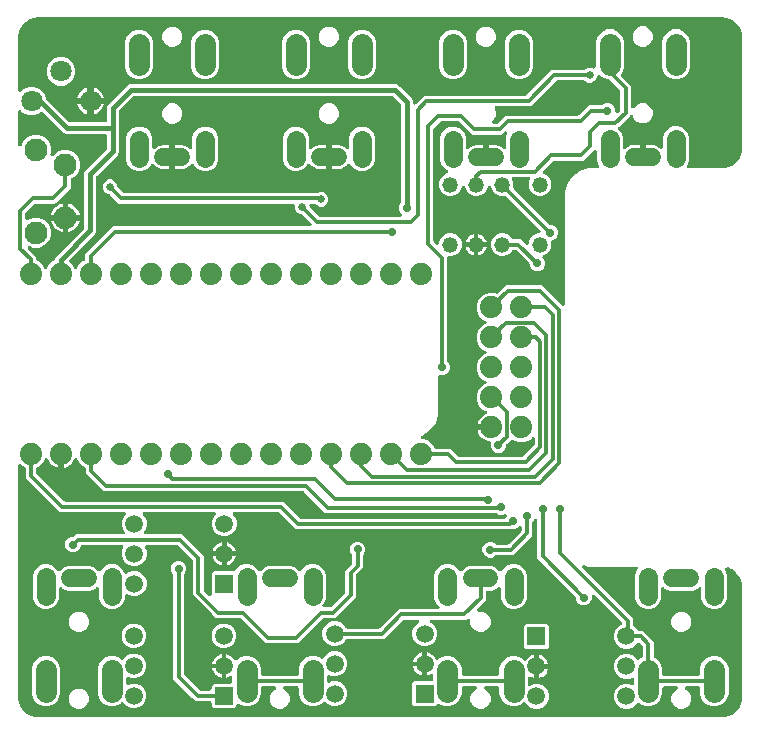
<source format=gbl>
G04 EAGLE Gerber RS-274X export*
G75*
%MOMM*%
%FSLAX34Y34*%
%LPD*%
%INBottom Copper*%
%IPPOS*%
%AMOC8*
5,1,8,0,0,1.08239X$1,22.5*%
G01*
%ADD10C,1.800000*%
%ADD11C,1.320000*%
%ADD12R,1.500000X1.500000*%
%ADD13C,1.500000*%
%ADD14C,1.500000*%
%ADD15C,1.600000*%
%ADD16C,1.800000*%
%ADD17C,1.879600*%
%ADD18C,1.930400*%
%ADD19C,0.654800*%
%ADD20C,0.704800*%
%ADD21C,0.300000*%
%ADD22C,0.400000*%

G36*
X600033Y3640D02*
X600033Y3640D01*
X600118Y3640D01*
X602443Y3823D01*
X602516Y3838D01*
X602590Y3842D01*
X602774Y3888D01*
X602782Y3890D01*
X602785Y3891D01*
X602789Y3892D01*
X607212Y5329D01*
X607332Y5385D01*
X607456Y5433D01*
X607503Y5463D01*
X607526Y5473D01*
X607552Y5494D01*
X607630Y5542D01*
X611392Y8276D01*
X611490Y8366D01*
X611592Y8450D01*
X611628Y8493D01*
X611647Y8510D01*
X611665Y8538D01*
X611724Y8608D01*
X614458Y12370D01*
X614523Y12486D01*
X614594Y12598D01*
X614615Y12649D01*
X614627Y12671D01*
X614637Y12703D01*
X614671Y12788D01*
X616108Y17211D01*
X616123Y17284D01*
X616147Y17354D01*
X616174Y17542D01*
X616176Y17550D01*
X616176Y17553D01*
X616177Y17557D01*
X616360Y19882D01*
X616358Y19915D01*
X616364Y20000D01*
X616364Y115000D01*
X616360Y115033D01*
X616360Y115118D01*
X616177Y117443D01*
X616162Y117516D01*
X616158Y117590D01*
X616112Y117774D01*
X616110Y117782D01*
X616109Y117785D01*
X616108Y117789D01*
X614671Y122212D01*
X614615Y122332D01*
X614567Y122456D01*
X614537Y122503D01*
X614527Y122526D01*
X614506Y122552D01*
X614458Y122630D01*
X611724Y126392D01*
X611634Y126490D01*
X611550Y126592D01*
X611507Y126628D01*
X611490Y126647D01*
X611462Y126665D01*
X611392Y126724D01*
X607630Y129458D01*
X607514Y129523D01*
X607402Y129594D01*
X607351Y129615D01*
X607329Y129627D01*
X607297Y129637D01*
X607212Y129671D01*
X604210Y130646D01*
X604165Y130655D01*
X604122Y130672D01*
X603996Y130689D01*
X603871Y130714D01*
X603825Y130713D01*
X603780Y130719D01*
X603653Y130707D01*
X603525Y130703D01*
X603481Y130691D01*
X603436Y130687D01*
X603315Y130646D01*
X603191Y130613D01*
X603151Y130592D01*
X603108Y130577D01*
X602999Y130510D01*
X602887Y130449D01*
X602853Y130419D01*
X602814Y130395D01*
X602724Y130304D01*
X602628Y130219D01*
X602602Y130182D01*
X602570Y130150D01*
X602503Y130041D01*
X602429Y129937D01*
X602412Y129895D01*
X602388Y129856D01*
X602348Y129734D01*
X602300Y129616D01*
X602293Y129571D01*
X602279Y129528D01*
X602267Y129401D01*
X602248Y129274D01*
X602252Y129229D01*
X602247Y129183D01*
X602265Y129057D01*
X602275Y128930D01*
X602289Y128886D01*
X602296Y128841D01*
X602361Y128647D01*
X604001Y124688D01*
X604001Y104312D01*
X602326Y100269D01*
X599231Y97174D01*
X595188Y95499D01*
X590812Y95499D01*
X586769Y97174D01*
X583674Y100269D01*
X581999Y104312D01*
X581999Y112529D01*
X581987Y112633D01*
X581985Y112737D01*
X581967Y112804D01*
X581959Y112873D01*
X581924Y112971D01*
X581898Y113072D01*
X581865Y113133D01*
X581842Y113198D01*
X581785Y113285D01*
X581736Y113378D01*
X581691Y113430D01*
X581653Y113488D01*
X581578Y113560D01*
X581509Y113638D01*
X581453Y113679D01*
X581403Y113726D01*
X581313Y113779D01*
X581228Y113840D01*
X581164Y113866D01*
X581105Y113901D01*
X581005Y113932D01*
X580909Y113972D01*
X580840Y113983D01*
X580774Y114003D01*
X580670Y114011D01*
X580567Y114027D01*
X580498Y114022D01*
X580429Y114027D01*
X580327Y114010D01*
X580222Y114003D01*
X580156Y113982D01*
X580088Y113971D01*
X579992Y113931D01*
X579892Y113900D01*
X579833Y113865D01*
X579769Y113838D01*
X579685Y113777D01*
X579595Y113724D01*
X579516Y113656D01*
X579489Y113636D01*
X579474Y113619D01*
X579440Y113590D01*
X578448Y112598D01*
X574589Y110999D01*
X555411Y110999D01*
X551552Y112598D01*
X550560Y113590D01*
X550478Y113654D01*
X550403Y113726D01*
X550343Y113761D01*
X550289Y113804D01*
X550195Y113849D01*
X550105Y113901D01*
X550039Y113922D01*
X549976Y113951D01*
X549874Y113973D01*
X549774Y114003D01*
X549705Y114008D01*
X549638Y114022D01*
X549534Y114020D01*
X549429Y114027D01*
X549361Y114016D01*
X549292Y114014D01*
X549191Y113988D01*
X549088Y113971D01*
X549024Y113945D01*
X548958Y113927D01*
X548865Y113878D01*
X548769Y113838D01*
X548713Y113798D01*
X548652Y113766D01*
X548573Y113697D01*
X548489Y113636D01*
X548443Y113584D01*
X548391Y113539D01*
X548330Y113454D01*
X548262Y113375D01*
X548230Y113314D01*
X548189Y113258D01*
X548150Y113162D01*
X548101Y113069D01*
X548084Y113002D01*
X548058Y112938D01*
X548041Y112835D01*
X548015Y112734D01*
X548008Y112630D01*
X548002Y112597D01*
X548004Y112574D01*
X548001Y112529D01*
X548001Y104312D01*
X546326Y100269D01*
X543231Y97174D01*
X539188Y95499D01*
X534812Y95499D01*
X530769Y97174D01*
X527674Y100269D01*
X525999Y104312D01*
X525999Y124688D01*
X527674Y128731D01*
X527747Y128805D01*
X527812Y128887D01*
X527884Y128962D01*
X527919Y129022D01*
X527962Y129076D01*
X528006Y129170D01*
X528059Y129260D01*
X528080Y129326D01*
X528109Y129389D01*
X528131Y129491D01*
X528161Y129591D01*
X528166Y129660D01*
X528180Y129727D01*
X528178Y129831D01*
X528185Y129936D01*
X528174Y130004D01*
X528172Y130073D01*
X528146Y130174D01*
X528129Y130277D01*
X528102Y130341D01*
X528085Y130407D01*
X528036Y130500D01*
X527996Y130596D01*
X527956Y130652D01*
X527924Y130713D01*
X527855Y130792D01*
X527794Y130876D01*
X527742Y130922D01*
X527697Y130974D01*
X527612Y131035D01*
X527533Y131103D01*
X527472Y131135D01*
X527416Y131175D01*
X527319Y131215D01*
X527227Y131264D01*
X527160Y131281D01*
X527096Y131307D01*
X526993Y131324D01*
X526892Y131350D01*
X526788Y131357D01*
X526755Y131363D01*
X526733Y131361D01*
X526687Y131364D01*
X486256Y131364D01*
X482929Y132445D01*
X482765Y132478D01*
X482603Y132512D01*
X482597Y132512D01*
X482590Y132514D01*
X482424Y132508D01*
X482258Y132504D01*
X482251Y132503D01*
X482244Y132502D01*
X482083Y132459D01*
X481923Y132417D01*
X481917Y132414D01*
X481911Y132412D01*
X481763Y132333D01*
X481617Y132256D01*
X481612Y132251D01*
X481606Y132248D01*
X481482Y132137D01*
X481357Y132029D01*
X481353Y132023D01*
X481348Y132019D01*
X481253Y131883D01*
X481155Y131748D01*
X481153Y131741D01*
X481149Y131736D01*
X481087Y131584D01*
X481023Y131428D01*
X481022Y131421D01*
X481020Y131415D01*
X480995Y131253D01*
X480968Y131087D01*
X480968Y131080D01*
X480967Y131073D01*
X480981Y130909D01*
X480992Y130742D01*
X480994Y130736D01*
X480995Y130729D01*
X481045Y130572D01*
X481095Y130412D01*
X481099Y130406D01*
X481101Y130400D01*
X481186Y130257D01*
X481271Y130114D01*
X481276Y130108D01*
X481279Y130103D01*
X481290Y130093D01*
X481406Y129959D01*
X524501Y86864D01*
X524501Y81804D01*
X524517Y81666D01*
X524527Y81526D01*
X524537Y81494D01*
X524541Y81460D01*
X524588Y81330D01*
X524629Y81196D01*
X524647Y81167D01*
X524658Y81135D01*
X524734Y81019D01*
X524805Y80898D01*
X524835Y80864D01*
X524847Y80846D01*
X524871Y80822D01*
X524940Y80744D01*
X527502Y78182D01*
X527718Y77660D01*
X527761Y77583D01*
X527794Y77502D01*
X527845Y77433D01*
X527887Y77358D01*
X527946Y77293D01*
X527997Y77222D01*
X528062Y77166D01*
X528120Y77102D01*
X528192Y77053D01*
X528258Y76995D01*
X528334Y76955D01*
X528405Y76907D01*
X528486Y76875D01*
X528564Y76834D01*
X528647Y76813D01*
X528727Y76782D01*
X528814Y76770D01*
X528899Y76748D01*
X529042Y76738D01*
X529070Y76734D01*
X529082Y76736D01*
X529103Y76734D01*
X532531Y76734D01*
X541501Y67764D01*
X541501Y55627D01*
X541511Y55540D01*
X541511Y55453D01*
X541531Y55369D01*
X541541Y55284D01*
X541570Y55201D01*
X541590Y55116D01*
X541629Y55039D01*
X541658Y54958D01*
X541706Y54885D01*
X541745Y54807D01*
X541800Y54741D01*
X541847Y54669D01*
X541910Y54608D01*
X541966Y54541D01*
X542035Y54489D01*
X542097Y54430D01*
X542173Y54386D01*
X542243Y54333D01*
X542371Y54269D01*
X542395Y54255D01*
X542407Y54252D01*
X542426Y54242D01*
X543798Y53674D01*
X547174Y50298D01*
X549001Y45887D01*
X549001Y40500D01*
X549005Y40465D01*
X549002Y40429D01*
X549025Y40293D01*
X549041Y40157D01*
X549053Y40123D01*
X549058Y40088D01*
X549111Y39961D01*
X549158Y39831D01*
X549177Y39802D01*
X549191Y39769D01*
X549272Y39657D01*
X549347Y39542D01*
X549373Y39517D01*
X549393Y39489D01*
X549497Y39398D01*
X549597Y39303D01*
X549628Y39285D01*
X549654Y39262D01*
X549777Y39198D01*
X549895Y39128D01*
X549929Y39118D01*
X549961Y39101D01*
X550094Y39067D01*
X550226Y39026D01*
X550261Y39024D01*
X550295Y39015D01*
X550500Y39001D01*
X579500Y39001D01*
X579535Y39005D01*
X579571Y39002D01*
X579707Y39025D01*
X579843Y39041D01*
X579877Y39053D01*
X579912Y39058D01*
X580039Y39111D01*
X580169Y39158D01*
X580198Y39177D01*
X580231Y39191D01*
X580343Y39272D01*
X580458Y39347D01*
X580483Y39373D01*
X580511Y39393D01*
X580602Y39497D01*
X580697Y39597D01*
X580715Y39628D01*
X580738Y39654D01*
X580802Y39777D01*
X580872Y39895D01*
X580882Y39929D01*
X580899Y39961D01*
X580933Y40094D01*
X580974Y40226D01*
X580976Y40261D01*
X580985Y40295D01*
X580999Y40500D01*
X580999Y45887D01*
X582826Y50298D01*
X586202Y53674D01*
X590613Y55501D01*
X595387Y55501D01*
X599798Y53674D01*
X603174Y50298D01*
X605001Y45887D01*
X605001Y23113D01*
X603174Y18702D01*
X599798Y15326D01*
X595387Y13499D01*
X590613Y13499D01*
X586202Y15326D01*
X582826Y18702D01*
X580999Y23113D01*
X580999Y28500D01*
X580995Y28535D01*
X580998Y28571D01*
X580975Y28707D01*
X580959Y28843D01*
X580947Y28877D01*
X580942Y28912D01*
X580889Y29039D01*
X580842Y29169D01*
X580823Y29198D01*
X580809Y29231D01*
X580728Y29343D01*
X580653Y29458D01*
X580627Y29483D01*
X580607Y29511D01*
X580503Y29602D01*
X580403Y29697D01*
X580372Y29715D01*
X580346Y29738D01*
X580223Y29802D01*
X580105Y29872D01*
X580071Y29882D01*
X580039Y29899D01*
X579906Y29933D01*
X579774Y29974D01*
X579739Y29976D01*
X579705Y29985D01*
X579500Y29999D01*
X569403Y29999D01*
X569351Y29993D01*
X569299Y29996D01*
X569180Y29973D01*
X569060Y29959D01*
X569011Y29942D01*
X568959Y29932D01*
X568849Y29883D01*
X568735Y29842D01*
X568691Y29813D01*
X568643Y29792D01*
X568546Y29719D01*
X568445Y29653D01*
X568409Y29615D01*
X568367Y29584D01*
X568290Y29491D01*
X568206Y29403D01*
X568180Y29358D01*
X568146Y29318D01*
X568093Y29209D01*
X568031Y29105D01*
X568016Y29055D01*
X567993Y29008D01*
X567965Y28890D01*
X567929Y28774D01*
X567926Y28722D01*
X567914Y28671D01*
X567914Y28550D01*
X567906Y28429D01*
X567914Y28378D01*
X567914Y28326D01*
X567942Y28208D01*
X567962Y28088D01*
X567982Y28040D01*
X567994Y27989D01*
X568048Y27881D01*
X568094Y27769D01*
X568125Y27727D01*
X568148Y27680D01*
X568226Y27587D01*
X568297Y27489D01*
X568336Y27454D01*
X568370Y27414D01*
X568466Y27341D01*
X568558Y27262D01*
X568604Y27238D01*
X568646Y27206D01*
X568830Y27115D01*
X569815Y26707D01*
X572207Y24315D01*
X573501Y21191D01*
X573501Y17809D01*
X572207Y14685D01*
X569815Y12293D01*
X566691Y10999D01*
X563309Y10999D01*
X560185Y12293D01*
X557793Y14685D01*
X556499Y17809D01*
X556499Y21191D01*
X557793Y24315D01*
X560185Y26707D01*
X561170Y27115D01*
X561216Y27140D01*
X561265Y27158D01*
X561367Y27224D01*
X561473Y27283D01*
X561511Y27318D01*
X561555Y27347D01*
X561639Y27435D01*
X561728Y27516D01*
X561758Y27559D01*
X561794Y27597D01*
X561855Y27702D01*
X561923Y27801D01*
X561942Y27850D01*
X561969Y27895D01*
X562004Y28011D01*
X562048Y28124D01*
X562055Y28176D01*
X562071Y28226D01*
X562079Y28347D01*
X562096Y28466D01*
X562091Y28518D01*
X562094Y28571D01*
X562075Y28690D01*
X562063Y28811D01*
X562047Y28860D01*
X562038Y28912D01*
X561992Y29024D01*
X561953Y29138D01*
X561926Y29183D01*
X561906Y29231D01*
X561835Y29329D01*
X561771Y29432D01*
X561734Y29469D01*
X561703Y29511D01*
X561612Y29591D01*
X561526Y29676D01*
X561482Y29704D01*
X561442Y29738D01*
X561335Y29795D01*
X561232Y29858D01*
X561183Y29874D01*
X561136Y29899D01*
X561019Y29929D01*
X560904Y29967D01*
X560852Y29972D01*
X560801Y29985D01*
X560597Y29999D01*
X550500Y29999D01*
X550465Y29995D01*
X550429Y29998D01*
X550293Y29975D01*
X550157Y29959D01*
X550123Y29947D01*
X550088Y29942D01*
X549961Y29889D01*
X549831Y29842D01*
X549802Y29823D01*
X549769Y29809D01*
X549657Y29728D01*
X549542Y29653D01*
X549517Y29627D01*
X549489Y29607D01*
X549398Y29503D01*
X549303Y29403D01*
X549285Y29372D01*
X549262Y29346D01*
X549198Y29223D01*
X549128Y29105D01*
X549118Y29071D01*
X549101Y29039D01*
X549067Y28906D01*
X549026Y28774D01*
X549024Y28739D01*
X549015Y28705D01*
X549001Y28500D01*
X549001Y23113D01*
X547174Y18702D01*
X543798Y15326D01*
X539387Y13499D01*
X534613Y13499D01*
X530202Y15326D01*
X529833Y15696D01*
X529805Y15718D01*
X529782Y15744D01*
X529670Y15825D01*
X529562Y15910D01*
X529530Y15925D01*
X529501Y15946D01*
X529373Y15999D01*
X529249Y16057D01*
X529214Y16064D01*
X529181Y16078D01*
X529045Y16100D01*
X528910Y16128D01*
X528875Y16128D01*
X528840Y16133D01*
X528702Y16124D01*
X528565Y16120D01*
X528531Y16111D01*
X528495Y16109D01*
X528364Y16068D01*
X528230Y16033D01*
X528199Y16017D01*
X528165Y16006D01*
X528046Y15936D01*
X527924Y15872D01*
X527898Y15848D01*
X527867Y15830D01*
X527713Y15696D01*
X524548Y12531D01*
X520689Y10933D01*
X516511Y10933D01*
X512652Y12531D01*
X509698Y15485D01*
X508099Y19345D01*
X508099Y23522D01*
X509698Y27382D01*
X512652Y30335D01*
X516511Y31934D01*
X520689Y31934D01*
X522926Y31007D01*
X523076Y30965D01*
X523226Y30918D01*
X523243Y30917D01*
X523259Y30913D01*
X523414Y30906D01*
X523571Y30895D01*
X523587Y30898D01*
X523604Y30897D01*
X523758Y30926D01*
X523912Y30951D01*
X523927Y30957D01*
X523944Y30960D01*
X524087Y31024D01*
X524231Y31083D01*
X524245Y31093D01*
X524260Y31100D01*
X524385Y31194D01*
X524511Y31286D01*
X524523Y31298D01*
X524536Y31309D01*
X524636Y31429D01*
X524738Y31547D01*
X524746Y31562D01*
X524757Y31575D01*
X524826Y31714D01*
X524899Y31853D01*
X524903Y31869D01*
X524911Y31884D01*
X524946Y32036D01*
X524985Y32188D01*
X524987Y32210D01*
X524989Y32221D01*
X524989Y32249D01*
X524999Y32392D01*
X524999Y35874D01*
X524981Y36029D01*
X524967Y36185D01*
X524961Y36201D01*
X524959Y36218D01*
X524906Y36364D01*
X524857Y36513D01*
X524848Y36527D01*
X524842Y36543D01*
X524757Y36674D01*
X524674Y36806D01*
X524662Y36818D01*
X524653Y36833D01*
X524540Y36940D01*
X524430Y37051D01*
X524415Y37060D01*
X524403Y37071D01*
X524269Y37150D01*
X524135Y37232D01*
X524119Y37238D01*
X524105Y37246D01*
X523956Y37292D01*
X523807Y37342D01*
X523791Y37343D01*
X523774Y37348D01*
X523618Y37359D01*
X523463Y37373D01*
X523446Y37371D01*
X523429Y37372D01*
X523275Y37347D01*
X523121Y37325D01*
X523100Y37318D01*
X523088Y37316D01*
X523063Y37305D01*
X522926Y37259D01*
X520689Y36333D01*
X516511Y36333D01*
X512652Y37931D01*
X509698Y40885D01*
X508099Y44745D01*
X508099Y48922D01*
X509698Y52782D01*
X512652Y55735D01*
X516511Y57334D01*
X520689Y57334D01*
X524548Y55735D01*
X527346Y52938D01*
X527374Y52916D01*
X527397Y52889D01*
X527509Y52809D01*
X527617Y52723D01*
X527649Y52708D01*
X527678Y52687D01*
X527805Y52635D01*
X527930Y52576D01*
X527965Y52569D01*
X527997Y52555D01*
X528134Y52533D01*
X528268Y52505D01*
X528304Y52506D01*
X528339Y52500D01*
X528476Y52510D01*
X528614Y52513D01*
X528648Y52522D01*
X528684Y52525D01*
X528815Y52566D01*
X528948Y52600D01*
X528980Y52617D01*
X529014Y52627D01*
X529132Y52697D01*
X529254Y52762D01*
X529281Y52785D01*
X529312Y52803D01*
X529466Y52938D01*
X530202Y53674D01*
X531574Y54242D01*
X531650Y54285D01*
X531731Y54318D01*
X531801Y54368D01*
X531876Y54410D01*
X531940Y54469D01*
X532011Y54520D01*
X532068Y54585D01*
X532131Y54643D01*
X532181Y54715D01*
X532238Y54781D01*
X532278Y54858D01*
X532327Y54928D01*
X532358Y55010D01*
X532399Y55088D01*
X532420Y55171D01*
X532451Y55251D01*
X532463Y55338D01*
X532485Y55422D01*
X532495Y55566D01*
X532499Y55593D01*
X532498Y55605D01*
X532499Y55627D01*
X532499Y63415D01*
X532483Y63553D01*
X532473Y63692D01*
X532463Y63725D01*
X532459Y63758D01*
X532412Y63889D01*
X532371Y64022D01*
X532353Y64052D01*
X532342Y64083D01*
X532266Y64200D01*
X532195Y64320D01*
X532165Y64354D01*
X532153Y64373D01*
X532129Y64396D01*
X532060Y64475D01*
X529893Y66642D01*
X529771Y66739D01*
X529651Y66838D01*
X529636Y66846D01*
X529622Y66856D01*
X529481Y66923D01*
X529341Y66992D01*
X529325Y66996D01*
X529309Y67003D01*
X529157Y67035D01*
X529004Y67071D01*
X528988Y67071D01*
X528971Y67074D01*
X528815Y67071D01*
X528659Y67070D01*
X528642Y67067D01*
X528625Y67066D01*
X528474Y67027D01*
X528322Y66991D01*
X528307Y66983D01*
X528291Y66979D01*
X528152Y66906D01*
X528013Y66836D01*
X528000Y66826D01*
X527985Y66818D01*
X527867Y66715D01*
X527747Y66615D01*
X527737Y66601D01*
X527725Y66590D01*
X527634Y66464D01*
X527539Y66339D01*
X527530Y66319D01*
X527523Y66310D01*
X527520Y66303D01*
X524548Y63331D01*
X520689Y61733D01*
X516511Y61733D01*
X512652Y63331D01*
X509698Y66285D01*
X508099Y70145D01*
X508099Y74322D01*
X509698Y78182D01*
X512652Y81135D01*
X514007Y81697D01*
X514143Y81773D01*
X514281Y81846D01*
X514294Y81857D01*
X514309Y81865D01*
X514424Y81970D01*
X514542Y82073D01*
X514552Y82086D01*
X514564Y82098D01*
X514652Y82226D01*
X514743Y82354D01*
X514750Y82369D01*
X514759Y82383D01*
X514815Y82528D01*
X514875Y82673D01*
X514878Y82690D01*
X514884Y82706D01*
X514906Y82859D01*
X514931Y83014D01*
X514930Y83031D01*
X514932Y83048D01*
X514917Y83203D01*
X514906Y83359D01*
X514901Y83376D01*
X514900Y83392D01*
X514850Y83540D01*
X514804Y83689D01*
X514795Y83704D01*
X514790Y83720D01*
X514737Y83805D01*
X514728Y83827D01*
X514699Y83867D01*
X514628Y83987D01*
X514614Y84004D01*
X514607Y84014D01*
X514588Y84033D01*
X514536Y84092D01*
X514525Y84107D01*
X514516Y84116D01*
X514493Y84142D01*
X491584Y107051D01*
X491502Y107116D01*
X491427Y107188D01*
X491367Y107223D01*
X491313Y107266D01*
X491219Y107310D01*
X491129Y107363D01*
X491063Y107383D01*
X491000Y107412D01*
X490898Y107434D01*
X490798Y107465D01*
X490729Y107469D01*
X490662Y107484D01*
X490558Y107481D01*
X490453Y107488D01*
X490385Y107477D01*
X490316Y107476D01*
X490215Y107449D01*
X490112Y107432D01*
X490048Y107406D01*
X489982Y107388D01*
X489889Y107340D01*
X489793Y107300D01*
X489737Y107259D01*
X489676Y107227D01*
X489597Y107159D01*
X489513Y107097D01*
X489467Y107045D01*
X489415Y107000D01*
X489354Y106915D01*
X489286Y106836D01*
X489254Y106775D01*
X489213Y106719D01*
X489174Y106623D01*
X489125Y106530D01*
X489108Y106463D01*
X489081Y106399D01*
X489065Y106296D01*
X489039Y106195D01*
X489032Y106092D01*
X489026Y106058D01*
X489028Y106036D01*
X489025Y105991D01*
X489025Y103702D01*
X488031Y101304D01*
X486196Y99469D01*
X483798Y98475D01*
X481202Y98475D01*
X478804Y99469D01*
X476969Y101304D01*
X475975Y103702D01*
X475975Y104539D01*
X475959Y104677D01*
X475949Y104816D01*
X475939Y104849D01*
X475935Y104882D01*
X475888Y105013D01*
X475847Y105146D01*
X475829Y105176D01*
X475818Y105207D01*
X475742Y105324D01*
X475671Y105444D01*
X475641Y105478D01*
X475629Y105497D01*
X475605Y105520D01*
X475536Y105599D01*
X442999Y138136D01*
X442999Y170273D01*
X442993Y170325D01*
X442996Y170378D01*
X442973Y170497D01*
X442959Y170617D01*
X442942Y170666D01*
X442932Y170717D01*
X442883Y170828D01*
X442842Y170942D01*
X442813Y170986D01*
X442792Y171034D01*
X442719Y171130D01*
X442653Y171232D01*
X442615Y171268D01*
X442584Y171309D01*
X442491Y171387D01*
X442403Y171470D01*
X442358Y171497D01*
X442317Y171530D01*
X442209Y171584D01*
X442105Y171645D01*
X442055Y171661D01*
X442008Y171684D01*
X441890Y171712D01*
X441774Y171747D01*
X441722Y171751D01*
X441671Y171763D01*
X441550Y171763D01*
X441429Y171771D01*
X441378Y171762D01*
X441325Y171762D01*
X441208Y171734D01*
X441088Y171715D01*
X441040Y171695D01*
X440989Y171683D01*
X440881Y171629D01*
X440769Y171582D01*
X440727Y171552D01*
X440680Y171528D01*
X440587Y171451D01*
X440489Y171380D01*
X440454Y171340D01*
X440414Y171307D01*
X440341Y171211D01*
X440262Y171119D01*
X440238Y171072D01*
X440206Y171031D01*
X440115Y170847D01*
X439931Y170404D01*
X439340Y169812D01*
X439253Y169703D01*
X439162Y169598D01*
X439146Y169568D01*
X439125Y169541D01*
X439066Y169415D01*
X439001Y169292D01*
X438993Y169259D01*
X438978Y169228D01*
X438950Y169092D01*
X438915Y168957D01*
X438912Y168912D01*
X438907Y168890D01*
X438908Y168856D01*
X438901Y168752D01*
X438901Y157636D01*
X422364Y141099D01*
X408548Y141099D01*
X408409Y141083D01*
X408270Y141073D01*
X408238Y141063D01*
X408204Y141059D01*
X408073Y141012D01*
X407940Y140971D01*
X407911Y140953D01*
X407879Y140942D01*
X407762Y140866D01*
X407642Y140795D01*
X407608Y140765D01*
X407589Y140753D01*
X407566Y140729D01*
X407488Y140660D01*
X406896Y140069D01*
X404498Y139075D01*
X401902Y139075D01*
X399504Y140069D01*
X397669Y141904D01*
X396675Y144302D01*
X396675Y146898D01*
X397669Y149296D01*
X399504Y151131D01*
X401902Y152125D01*
X404498Y152125D01*
X406896Y151131D01*
X407488Y150540D01*
X407597Y150453D01*
X407702Y150362D01*
X407732Y150346D01*
X407759Y150325D01*
X407885Y150266D01*
X408008Y150201D01*
X408041Y150193D01*
X408072Y150178D01*
X408208Y150150D01*
X408343Y150115D01*
X408388Y150112D01*
X408410Y150107D01*
X408444Y150108D01*
X408548Y150101D01*
X418015Y150101D01*
X418153Y150117D01*
X418292Y150127D01*
X418325Y150137D01*
X418358Y150141D01*
X418489Y150188D01*
X418622Y150229D01*
X418652Y150247D01*
X418683Y150258D01*
X418800Y150334D01*
X418920Y150405D01*
X418954Y150435D01*
X418973Y150447D01*
X418996Y150471D01*
X419075Y150540D01*
X429460Y160925D01*
X429547Y161034D01*
X429638Y161140D01*
X429654Y161170D01*
X429675Y161196D01*
X429734Y161322D01*
X429799Y161446D01*
X429807Y161479D01*
X429822Y161509D01*
X429850Y161645D01*
X429885Y161781D01*
X429888Y161826D01*
X429893Y161848D01*
X429892Y161881D01*
X429899Y161985D01*
X429899Y164552D01*
X429887Y164656D01*
X429885Y164760D01*
X429867Y164827D01*
X429859Y164896D01*
X429824Y164994D01*
X429798Y165095D01*
X429765Y165156D01*
X429742Y165221D01*
X429685Y165308D01*
X429636Y165401D01*
X429591Y165453D01*
X429553Y165511D01*
X429478Y165583D01*
X429409Y165661D01*
X429353Y165702D01*
X429303Y165749D01*
X429213Y165802D01*
X429128Y165863D01*
X429064Y165889D01*
X429005Y165924D01*
X428905Y165955D01*
X428809Y165995D01*
X428740Y166006D01*
X428674Y166026D01*
X428570Y166033D01*
X428467Y166050D01*
X428398Y166045D01*
X428329Y166050D01*
X428227Y166033D01*
X428122Y166026D01*
X428056Y166005D01*
X427988Y165994D01*
X427892Y165954D01*
X427792Y165923D01*
X427733Y165888D01*
X427669Y165861D01*
X427585Y165800D01*
X427495Y165747D01*
X427416Y165679D01*
X427389Y165659D01*
X427374Y165642D01*
X427340Y165613D01*
X426196Y164469D01*
X423798Y163475D01*
X422961Y163475D01*
X422823Y163459D01*
X422684Y163449D01*
X422651Y163439D01*
X422618Y163435D01*
X422487Y163388D01*
X422354Y163347D01*
X422324Y163329D01*
X422293Y163318D01*
X422176Y163242D01*
X422056Y163171D01*
X422022Y163141D01*
X422003Y163129D01*
X421980Y163105D01*
X421901Y163036D01*
X421764Y162899D01*
X238836Y162899D01*
X224675Y177060D01*
X224566Y177147D01*
X224460Y177238D01*
X224430Y177254D01*
X224404Y177275D01*
X224278Y177334D01*
X224154Y177399D01*
X224121Y177407D01*
X224091Y177422D01*
X223955Y177450D01*
X223819Y177485D01*
X223774Y177488D01*
X223752Y177493D01*
X223719Y177492D01*
X223615Y177499D01*
X186670Y177499D01*
X186567Y177487D01*
X186463Y177485D01*
X186396Y177467D01*
X186327Y177459D01*
X186229Y177424D01*
X186128Y177398D01*
X186067Y177365D01*
X186002Y177342D01*
X185914Y177285D01*
X185822Y177236D01*
X185770Y177191D01*
X185712Y177153D01*
X185640Y177078D01*
X185562Y177009D01*
X185521Y176953D01*
X185474Y176903D01*
X185421Y176813D01*
X185360Y176728D01*
X185334Y176664D01*
X185299Y176605D01*
X185268Y176505D01*
X185228Y176409D01*
X185217Y176340D01*
X185197Y176274D01*
X185189Y176170D01*
X185173Y176067D01*
X185178Y175998D01*
X185173Y175929D01*
X185190Y175827D01*
X185197Y175722D01*
X185218Y175656D01*
X185229Y175588D01*
X185269Y175492D01*
X185300Y175392D01*
X185335Y175333D01*
X185362Y175269D01*
X185422Y175185D01*
X185476Y175095D01*
X185544Y175016D01*
X185564Y174989D01*
X185581Y174974D01*
X185610Y174940D01*
X186902Y173648D01*
X188501Y169789D01*
X188501Y165611D01*
X186902Y161752D01*
X183948Y158798D01*
X180089Y157199D01*
X175911Y157199D01*
X172052Y158798D01*
X169098Y161752D01*
X167499Y165611D01*
X167499Y169789D01*
X169098Y173648D01*
X170390Y174940D01*
X170454Y175022D01*
X170526Y175097D01*
X170561Y175157D01*
X170604Y175211D01*
X170649Y175305D01*
X170701Y175395D01*
X170722Y175461D01*
X170751Y175524D01*
X170773Y175626D01*
X170803Y175726D01*
X170808Y175795D01*
X170822Y175862D01*
X170820Y175966D01*
X170827Y176071D01*
X170816Y176139D01*
X170814Y176208D01*
X170788Y176309D01*
X170771Y176412D01*
X170745Y176476D01*
X170727Y176542D01*
X170678Y176635D01*
X170638Y176731D01*
X170598Y176787D01*
X170566Y176848D01*
X170497Y176927D01*
X170436Y177011D01*
X170384Y177057D01*
X170339Y177109D01*
X170254Y177170D01*
X170175Y177238D01*
X170114Y177270D01*
X170058Y177311D01*
X169962Y177350D01*
X169869Y177399D01*
X169802Y177416D01*
X169738Y177442D01*
X169635Y177459D01*
X169534Y177485D01*
X169430Y177492D01*
X169397Y177498D01*
X169374Y177496D01*
X169330Y177499D01*
X110470Y177499D01*
X110367Y177487D01*
X110263Y177485D01*
X110196Y177467D01*
X110127Y177459D01*
X110029Y177424D01*
X109928Y177398D01*
X109867Y177365D01*
X109802Y177342D01*
X109714Y177285D01*
X109622Y177236D01*
X109570Y177191D01*
X109512Y177153D01*
X109440Y177078D01*
X109362Y177009D01*
X109321Y176953D01*
X109274Y176903D01*
X109221Y176813D01*
X109160Y176728D01*
X109134Y176664D01*
X109099Y176605D01*
X109068Y176505D01*
X109028Y176409D01*
X109017Y176340D01*
X108997Y176274D01*
X108989Y176170D01*
X108973Y176067D01*
X108978Y175998D01*
X108973Y175929D01*
X108990Y175827D01*
X108997Y175722D01*
X109018Y175656D01*
X109029Y175588D01*
X109069Y175492D01*
X109100Y175392D01*
X109135Y175333D01*
X109162Y175269D01*
X109222Y175185D01*
X109276Y175095D01*
X109344Y175016D01*
X109364Y174989D01*
X109381Y174974D01*
X109410Y174940D01*
X110702Y173648D01*
X112301Y169789D01*
X112301Y165611D01*
X110702Y161752D01*
X110110Y161160D01*
X110046Y161078D01*
X109974Y161003D01*
X109939Y160943D01*
X109896Y160889D01*
X109851Y160794D01*
X109799Y160705D01*
X109778Y160639D01*
X109749Y160576D01*
X109727Y160474D01*
X109697Y160374D01*
X109692Y160305D01*
X109678Y160238D01*
X109680Y160134D01*
X109673Y160029D01*
X109684Y159961D01*
X109686Y159892D01*
X109712Y159791D01*
X109729Y159688D01*
X109755Y159625D01*
X109773Y159558D01*
X109822Y159465D01*
X109862Y159369D01*
X109902Y159313D01*
X109934Y159252D01*
X110003Y159173D01*
X110064Y159089D01*
X110116Y159043D01*
X110161Y158991D01*
X110246Y158930D01*
X110325Y158862D01*
X110386Y158830D01*
X110442Y158789D01*
X110539Y158750D01*
X110631Y158701D01*
X110698Y158684D01*
X110762Y158658D01*
X110865Y158641D01*
X110966Y158615D01*
X111070Y158608D01*
X111103Y158602D01*
X111126Y158604D01*
X111171Y158601D01*
X142664Y158601D01*
X145740Y155525D01*
X157425Y143840D01*
X160501Y140764D01*
X160501Y111885D01*
X160517Y111747D01*
X160527Y111608D01*
X160537Y111575D01*
X160541Y111542D01*
X160588Y111411D01*
X160629Y111278D01*
X160647Y111248D01*
X160658Y111217D01*
X160734Y111100D01*
X160805Y110980D01*
X160835Y110946D01*
X160847Y110927D01*
X160871Y110904D01*
X160940Y110825D01*
X164940Y106825D01*
X165022Y106760D01*
X165097Y106688D01*
X165157Y106653D01*
X165211Y106610D01*
X165305Y106566D01*
X165395Y106513D01*
X165461Y106493D01*
X165524Y106464D01*
X165626Y106442D01*
X165726Y106411D01*
X165795Y106407D01*
X165862Y106392D01*
X165966Y106395D01*
X166071Y106388D01*
X166139Y106399D01*
X166208Y106400D01*
X166309Y106427D01*
X166412Y106444D01*
X166476Y106470D01*
X166542Y106488D01*
X166635Y106536D01*
X166731Y106576D01*
X166787Y106617D01*
X166848Y106649D01*
X166927Y106717D01*
X167011Y106779D01*
X167057Y106831D01*
X167109Y106876D01*
X167170Y106961D01*
X167238Y107040D01*
X167270Y107101D01*
X167311Y107157D01*
X167350Y107253D01*
X167399Y107346D01*
X167416Y107413D01*
X167443Y107477D01*
X167459Y107580D01*
X167485Y107681D01*
X167492Y107784D01*
X167498Y107818D01*
X167496Y107840D01*
X167499Y107885D01*
X167499Y125643D01*
X169257Y127401D01*
X186121Y127401D01*
X186208Y127411D01*
X186296Y127411D01*
X186379Y127431D01*
X186465Y127441D01*
X186547Y127470D01*
X186632Y127490D01*
X186709Y127529D01*
X186790Y127558D01*
X186863Y127606D01*
X186941Y127645D01*
X187007Y127700D01*
X187079Y127747D01*
X187140Y127810D01*
X187207Y127866D01*
X187259Y127935D01*
X187318Y127997D01*
X187362Y128073D01*
X187415Y128143D01*
X187479Y128271D01*
X187493Y128295D01*
X187496Y128307D01*
X187506Y128326D01*
X187674Y128731D01*
X190769Y131826D01*
X194812Y133501D01*
X199188Y133501D01*
X203231Y131826D01*
X206326Y128731D01*
X206509Y128291D01*
X206585Y128153D01*
X206657Y128016D01*
X206669Y128003D01*
X206677Y127989D01*
X206783Y127872D01*
X206885Y127755D01*
X206898Y127746D01*
X206910Y127733D01*
X207039Y127645D01*
X207165Y127554D01*
X207181Y127547D01*
X207195Y127538D01*
X207340Y127482D01*
X207485Y127422D01*
X207502Y127419D01*
X207518Y127413D01*
X207671Y127392D01*
X207826Y127367D01*
X207843Y127368D01*
X207860Y127365D01*
X208015Y127380D01*
X208171Y127391D01*
X208187Y127396D01*
X208204Y127398D01*
X208352Y127447D01*
X208501Y127494D01*
X208516Y127502D01*
X208532Y127508D01*
X208664Y127590D01*
X208799Y127669D01*
X208816Y127684D01*
X208826Y127690D01*
X208845Y127710D01*
X208954Y127804D01*
X211552Y130402D01*
X215411Y132001D01*
X234589Y132001D01*
X238448Y130402D01*
X241046Y127804D01*
X241168Y127708D01*
X241289Y127607D01*
X241304Y127600D01*
X241317Y127589D01*
X241458Y127523D01*
X241598Y127454D01*
X241615Y127450D01*
X241630Y127443D01*
X241783Y127410D01*
X241935Y127375D01*
X241952Y127375D01*
X241969Y127371D01*
X242125Y127375D01*
X242281Y127375D01*
X242297Y127379D01*
X242314Y127379D01*
X242465Y127419D01*
X242617Y127455D01*
X242632Y127462D01*
X242649Y127467D01*
X242787Y127539D01*
X242927Y127609D01*
X242940Y127620D01*
X242955Y127628D01*
X243072Y127730D01*
X243192Y127831D01*
X243202Y127844D01*
X243215Y127855D01*
X243306Y127982D01*
X243400Y128107D01*
X243410Y128126D01*
X243417Y128136D01*
X243427Y128162D01*
X243491Y128291D01*
X243674Y128731D01*
X246769Y131826D01*
X250812Y133501D01*
X255188Y133501D01*
X259231Y131826D01*
X262326Y128731D01*
X264001Y124688D01*
X264001Y104312D01*
X262326Y100269D01*
X261617Y99560D01*
X261553Y99478D01*
X261481Y99403D01*
X261446Y99343D01*
X261403Y99289D01*
X261358Y99194D01*
X261306Y99105D01*
X261285Y99039D01*
X261256Y98976D01*
X261234Y98874D01*
X261204Y98774D01*
X261199Y98705D01*
X261185Y98638D01*
X261187Y98534D01*
X261180Y98429D01*
X261191Y98361D01*
X261193Y98292D01*
X261219Y98191D01*
X261236Y98088D01*
X261262Y98025D01*
X261280Y97958D01*
X261329Y97865D01*
X261369Y97769D01*
X261409Y97713D01*
X261441Y97652D01*
X261510Y97573D01*
X261571Y97489D01*
X261623Y97443D01*
X261669Y97391D01*
X261753Y97330D01*
X261832Y97262D01*
X261893Y97230D01*
X261949Y97189D01*
X262046Y97150D01*
X262138Y97101D01*
X262205Y97084D01*
X262269Y97058D01*
X262372Y97041D01*
X262473Y97015D01*
X262577Y97008D01*
X262610Y97002D01*
X262633Y97004D01*
X262678Y97001D01*
X267515Y97001D01*
X267653Y97017D01*
X267792Y97027D01*
X267825Y97037D01*
X267858Y97041D01*
X267989Y97088D01*
X268122Y97129D01*
X268152Y97147D01*
X268183Y97158D01*
X268300Y97234D01*
X268420Y97305D01*
X268454Y97335D01*
X268473Y97347D01*
X268496Y97371D01*
X268575Y97440D01*
X280060Y108925D01*
X280147Y109034D01*
X280238Y109140D01*
X280254Y109170D01*
X280275Y109196D01*
X280334Y109322D01*
X280399Y109446D01*
X280407Y109479D01*
X280422Y109509D01*
X280450Y109645D01*
X280485Y109781D01*
X280488Y109826D01*
X280493Y109848D01*
X280492Y109881D01*
X280499Y109985D01*
X280499Y128064D01*
X286060Y133625D01*
X286147Y133734D01*
X286238Y133840D01*
X286254Y133870D01*
X286275Y133896D01*
X286334Y134022D01*
X286399Y134146D01*
X286407Y134179D01*
X286422Y134209D01*
X286450Y134345D01*
X286485Y134481D01*
X286488Y134526D01*
X286493Y134548D01*
X286492Y134581D01*
X286499Y134685D01*
X286499Y140652D01*
X286483Y140790D01*
X286473Y140930D01*
X286463Y140962D01*
X286459Y140996D01*
X286412Y141127D01*
X286371Y141260D01*
X286353Y141289D01*
X286342Y141321D01*
X286266Y141438D01*
X286195Y141558D01*
X286165Y141592D01*
X286153Y141611D01*
X286129Y141634D01*
X286060Y141713D01*
X285469Y142304D01*
X284475Y144702D01*
X284475Y147298D01*
X285469Y149696D01*
X287304Y151531D01*
X289702Y152525D01*
X292298Y152525D01*
X294696Y151531D01*
X296531Y149696D01*
X297525Y147298D01*
X297525Y144702D01*
X296531Y142304D01*
X295940Y141713D01*
X295853Y141603D01*
X295762Y141498D01*
X295746Y141468D01*
X295725Y141441D01*
X295666Y141315D01*
X295601Y141192D01*
X295593Y141159D01*
X295578Y141128D01*
X295550Y140992D01*
X295515Y140857D01*
X295512Y140812D01*
X295507Y140790D01*
X295508Y140756D01*
X295501Y140652D01*
X295501Y130336D01*
X289940Y124775D01*
X289853Y124666D01*
X289762Y124560D01*
X289746Y124530D01*
X289725Y124504D01*
X289666Y124378D01*
X289601Y124254D01*
X289593Y124221D01*
X289578Y124191D01*
X289550Y124055D01*
X289515Y123919D01*
X289512Y123874D01*
X289507Y123852D01*
X289508Y123819D01*
X289501Y123715D01*
X289501Y105636D01*
X274940Y91075D01*
X271864Y87999D01*
X262585Y87999D01*
X262447Y87983D01*
X262308Y87973D01*
X262275Y87963D01*
X262242Y87959D01*
X262111Y87912D01*
X261978Y87871D01*
X261948Y87853D01*
X261917Y87842D01*
X261800Y87766D01*
X261680Y87695D01*
X261646Y87665D01*
X261627Y87653D01*
X261604Y87629D01*
X261525Y87560D01*
X240564Y66599D01*
X213336Y66599D01*
X192375Y87560D01*
X192266Y87647D01*
X192160Y87738D01*
X192130Y87754D01*
X192104Y87775D01*
X191978Y87834D01*
X191854Y87899D01*
X191821Y87907D01*
X191791Y87922D01*
X191655Y87950D01*
X191519Y87985D01*
X191474Y87988D01*
X191452Y87993D01*
X191419Y87992D01*
X191315Y87999D01*
X171036Y87999D01*
X167960Y91075D01*
X154575Y104460D01*
X151499Y107536D01*
X151499Y136415D01*
X151483Y136553D01*
X151473Y136692D01*
X151463Y136725D01*
X151459Y136758D01*
X151412Y136889D01*
X151371Y137022D01*
X151353Y137052D01*
X151342Y137083D01*
X151266Y137200D01*
X151195Y137320D01*
X151165Y137354D01*
X151153Y137373D01*
X151129Y137396D01*
X151060Y137475D01*
X139375Y149160D01*
X139266Y149247D01*
X139160Y149338D01*
X139130Y149354D01*
X139104Y149375D01*
X138978Y149434D01*
X138854Y149499D01*
X138821Y149507D01*
X138791Y149522D01*
X138655Y149550D01*
X138519Y149585D01*
X138474Y149588D01*
X138452Y149593D01*
X138419Y149592D01*
X138315Y149599D01*
X112386Y149599D01*
X112231Y149581D01*
X112076Y149567D01*
X112060Y149561D01*
X112043Y149559D01*
X111896Y149506D01*
X111748Y149457D01*
X111734Y149448D01*
X111718Y149442D01*
X111587Y149357D01*
X111454Y149274D01*
X111442Y149262D01*
X111428Y149253D01*
X111321Y149140D01*
X111210Y149030D01*
X111201Y149015D01*
X111189Y149003D01*
X111111Y148869D01*
X111028Y148735D01*
X111023Y148719D01*
X111014Y148705D01*
X110968Y148556D01*
X110919Y148407D01*
X110917Y148391D01*
X110912Y148374D01*
X110902Y148218D01*
X110887Y148063D01*
X110890Y148046D01*
X110889Y148029D01*
X110914Y147875D01*
X110936Y147721D01*
X110943Y147700D01*
X110945Y147688D01*
X110955Y147663D01*
X111001Y147526D01*
X112301Y144389D01*
X112301Y140211D01*
X110702Y136352D01*
X107748Y133398D01*
X103889Y131799D01*
X99711Y131799D01*
X95852Y133398D01*
X92898Y136352D01*
X91299Y140211D01*
X91299Y144389D01*
X92599Y147526D01*
X92642Y147676D01*
X92688Y147826D01*
X92689Y147843D01*
X92693Y147859D01*
X92701Y148014D01*
X92711Y148171D01*
X92709Y148187D01*
X92709Y148204D01*
X92681Y148358D01*
X92655Y148512D01*
X92649Y148527D01*
X92646Y148544D01*
X92582Y148687D01*
X92523Y148831D01*
X92513Y148845D01*
X92506Y148860D01*
X92412Y148985D01*
X92320Y149111D01*
X92308Y149123D01*
X92297Y149136D01*
X92177Y149236D01*
X92059Y149338D01*
X92044Y149346D01*
X92031Y149357D01*
X91892Y149426D01*
X91753Y149499D01*
X91737Y149503D01*
X91722Y149511D01*
X91570Y149546D01*
X91418Y149585D01*
X91397Y149587D01*
X91385Y149589D01*
X91357Y149589D01*
X91214Y149599D01*
X57898Y149599D01*
X57811Y149589D01*
X57724Y149589D01*
X57640Y149569D01*
X57555Y149559D01*
X57472Y149530D01*
X57387Y149510D01*
X57310Y149471D01*
X57229Y149442D01*
X57156Y149394D01*
X57078Y149355D01*
X57012Y149300D01*
X56940Y149253D01*
X56879Y149190D01*
X56812Y149134D01*
X56760Y149065D01*
X56701Y149003D01*
X56657Y148927D01*
X56604Y148857D01*
X56540Y148729D01*
X56526Y148705D01*
X56523Y148693D01*
X56513Y148674D01*
X55531Y146304D01*
X53696Y144469D01*
X51298Y143475D01*
X48702Y143475D01*
X46304Y144469D01*
X44469Y146304D01*
X43475Y148702D01*
X43475Y151298D01*
X44469Y153696D01*
X46304Y155531D01*
X48702Y156525D01*
X49539Y156525D01*
X49677Y156541D01*
X49816Y156551D01*
X49849Y156561D01*
X49882Y156565D01*
X50013Y156612D01*
X50146Y156653D01*
X50176Y156671D01*
X50207Y156682D01*
X50324Y156758D01*
X50444Y156829D01*
X50478Y156859D01*
X50497Y156871D01*
X50520Y156895D01*
X50599Y156964D01*
X52236Y158601D01*
X92429Y158601D01*
X92533Y158613D01*
X92637Y158615D01*
X92704Y158633D01*
X92773Y158641D01*
X92871Y158676D01*
X92972Y158702D01*
X93033Y158735D01*
X93098Y158758D01*
X93185Y158815D01*
X93278Y158864D01*
X93330Y158909D01*
X93388Y158947D01*
X93460Y159022D01*
X93538Y159091D01*
X93579Y159147D01*
X93626Y159197D01*
X93679Y159287D01*
X93740Y159372D01*
X93766Y159436D01*
X93801Y159495D01*
X93832Y159595D01*
X93872Y159691D01*
X93883Y159760D01*
X93903Y159826D01*
X93911Y159930D01*
X93927Y160033D01*
X93922Y160102D01*
X93927Y160171D01*
X93910Y160273D01*
X93903Y160378D01*
X93882Y160444D01*
X93871Y160512D01*
X93831Y160608D01*
X93800Y160708D01*
X93765Y160767D01*
X93738Y160831D01*
X93677Y160916D01*
X93624Y161005D01*
X93556Y161084D01*
X93536Y161111D01*
X93519Y161126D01*
X93490Y161160D01*
X92898Y161752D01*
X91299Y165611D01*
X91299Y169789D01*
X92898Y173648D01*
X94190Y174940D01*
X94254Y175022D01*
X94326Y175097D01*
X94361Y175157D01*
X94404Y175211D01*
X94449Y175305D01*
X94501Y175395D01*
X94522Y175461D01*
X94551Y175524D01*
X94573Y175626D01*
X94603Y175726D01*
X94608Y175795D01*
X94622Y175862D01*
X94620Y175966D01*
X94627Y176071D01*
X94616Y176139D01*
X94614Y176208D01*
X94588Y176309D01*
X94571Y176412D01*
X94545Y176476D01*
X94527Y176542D01*
X94478Y176635D01*
X94438Y176731D01*
X94398Y176787D01*
X94366Y176848D01*
X94297Y176927D01*
X94236Y177011D01*
X94184Y177057D01*
X94139Y177109D01*
X94054Y177170D01*
X93975Y177238D01*
X93914Y177270D01*
X93858Y177311D01*
X93762Y177350D01*
X93669Y177399D01*
X93602Y177416D01*
X93538Y177442D01*
X93435Y177459D01*
X93334Y177485D01*
X93230Y177492D01*
X93197Y177498D01*
X93174Y177496D01*
X93130Y177499D01*
X38636Y177499D01*
X9999Y206136D01*
X9999Y214242D01*
X9989Y214329D01*
X9989Y214417D01*
X9969Y214500D01*
X9959Y214586D01*
X9930Y214668D01*
X9910Y214753D01*
X9871Y214830D01*
X9842Y214911D01*
X9794Y214984D01*
X9755Y215062D01*
X9700Y215128D01*
X9653Y215200D01*
X9590Y215261D01*
X9534Y215328D01*
X9465Y215380D01*
X9403Y215439D01*
X9328Y215483D01*
X9257Y215536D01*
X9128Y215600D01*
X9105Y215614D01*
X9093Y215618D01*
X9074Y215627D01*
X7477Y216289D01*
X6195Y217570D01*
X6113Y217635D01*
X6038Y217707D01*
X5978Y217742D01*
X5924Y217785D01*
X5830Y217829D01*
X5740Y217882D01*
X5674Y217903D01*
X5611Y217932D01*
X5509Y217953D01*
X5409Y217984D01*
X5340Y217989D01*
X5273Y218003D01*
X5169Y218001D01*
X5064Y218008D01*
X4996Y217997D01*
X4927Y217995D01*
X4826Y217969D01*
X4723Y217952D01*
X4659Y217925D01*
X4593Y217908D01*
X4500Y217859D01*
X4404Y217819D01*
X4348Y217779D01*
X4287Y217747D01*
X4208Y217678D01*
X4124Y217617D01*
X4078Y217565D01*
X4026Y217519D01*
X3965Y217435D01*
X3897Y217356D01*
X3865Y217295D01*
X3824Y217239D01*
X3785Y217142D01*
X3736Y217050D01*
X3719Y216983D01*
X3693Y216919D01*
X3676Y216816D01*
X3650Y216715D01*
X3643Y216611D01*
X3637Y216578D01*
X3639Y216555D01*
X3636Y216510D01*
X3636Y20000D01*
X3640Y19968D01*
X3640Y19882D01*
X3823Y17557D01*
X3838Y17484D01*
X3842Y17410D01*
X3888Y17226D01*
X3890Y17218D01*
X3891Y17215D01*
X3892Y17211D01*
X5329Y12788D01*
X5384Y12668D01*
X5433Y12544D01*
X5463Y12497D01*
X5473Y12474D01*
X5494Y12448D01*
X5542Y12370D01*
X8276Y8608D01*
X8366Y8510D01*
X8450Y8408D01*
X8493Y8372D01*
X8510Y8353D01*
X8538Y8335D01*
X8608Y8276D01*
X12370Y5542D01*
X12486Y5477D01*
X12598Y5406D01*
X12649Y5385D01*
X12671Y5373D01*
X12703Y5363D01*
X12788Y5329D01*
X17211Y3892D01*
X17284Y3877D01*
X17354Y3853D01*
X17542Y3826D01*
X17550Y3824D01*
X17553Y3824D01*
X17557Y3823D01*
X19882Y3640D01*
X19915Y3642D01*
X20000Y3636D01*
X600000Y3636D01*
X600033Y3640D01*
G37*
G36*
X600033Y468640D02*
X600033Y468640D01*
X600118Y468640D01*
X602443Y468823D01*
X602516Y468838D01*
X602590Y468842D01*
X602774Y468888D01*
X602782Y468890D01*
X602785Y468891D01*
X602789Y468892D01*
X607212Y470329D01*
X607332Y470385D01*
X607456Y470433D01*
X607503Y470463D01*
X607526Y470473D01*
X607552Y470494D01*
X607630Y470542D01*
X611392Y473276D01*
X611490Y473366D01*
X611592Y473450D01*
X611628Y473493D01*
X611647Y473510D01*
X611665Y473538D01*
X611724Y473608D01*
X614458Y477370D01*
X614523Y477486D01*
X614594Y477598D01*
X614615Y477649D01*
X614627Y477671D01*
X614637Y477703D01*
X614671Y477788D01*
X616108Y482211D01*
X616123Y482284D01*
X616147Y482354D01*
X616174Y482542D01*
X616176Y482550D01*
X616176Y482553D01*
X616177Y482557D01*
X616360Y484882D01*
X616358Y484915D01*
X616364Y485000D01*
X616364Y580000D01*
X616360Y580033D01*
X616360Y580118D01*
X616177Y582443D01*
X616162Y582516D01*
X616158Y582590D01*
X616119Y582744D01*
X616117Y582758D01*
X616114Y582766D01*
X616112Y582774D01*
X616110Y582782D01*
X616109Y582785D01*
X616108Y582789D01*
X614671Y587212D01*
X614615Y587332D01*
X614567Y587456D01*
X614537Y587503D01*
X614527Y587526D01*
X614506Y587552D01*
X614458Y587630D01*
X611724Y591392D01*
X611634Y591490D01*
X611550Y591592D01*
X611507Y591628D01*
X611490Y591647D01*
X611462Y591665D01*
X611392Y591724D01*
X607630Y594458D01*
X607514Y594523D01*
X607402Y594594D01*
X607351Y594615D01*
X607329Y594627D01*
X607297Y594637D01*
X607212Y594671D01*
X602789Y596108D01*
X602716Y596123D01*
X602646Y596147D01*
X602458Y596174D01*
X602450Y596176D01*
X602447Y596176D01*
X602443Y596177D01*
X600118Y596360D01*
X600085Y596358D01*
X600000Y596364D01*
X20000Y596364D01*
X19968Y596360D01*
X19882Y596360D01*
X17557Y596177D01*
X17484Y596162D01*
X17410Y596158D01*
X17226Y596112D01*
X17218Y596110D01*
X17215Y596109D01*
X17211Y596108D01*
X12788Y594671D01*
X12668Y594615D01*
X12544Y594567D01*
X12497Y594537D01*
X12474Y594527D01*
X12448Y594506D01*
X12370Y594458D01*
X8608Y591724D01*
X8510Y591634D01*
X8408Y591550D01*
X8372Y591507D01*
X8353Y591490D01*
X8335Y591462D01*
X8276Y591392D01*
X5542Y587630D01*
X5477Y587514D01*
X5406Y587402D01*
X5385Y587351D01*
X5373Y587329D01*
X5363Y587297D01*
X5329Y587212D01*
X3892Y582789D01*
X3877Y582716D01*
X3853Y582646D01*
X3826Y582459D01*
X3824Y582450D01*
X3824Y582447D01*
X3823Y582443D01*
X3640Y580118D01*
X3642Y580085D01*
X3636Y580000D01*
X3636Y534957D01*
X3648Y534853D01*
X3650Y534749D01*
X3668Y534682D01*
X3676Y534613D01*
X3711Y534515D01*
X3737Y534414D01*
X3770Y534353D01*
X3793Y534288D01*
X3850Y534201D01*
X3899Y534109D01*
X3944Y534057D01*
X3982Y533999D01*
X4057Y533927D01*
X4126Y533848D01*
X4182Y533808D01*
X4232Y533760D01*
X4322Y533707D01*
X4407Y533646D01*
X4471Y533620D01*
X4530Y533585D01*
X4630Y533554D01*
X4726Y533514D01*
X4795Y533503D01*
X4861Y533483D01*
X4965Y533476D01*
X5068Y533459D01*
X5137Y533464D01*
X5206Y533459D01*
X5308Y533476D01*
X5413Y533483D01*
X5479Y533504D01*
X5547Y533515D01*
X5643Y533555D01*
X5743Y533586D01*
X5802Y533621D01*
X5866Y533648D01*
X5951Y533709D01*
X6040Y533762D01*
X6119Y533830D01*
X6146Y533850D01*
X6161Y533867D01*
X6195Y533897D01*
X8062Y535764D01*
X12473Y537591D01*
X17247Y537591D01*
X21658Y535764D01*
X25034Y532388D01*
X26924Y527825D01*
X26948Y527758D01*
X26989Y527625D01*
X27007Y527596D01*
X27018Y527564D01*
X27094Y527447D01*
X27165Y527327D01*
X27195Y527293D01*
X27207Y527274D01*
X27231Y527251D01*
X27300Y527172D01*
X46632Y507840D01*
X46741Y507753D01*
X46847Y507662D01*
X46877Y507646D01*
X46903Y507625D01*
X47029Y507566D01*
X47153Y507501D01*
X47186Y507493D01*
X47216Y507478D01*
X47353Y507450D01*
X47488Y507415D01*
X47533Y507412D01*
X47555Y507407D01*
X47588Y507408D01*
X47692Y507401D01*
X77300Y507401D01*
X77335Y507405D01*
X77371Y507402D01*
X77507Y507425D01*
X77643Y507441D01*
X77677Y507453D01*
X77712Y507458D01*
X77839Y507511D01*
X77969Y507558D01*
X77998Y507577D01*
X78031Y507591D01*
X78143Y507672D01*
X78258Y507747D01*
X78283Y507773D01*
X78311Y507793D01*
X78402Y507897D01*
X78497Y507997D01*
X78515Y508028D01*
X78538Y508054D01*
X78602Y508177D01*
X78672Y508295D01*
X78682Y508329D01*
X78699Y508361D01*
X78733Y508494D01*
X78774Y508626D01*
X78776Y508661D01*
X78785Y508695D01*
X78799Y508900D01*
X78799Y520495D01*
X79561Y522333D01*
X96467Y539239D01*
X98305Y540001D01*
X323495Y540001D01*
X325333Y539239D01*
X326950Y537622D01*
X335122Y529450D01*
X336739Y527833D01*
X337501Y525995D01*
X337501Y523985D01*
X337513Y523882D01*
X337515Y523777D01*
X337533Y523710D01*
X337541Y523642D01*
X337576Y523544D01*
X337602Y523443D01*
X337635Y523382D01*
X337658Y523317D01*
X337715Y523229D01*
X337764Y523137D01*
X337809Y523085D01*
X337847Y523027D01*
X337922Y522955D01*
X337991Y522876D01*
X338047Y522836D01*
X338097Y522788D01*
X338187Y522736D01*
X338272Y522675D01*
X338336Y522648D01*
X338395Y522613D01*
X338495Y522583D01*
X338591Y522543D01*
X338660Y522532D01*
X338726Y522511D01*
X338830Y522504D01*
X338933Y522487D01*
X339002Y522492D01*
X339071Y522488D01*
X339174Y522505D01*
X339278Y522512D01*
X339344Y522532D01*
X339412Y522544D01*
X339508Y522584D01*
X339608Y522615D01*
X339667Y522650D01*
X339731Y522676D01*
X339816Y522737D01*
X339906Y522790D01*
X339984Y522859D01*
X340011Y522879D01*
X340026Y522895D01*
X340060Y522925D01*
X340475Y523340D01*
X347336Y530201D01*
X433215Y530201D01*
X433353Y530217D01*
X433492Y530227D01*
X433525Y530237D01*
X433558Y530241D01*
X433689Y530288D01*
X433822Y530329D01*
X433852Y530347D01*
X433883Y530358D01*
X434000Y530434D01*
X434120Y530505D01*
X434154Y530535D01*
X434173Y530547D01*
X434196Y530571D01*
X434275Y530640D01*
X452560Y548925D01*
X455636Y552001D01*
X482506Y552001D01*
X482644Y552017D01*
X482783Y552027D01*
X482816Y552037D01*
X482849Y552041D01*
X482980Y552088D01*
X483114Y552129D01*
X483143Y552147D01*
X483175Y552158D01*
X483291Y552234D01*
X483411Y552305D01*
X483445Y552335D01*
X483464Y552347D01*
X483487Y552371D01*
X483566Y552440D01*
X483946Y552819D01*
X486252Y553775D01*
X488748Y553775D01*
X490326Y553121D01*
X490477Y553078D01*
X490626Y553032D01*
X490643Y553031D01*
X490659Y553026D01*
X490814Y553019D01*
X490971Y553009D01*
X490987Y553011D01*
X491004Y553011D01*
X491158Y553039D01*
X491312Y553065D01*
X491327Y553071D01*
X491344Y553074D01*
X491488Y553138D01*
X491631Y553197D01*
X491645Y553207D01*
X491660Y553214D01*
X491785Y553308D01*
X491911Y553399D01*
X491923Y553412D01*
X491936Y553422D01*
X492036Y553542D01*
X492138Y553661D01*
X492146Y553676D01*
X492157Y553689D01*
X492226Y553828D01*
X492299Y553967D01*
X492303Y553983D01*
X492311Y553998D01*
X492346Y554150D01*
X492385Y554301D01*
X492387Y554323D01*
X492389Y554335D01*
X492389Y554363D01*
X492399Y554506D01*
X492399Y576587D01*
X494226Y580998D01*
X497602Y584374D01*
X502013Y586201D01*
X506787Y586201D01*
X511198Y584374D01*
X514574Y580998D01*
X516401Y576587D01*
X516401Y553813D01*
X514574Y549402D01*
X514028Y548857D01*
X514006Y548829D01*
X513980Y548806D01*
X513899Y548694D01*
X513814Y548586D01*
X513799Y548554D01*
X513778Y548525D01*
X513725Y548398D01*
X513667Y548273D01*
X513660Y548238D01*
X513646Y548205D01*
X513624Y548069D01*
X513596Y547934D01*
X513596Y547899D01*
X513591Y547864D01*
X513601Y547727D01*
X513604Y547589D01*
X513613Y547555D01*
X513615Y547519D01*
X513656Y547388D01*
X513691Y547254D01*
X513707Y547223D01*
X513718Y547189D01*
X513788Y547070D01*
X513852Y546949D01*
X513876Y546922D01*
X513894Y546891D01*
X514028Y546737D01*
X522401Y538364D01*
X522401Y520810D01*
X522407Y520758D01*
X522404Y520706D01*
X522427Y520587D01*
X522441Y520467D01*
X522458Y520418D01*
X522468Y520366D01*
X522517Y520255D01*
X522558Y520142D01*
X522587Y520098D01*
X522608Y520050D01*
X522681Y519953D01*
X522747Y519852D01*
X522785Y519816D01*
X522817Y519774D01*
X522910Y519697D01*
X522997Y519613D01*
X523042Y519587D01*
X523083Y519553D01*
X523191Y519500D01*
X523295Y519438D01*
X523346Y519423D01*
X523393Y519400D01*
X523510Y519372D01*
X523626Y519336D01*
X523678Y519333D01*
X523729Y519321D01*
X523850Y519321D01*
X523971Y519313D01*
X524022Y519321D01*
X524075Y519321D01*
X524193Y519349D01*
X524312Y519369D01*
X524360Y519389D01*
X524411Y519401D01*
X524520Y519455D01*
X524631Y519501D01*
X524674Y519532D01*
X524721Y519556D01*
X524814Y519633D01*
X524911Y519704D01*
X524946Y519743D01*
X524986Y519777D01*
X525059Y519873D01*
X525106Y519928D01*
X527585Y522407D01*
X530709Y523701D01*
X534091Y523701D01*
X537215Y522407D01*
X539607Y520015D01*
X540901Y516891D01*
X540901Y513509D01*
X539607Y510385D01*
X537215Y507993D01*
X534091Y506699D01*
X530709Y506699D01*
X527585Y507993D01*
X525193Y510385D01*
X524194Y512797D01*
X524118Y512934D01*
X524045Y513072D01*
X524034Y513085D01*
X524026Y513099D01*
X523920Y513215D01*
X523818Y513333D01*
X523804Y513342D01*
X523793Y513355D01*
X523664Y513443D01*
X523537Y513534D01*
X523521Y513541D01*
X523508Y513550D01*
X523363Y513606D01*
X523218Y513666D01*
X523201Y513669D01*
X523185Y513675D01*
X523031Y513696D01*
X522876Y513721D01*
X522859Y513720D01*
X522843Y513723D01*
X522688Y513708D01*
X522531Y513697D01*
X522515Y513692D01*
X522498Y513690D01*
X522351Y513641D01*
X522201Y513594D01*
X522187Y513586D01*
X522171Y513580D01*
X522038Y513498D01*
X521903Y513419D01*
X521887Y513404D01*
X521877Y513398D01*
X521857Y513378D01*
X521749Y513284D01*
X511871Y503406D01*
X511849Y503379D01*
X511823Y503355D01*
X511742Y503243D01*
X511657Y503135D01*
X511642Y503103D01*
X511621Y503074D01*
X511568Y502947D01*
X511510Y502822D01*
X511502Y502788D01*
X511489Y502755D01*
X511467Y502619D01*
X511439Y502484D01*
X511439Y502449D01*
X511434Y502413D01*
X511443Y502276D01*
X511447Y502138D01*
X511456Y502104D01*
X511458Y502069D01*
X511499Y501937D01*
X511534Y501804D01*
X511550Y501772D01*
X511561Y501738D01*
X511631Y501620D01*
X511695Y501498D01*
X511718Y501471D01*
X511737Y501441D01*
X511871Y501286D01*
X513726Y499431D01*
X515401Y495388D01*
X515401Y486520D01*
X515413Y486416D01*
X515415Y486312D01*
X515433Y486245D01*
X515441Y486177D01*
X515476Y486078D01*
X515502Y485977D01*
X515535Y485916D01*
X515558Y485851D01*
X515615Y485764D01*
X515664Y485672D01*
X515709Y485620D01*
X515747Y485562D01*
X515822Y485490D01*
X515891Y485411D01*
X515947Y485371D01*
X515997Y485323D01*
X516087Y485270D01*
X516172Y485209D01*
X516236Y485183D01*
X516295Y485148D01*
X516395Y485117D01*
X516491Y485077D01*
X516560Y485066D01*
X516626Y485046D01*
X516730Y485039D01*
X516833Y485022D01*
X516902Y485027D01*
X516971Y485022D01*
X517074Y485039D01*
X517178Y485047D01*
X517244Y485067D01*
X517312Y485078D01*
X517408Y485118D01*
X517508Y485149D01*
X517567Y485185D01*
X517631Y485211D01*
X517716Y485272D01*
X517805Y485325D01*
X517884Y485393D01*
X517911Y485413D01*
X517926Y485430D01*
X517960Y485460D01*
X518359Y485859D01*
X519638Y486788D01*
X521046Y487505D01*
X522549Y487994D01*
X524110Y488241D01*
X529901Y488241D01*
X529901Y479200D01*
X529905Y479165D01*
X529902Y479130D01*
X529925Y478994D01*
X529941Y478857D01*
X529953Y478823D01*
X529958Y478788D01*
X530011Y478661D01*
X530058Y478532D01*
X530077Y478502D01*
X530091Y478469D01*
X530172Y478357D01*
X530247Y478242D01*
X530273Y478218D01*
X530293Y478189D01*
X530397Y478098D01*
X530497Y478003D01*
X530528Y477985D01*
X530554Y477962D01*
X530677Y477898D01*
X530795Y477828D01*
X530829Y477818D01*
X530860Y477801D01*
X530994Y477767D01*
X531126Y477726D01*
X531161Y477724D01*
X531195Y477715D01*
X531400Y477701D01*
X533400Y477701D01*
X533435Y477705D01*
X533471Y477703D01*
X533607Y477725D01*
X533743Y477741D01*
X533777Y477753D01*
X533812Y477759D01*
X533939Y477811D01*
X534069Y477858D01*
X534098Y477878D01*
X534131Y477891D01*
X534243Y477972D01*
X534358Y478047D01*
X534383Y478073D01*
X534411Y478094D01*
X534502Y478198D01*
X534597Y478297D01*
X534615Y478328D01*
X534638Y478355D01*
X534702Y478477D01*
X534772Y478595D01*
X534782Y478629D01*
X534799Y478661D01*
X534833Y478794D01*
X534874Y478926D01*
X534876Y478961D01*
X534885Y478996D01*
X534899Y479200D01*
X534899Y488241D01*
X540690Y488241D01*
X542251Y487994D01*
X543754Y487505D01*
X545162Y486788D01*
X546441Y485859D01*
X546840Y485460D01*
X546922Y485395D01*
X546997Y485323D01*
X547057Y485288D01*
X547111Y485245D01*
X547205Y485201D01*
X547295Y485148D01*
X547361Y485128D01*
X547424Y485098D01*
X547526Y485077D01*
X547626Y485046D01*
X547695Y485041D01*
X547762Y485027D01*
X547866Y485029D01*
X547971Y485022D01*
X548039Y485034D01*
X548108Y485035D01*
X548209Y485061D01*
X548312Y485078D01*
X548375Y485105D01*
X548442Y485122D01*
X548535Y485171D01*
X548631Y485211D01*
X548687Y485251D01*
X548748Y485284D01*
X548827Y485352D01*
X548911Y485413D01*
X548957Y485466D01*
X549009Y485511D01*
X549070Y485596D01*
X549138Y485674D01*
X549170Y485736D01*
X549211Y485792D01*
X549250Y485888D01*
X549299Y485980D01*
X549316Y486047D01*
X549342Y486111D01*
X549359Y486214D01*
X549385Y486315D01*
X549392Y486419D01*
X549398Y486453D01*
X549396Y486475D01*
X549399Y486520D01*
X549399Y495388D01*
X551074Y499431D01*
X554169Y502526D01*
X558212Y504201D01*
X562588Y504201D01*
X566631Y502526D01*
X569726Y499431D01*
X571401Y495388D01*
X571401Y475012D01*
X569618Y470709D01*
X569576Y470559D01*
X569530Y470409D01*
X569528Y470392D01*
X569524Y470376D01*
X569517Y470221D01*
X569506Y470064D01*
X569509Y470048D01*
X569508Y470031D01*
X569537Y469877D01*
X569562Y469723D01*
X569568Y469708D01*
X569571Y469691D01*
X569635Y469548D01*
X569695Y469404D01*
X569704Y469390D01*
X569711Y469375D01*
X569805Y469250D01*
X569897Y469124D01*
X569910Y469112D01*
X569920Y469099D01*
X570040Y468999D01*
X570158Y468897D01*
X570173Y468889D01*
X570186Y468878D01*
X570326Y468809D01*
X570464Y468736D01*
X570480Y468732D01*
X570496Y468724D01*
X570647Y468689D01*
X570799Y468650D01*
X570821Y468648D01*
X570832Y468646D01*
X570860Y468646D01*
X571003Y468636D01*
X600000Y468636D01*
X600033Y468640D01*
G37*
G36*
X52370Y383367D02*
X52370Y383367D01*
X52475Y383368D01*
X52542Y383384D01*
X52611Y383390D01*
X52709Y383423D01*
X52811Y383447D01*
X52873Y383478D01*
X52938Y383500D01*
X53027Y383555D01*
X53120Y383602D01*
X53173Y383646D01*
X53232Y383682D01*
X53306Y383756D01*
X53386Y383823D01*
X53427Y383878D01*
X53476Y383927D01*
X53531Y384016D01*
X53594Y384099D01*
X53640Y384192D01*
X53658Y384221D01*
X53665Y384243D01*
X53685Y384283D01*
X54489Y386223D01*
X57977Y389711D01*
X59574Y390373D01*
X59650Y390415D01*
X59731Y390449D01*
X59801Y390499D01*
X59876Y390541D01*
X59940Y390600D01*
X60011Y390651D01*
X60068Y390716D01*
X60131Y390774D01*
X60181Y390846D01*
X60238Y390912D01*
X60278Y390988D01*
X60327Y391059D01*
X60358Y391141D01*
X60399Y391218D01*
X60420Y391302D01*
X60451Y391382D01*
X60463Y391468D01*
X60485Y391553D01*
X60495Y391697D01*
X60499Y391724D01*
X60498Y391736D01*
X60499Y391758D01*
X60499Y396024D01*
X83976Y419501D01*
X250515Y419501D01*
X250618Y419513D01*
X250723Y419515D01*
X250790Y419533D01*
X250858Y419541D01*
X250956Y419576D01*
X251057Y419602D01*
X251118Y419635D01*
X251183Y419658D01*
X251271Y419715D01*
X251363Y419764D01*
X251415Y419809D01*
X251473Y419847D01*
X251545Y419922D01*
X251624Y419991D01*
X251664Y420047D01*
X251712Y420097D01*
X251764Y420187D01*
X251825Y420272D01*
X251852Y420336D01*
X251887Y420395D01*
X251917Y420495D01*
X251957Y420591D01*
X251968Y420660D01*
X251989Y420726D01*
X251996Y420830D01*
X252013Y420933D01*
X252008Y421002D01*
X252012Y421071D01*
X251995Y421173D01*
X251988Y421278D01*
X251968Y421344D01*
X251956Y421412D01*
X251916Y421508D01*
X251885Y421608D01*
X251850Y421667D01*
X251824Y421731D01*
X251763Y421816D01*
X251710Y421905D01*
X251641Y421984D01*
X251621Y422011D01*
X251605Y422026D01*
X251575Y422060D01*
X244249Y429386D01*
X244140Y429473D01*
X244034Y429564D01*
X244004Y429580D01*
X243978Y429601D01*
X243852Y429660D01*
X243728Y429725D01*
X243695Y429733D01*
X243665Y429748D01*
X243529Y429776D01*
X243393Y429811D01*
X243348Y429814D01*
X243326Y429819D01*
X243293Y429818D01*
X243189Y429825D01*
X242652Y429825D01*
X240346Y430781D01*
X238581Y432546D01*
X237625Y434852D01*
X237625Y437300D01*
X237621Y437335D01*
X237624Y437371D01*
X237601Y437507D01*
X237585Y437643D01*
X237573Y437677D01*
X237568Y437712D01*
X237515Y437839D01*
X237468Y437969D01*
X237449Y437998D01*
X237435Y438031D01*
X237354Y438143D01*
X237279Y438258D01*
X237253Y438283D01*
X237233Y438311D01*
X237129Y438402D01*
X237029Y438497D01*
X236998Y438515D01*
X236972Y438538D01*
X236849Y438602D01*
X236731Y438672D01*
X236697Y438682D01*
X236665Y438699D01*
X236532Y438733D01*
X236400Y438774D01*
X236365Y438776D01*
X236331Y438785D01*
X236126Y438799D01*
X89036Y438799D01*
X81649Y446186D01*
X81540Y446273D01*
X81434Y446364D01*
X81404Y446380D01*
X81378Y446401D01*
X81252Y446460D01*
X81128Y446525D01*
X81095Y446533D01*
X81065Y446548D01*
X80929Y446576D01*
X80793Y446611D01*
X80748Y446614D01*
X80726Y446619D01*
X80693Y446618D01*
X80589Y446625D01*
X80052Y446625D01*
X77746Y447581D01*
X75981Y449346D01*
X75025Y451652D01*
X75025Y454148D01*
X75981Y456454D01*
X77746Y458219D01*
X80052Y459175D01*
X82548Y459175D01*
X84854Y458219D01*
X86619Y456454D01*
X87575Y454148D01*
X87575Y453611D01*
X87591Y453473D01*
X87601Y453334D01*
X87611Y453301D01*
X87615Y453268D01*
X87662Y453137D01*
X87703Y453004D01*
X87721Y452974D01*
X87732Y452943D01*
X87808Y452826D01*
X87879Y452706D01*
X87909Y452672D01*
X87921Y452653D01*
X87945Y452630D01*
X88014Y452551D01*
X92325Y448240D01*
X92434Y448153D01*
X92540Y448062D01*
X92570Y448046D01*
X92596Y448025D01*
X92722Y447966D01*
X92846Y447901D01*
X92879Y447893D01*
X92909Y447878D01*
X93045Y447850D01*
X93181Y447815D01*
X93226Y447812D01*
X93248Y447807D01*
X93281Y447808D01*
X93385Y447801D01*
X256102Y447801D01*
X256121Y447803D01*
X256139Y447801D01*
X256292Y447823D01*
X256446Y447841D01*
X256463Y447847D01*
X256482Y447850D01*
X256676Y447915D01*
X258752Y448775D01*
X261248Y448775D01*
X263554Y447819D01*
X265319Y446054D01*
X266275Y443748D01*
X266275Y441252D01*
X265319Y438946D01*
X263554Y437181D01*
X261248Y436225D01*
X258752Y436225D01*
X256446Y437181D01*
X255266Y438360D01*
X255157Y438447D01*
X255051Y438538D01*
X255021Y438554D01*
X254995Y438575D01*
X254869Y438634D01*
X254745Y438699D01*
X254713Y438707D01*
X254682Y438722D01*
X254546Y438750D01*
X254411Y438785D01*
X254365Y438788D01*
X254344Y438793D01*
X254310Y438792D01*
X254206Y438799D01*
X251674Y438799D01*
X251639Y438795D01*
X251603Y438798D01*
X251467Y438775D01*
X251331Y438759D01*
X251297Y438747D01*
X251262Y438742D01*
X251135Y438689D01*
X251005Y438642D01*
X250976Y438623D01*
X250943Y438609D01*
X250831Y438528D01*
X250716Y438453D01*
X250691Y438427D01*
X250663Y438407D01*
X250572Y438303D01*
X250477Y438203D01*
X250459Y438172D01*
X250436Y438146D01*
X250372Y438023D01*
X250302Y437905D01*
X250292Y437871D01*
X250275Y437839D01*
X250241Y437706D01*
X250200Y437574D01*
X250198Y437539D01*
X250189Y437505D01*
X250175Y437300D01*
X250175Y436811D01*
X250191Y436673D01*
X250201Y436534D01*
X250211Y436501D01*
X250215Y436468D01*
X250262Y436337D01*
X250303Y436204D01*
X250321Y436174D01*
X250332Y436143D01*
X250408Y436026D01*
X250479Y435906D01*
X250509Y435872D01*
X250521Y435853D01*
X250545Y435830D01*
X250614Y435751D01*
X258325Y428040D01*
X258434Y427953D01*
X258540Y427862D01*
X258570Y427846D01*
X258596Y427825D01*
X258722Y427766D01*
X258846Y427701D01*
X258879Y427693D01*
X258909Y427678D01*
X259045Y427650D01*
X259181Y427615D01*
X259226Y427612D01*
X259248Y427607D01*
X259281Y427608D01*
X259385Y427601D01*
X327052Y427601D01*
X327156Y427613D01*
X327260Y427615D01*
X327327Y427633D01*
X327396Y427641D01*
X327494Y427676D01*
X327595Y427702D01*
X327656Y427735D01*
X327721Y427758D01*
X327808Y427815D01*
X327901Y427864D01*
X327953Y427909D01*
X328011Y427947D01*
X328083Y428022D01*
X328161Y428091D01*
X328202Y428147D01*
X328249Y428197D01*
X328302Y428287D01*
X328363Y428372D01*
X328389Y428436D01*
X328424Y428495D01*
X328455Y428595D01*
X328495Y428691D01*
X328506Y428760D01*
X328526Y428826D01*
X328533Y428930D01*
X328550Y429033D01*
X328545Y429102D01*
X328550Y429171D01*
X328533Y429273D01*
X328526Y429378D01*
X328505Y429444D01*
X328494Y429512D01*
X328454Y429608D01*
X328423Y429708D01*
X328388Y429767D01*
X328361Y429831D01*
X328300Y429915D01*
X328247Y430005D01*
X328179Y430084D01*
X328159Y430111D01*
X328142Y430126D01*
X328113Y430160D01*
X326969Y431304D01*
X325975Y433702D01*
X325975Y436298D01*
X326969Y438696D01*
X327060Y438788D01*
X327147Y438897D01*
X327238Y439002D01*
X327254Y439032D01*
X327275Y439059D01*
X327334Y439185D01*
X327399Y439308D01*
X327407Y439341D01*
X327422Y439372D01*
X327450Y439508D01*
X327485Y439643D01*
X327488Y439688D01*
X327493Y439710D01*
X327492Y439744D01*
X327499Y439848D01*
X327499Y522308D01*
X327483Y522446D01*
X327473Y522585D01*
X327463Y522617D01*
X327459Y522651D01*
X327412Y522782D01*
X327371Y522915D01*
X327353Y522944D01*
X327342Y522976D01*
X327266Y523093D01*
X327195Y523213D01*
X327165Y523247D01*
X327153Y523266D01*
X327129Y523289D01*
X327060Y523368D01*
X320868Y529560D01*
X320759Y529647D01*
X320653Y529738D01*
X320623Y529754D01*
X320597Y529775D01*
X320471Y529834D01*
X320347Y529899D01*
X320314Y529907D01*
X320284Y529922D01*
X320147Y529950D01*
X320012Y529985D01*
X319967Y529988D01*
X319945Y529993D01*
X319912Y529992D01*
X319808Y529999D01*
X101992Y529999D01*
X101854Y529983D01*
X101715Y529973D01*
X101682Y529963D01*
X101649Y529959D01*
X101518Y529912D01*
X101385Y529871D01*
X101356Y529853D01*
X101324Y529842D01*
X101207Y529766D01*
X101087Y529695D01*
X101053Y529665D01*
X101034Y529653D01*
X101011Y529629D01*
X100932Y529560D01*
X89240Y517868D01*
X89153Y517759D01*
X89062Y517653D01*
X89046Y517623D01*
X89025Y517597D01*
X88966Y517471D01*
X88901Y517347D01*
X88893Y517314D01*
X88878Y517284D01*
X88850Y517147D01*
X88815Y517012D01*
X88812Y516967D01*
X88807Y516945D01*
X88808Y516912D01*
X88801Y516808D01*
X88801Y482005D01*
X88039Y480167D01*
X70140Y462268D01*
X70053Y462159D01*
X69962Y462053D01*
X69946Y462023D01*
X69925Y461997D01*
X69866Y461871D01*
X69801Y461747D01*
X69793Y461714D01*
X69778Y461684D01*
X69750Y461547D01*
X69715Y461412D01*
X69712Y461367D01*
X69707Y461345D01*
X69708Y461312D01*
X69701Y461208D01*
X69701Y415005D01*
X68939Y413167D01*
X47113Y391341D01*
X47091Y391314D01*
X47065Y391290D01*
X46984Y391178D01*
X46899Y391070D01*
X46884Y391038D01*
X46863Y391009D01*
X46810Y390882D01*
X46752Y390757D01*
X46745Y390723D01*
X46731Y390690D01*
X46709Y390554D01*
X46681Y390419D01*
X46681Y390384D01*
X46676Y390349D01*
X46685Y390211D01*
X46689Y390073D01*
X46698Y390039D01*
X46700Y390004D01*
X46741Y389872D01*
X46776Y389739D01*
X46792Y389707D01*
X46803Y389673D01*
X46873Y389555D01*
X46937Y389433D01*
X46961Y389406D01*
X46979Y389376D01*
X47113Y389221D01*
X50111Y386223D01*
X50915Y384283D01*
X50966Y384192D01*
X51008Y384096D01*
X51050Y384041D01*
X51083Y383981D01*
X51153Y383904D01*
X51216Y383821D01*
X51270Y383776D01*
X51316Y383725D01*
X51402Y383666D01*
X51483Y383600D01*
X51544Y383569D01*
X51601Y383530D01*
X51699Y383492D01*
X51792Y383446D01*
X51859Y383430D01*
X51924Y383405D01*
X52027Y383391D01*
X52129Y383367D01*
X52198Y383367D01*
X52266Y383358D01*
X52370Y383367D01*
G37*
G36*
X430757Y224517D02*
X430757Y224517D01*
X430896Y224527D01*
X430929Y224537D01*
X430962Y224541D01*
X431093Y224588D01*
X431226Y224629D01*
X431256Y224647D01*
X431287Y224658D01*
X431404Y224734D01*
X431524Y224805D01*
X431558Y224835D01*
X431577Y224847D01*
X431600Y224871D01*
X431679Y224940D01*
X440664Y233925D01*
X440751Y234034D01*
X440842Y234140D01*
X440858Y234170D01*
X440879Y234196D01*
X440938Y234322D01*
X441003Y234446D01*
X441011Y234479D01*
X441026Y234509D01*
X441054Y234645D01*
X441089Y234781D01*
X441092Y234826D01*
X441097Y234848D01*
X441096Y234881D01*
X441103Y234985D01*
X441103Y239549D01*
X441091Y239653D01*
X441089Y239757D01*
X441071Y239824D01*
X441063Y239893D01*
X441028Y239991D01*
X441002Y240092D01*
X440969Y240153D01*
X440946Y240218D01*
X440889Y240305D01*
X440840Y240398D01*
X440795Y240450D01*
X440757Y240508D01*
X440682Y240580D01*
X440613Y240658D01*
X440557Y240699D01*
X440507Y240746D01*
X440417Y240799D01*
X440332Y240860D01*
X440268Y240886D01*
X440209Y240921D01*
X440109Y240952D01*
X440013Y240992D01*
X439944Y241003D01*
X439878Y241023D01*
X439774Y241030D01*
X439671Y241047D01*
X439602Y241042D01*
X439533Y241047D01*
X439431Y241030D01*
X439326Y241023D01*
X439260Y241002D01*
X439192Y240991D01*
X439096Y240951D01*
X438996Y240920D01*
X438937Y240885D01*
X438873Y240858D01*
X438788Y240797D01*
X438699Y240744D01*
X438620Y240676D01*
X438593Y240656D01*
X438578Y240639D01*
X438544Y240609D01*
X436723Y238789D01*
X432166Y236901D01*
X427234Y236901D01*
X422401Y238903D01*
X422386Y238907D01*
X422383Y238909D01*
X422366Y238918D01*
X422362Y238919D01*
X422291Y238952D01*
X422257Y238959D01*
X422224Y238973D01*
X422088Y238995D01*
X421953Y239023D01*
X421918Y239022D01*
X421883Y239028D01*
X421745Y239018D01*
X421607Y239015D01*
X421573Y239006D01*
X421538Y239003D01*
X421406Y238962D01*
X421273Y238928D01*
X421241Y238911D01*
X421208Y238901D01*
X421147Y238865D01*
X421135Y238861D01*
X421093Y238833D01*
X421089Y238830D01*
X420967Y238766D01*
X420940Y238743D01*
X420910Y238725D01*
X420858Y238680D01*
X420846Y238672D01*
X420831Y238656D01*
X420755Y238590D01*
X418625Y236460D01*
X417064Y234899D01*
X416977Y234790D01*
X416886Y234684D01*
X416870Y234654D01*
X416849Y234628D01*
X416790Y234502D01*
X416725Y234378D01*
X416717Y234345D01*
X416702Y234315D01*
X416674Y234179D01*
X416639Y234043D01*
X416636Y233998D01*
X416631Y233976D01*
X416632Y233943D01*
X416625Y233839D01*
X416625Y233002D01*
X415631Y230604D01*
X413796Y228769D01*
X411398Y227775D01*
X408802Y227775D01*
X406404Y228769D01*
X404569Y230604D01*
X403575Y233002D01*
X403575Y235657D01*
X403578Y235667D01*
X403584Y235691D01*
X403601Y235745D01*
X403602Y235751D01*
X403614Y235796D01*
X403616Y235835D01*
X403625Y235873D01*
X403624Y236007D01*
X403630Y236141D01*
X403623Y236180D01*
X403623Y236219D01*
X403591Y236350D01*
X403567Y236481D01*
X403551Y236517D01*
X403542Y236555D01*
X403481Y236675D01*
X403427Y236798D01*
X403403Y236829D01*
X403386Y236863D01*
X403299Y236966D01*
X403218Y237073D01*
X403188Y237098D01*
X403163Y237128D01*
X403056Y237208D01*
X402952Y237294D01*
X402918Y237311D01*
X402886Y237335D01*
X402763Y237388D01*
X402643Y237448D01*
X402605Y237457D01*
X402569Y237472D01*
X402369Y237518D01*
X401504Y237655D01*
X399717Y238236D01*
X398043Y239089D01*
X396522Y240194D01*
X395194Y241522D01*
X394089Y243043D01*
X393236Y244717D01*
X392655Y246504D01*
X392615Y246761D01*
X403260Y246761D01*
X403295Y246765D01*
X403330Y246762D01*
X403466Y246785D01*
X403603Y246801D01*
X403637Y246813D01*
X403672Y246818D01*
X403799Y246871D01*
X403928Y246918D01*
X403958Y246937D01*
X403991Y246951D01*
X404103Y247032D01*
X404218Y247107D01*
X404242Y247133D01*
X404271Y247153D01*
X404362Y247257D01*
X404457Y247357D01*
X404475Y247388D01*
X404498Y247414D01*
X404562Y247537D01*
X404632Y247655D01*
X404642Y247689D01*
X404659Y247720D01*
X404693Y247854D01*
X404734Y247986D01*
X404736Y248021D01*
X404745Y248055D01*
X404759Y248260D01*
X404759Y250340D01*
X404755Y250375D01*
X404757Y250411D01*
X404735Y250547D01*
X404719Y250683D01*
X404707Y250717D01*
X404701Y250752D01*
X404649Y250879D01*
X404602Y251009D01*
X404582Y251038D01*
X404569Y251071D01*
X404488Y251183D01*
X404413Y251298D01*
X404387Y251323D01*
X404366Y251351D01*
X404262Y251442D01*
X404163Y251537D01*
X404132Y251555D01*
X404105Y251578D01*
X403983Y251642D01*
X403865Y251712D01*
X403831Y251722D01*
X403799Y251739D01*
X403666Y251773D01*
X403534Y251814D01*
X403499Y251816D01*
X403464Y251825D01*
X403260Y251839D01*
X392615Y251839D01*
X392655Y252096D01*
X393236Y253883D01*
X394089Y255557D01*
X395194Y257078D01*
X396522Y258406D01*
X398043Y259511D01*
X399822Y260418D01*
X399832Y260424D01*
X399956Y260479D01*
X399964Y260485D01*
X399973Y260489D01*
X400101Y260589D01*
X400232Y260687D01*
X400238Y260695D01*
X400246Y260701D01*
X400347Y260827D01*
X400453Y260954D01*
X400457Y260963D01*
X400463Y260970D01*
X400534Y261116D01*
X400607Y261263D01*
X400609Y261273D01*
X400613Y261282D01*
X400648Y261441D01*
X400685Y261600D01*
X400685Y261610D01*
X400687Y261619D01*
X400685Y261783D01*
X400685Y261946D01*
X400683Y261955D01*
X400683Y261965D01*
X400643Y262124D01*
X400605Y262282D01*
X400601Y262291D01*
X400599Y262300D01*
X400523Y262446D01*
X400451Y262591D01*
X400445Y262599D01*
X400440Y262608D01*
X400334Y262732D01*
X400230Y262857D01*
X400222Y262863D01*
X400215Y262870D01*
X400084Y262967D01*
X399953Y263065D01*
X399942Y263071D01*
X399936Y263075D01*
X399918Y263083D01*
X399770Y263156D01*
X397277Y264189D01*
X393789Y267677D01*
X391901Y272234D01*
X391901Y277166D01*
X393789Y281723D01*
X397277Y285211D01*
X399217Y286015D01*
X399308Y286066D01*
X399404Y286108D01*
X399459Y286149D01*
X399519Y286183D01*
X399596Y286253D01*
X399679Y286316D01*
X399724Y286370D01*
X399775Y286416D01*
X399833Y286502D01*
X399900Y286582D01*
X399931Y286644D01*
X399970Y286701D01*
X400007Y286799D01*
X400054Y286892D01*
X400070Y286959D01*
X400095Y287024D01*
X400109Y287127D01*
X400133Y287229D01*
X400133Y287298D01*
X400142Y287366D01*
X400133Y287470D01*
X400132Y287574D01*
X400117Y287642D01*
X400110Y287711D01*
X400077Y287809D01*
X400053Y287911D01*
X400022Y287973D01*
X400000Y288038D01*
X399945Y288127D01*
X399898Y288220D01*
X399854Y288273D01*
X399818Y288332D01*
X399744Y288406D01*
X399677Y288486D01*
X399622Y288528D01*
X399573Y288576D01*
X399484Y288631D01*
X399401Y288694D01*
X399307Y288740D01*
X399279Y288758D01*
X399258Y288765D01*
X399217Y288785D01*
X397277Y289589D01*
X393789Y293077D01*
X391901Y297634D01*
X391901Y302566D01*
X393789Y307123D01*
X397277Y310611D01*
X399217Y311415D01*
X399308Y311466D01*
X399404Y311508D01*
X399459Y311549D01*
X399519Y311583D01*
X399596Y311653D01*
X399679Y311716D01*
X399724Y311770D01*
X399775Y311816D01*
X399833Y311902D01*
X399900Y311982D01*
X399931Y312044D01*
X399970Y312101D01*
X400007Y312199D01*
X400054Y312292D01*
X400070Y312359D01*
X400095Y312424D01*
X400109Y312527D01*
X400133Y312629D01*
X400133Y312698D01*
X400142Y312766D01*
X400133Y312870D01*
X400132Y312974D01*
X400117Y313042D01*
X400110Y313111D01*
X400077Y313209D01*
X400053Y313311D01*
X400022Y313373D01*
X400000Y313438D01*
X399945Y313527D01*
X399898Y313620D01*
X399854Y313673D01*
X399818Y313732D01*
X399744Y313806D01*
X399677Y313886D01*
X399622Y313928D01*
X399573Y313976D01*
X399484Y314031D01*
X399401Y314094D01*
X399307Y314140D01*
X399279Y314158D01*
X399258Y314165D01*
X399217Y314185D01*
X397277Y314989D01*
X393789Y318477D01*
X391901Y323034D01*
X391901Y327966D01*
X393789Y332523D01*
X397277Y336011D01*
X399217Y336815D01*
X399308Y336866D01*
X399404Y336908D01*
X399459Y336949D01*
X399519Y336983D01*
X399596Y337053D01*
X399679Y337116D01*
X399724Y337170D01*
X399775Y337216D01*
X399833Y337302D01*
X399900Y337382D01*
X399931Y337444D01*
X399970Y337501D01*
X400007Y337599D01*
X400054Y337692D01*
X400070Y337759D01*
X400095Y337824D01*
X400109Y337927D01*
X400133Y338029D01*
X400133Y338098D01*
X400142Y338166D01*
X400133Y338270D01*
X400132Y338374D01*
X400117Y338442D01*
X400110Y338511D01*
X400077Y338609D01*
X400053Y338711D01*
X400022Y338773D01*
X400000Y338838D01*
X399945Y338927D01*
X399898Y339020D01*
X399854Y339073D01*
X399818Y339132D01*
X399744Y339206D01*
X399677Y339286D01*
X399622Y339328D01*
X399573Y339376D01*
X399484Y339431D01*
X399401Y339494D01*
X399307Y339540D01*
X399279Y339558D01*
X399258Y339565D01*
X399217Y339585D01*
X397277Y340389D01*
X393789Y343877D01*
X391901Y348434D01*
X391901Y353366D01*
X393789Y357923D01*
X397277Y361411D01*
X401834Y363299D01*
X406766Y363299D01*
X408363Y362637D01*
X408447Y362613D01*
X408528Y362580D01*
X408613Y362566D01*
X408696Y362543D01*
X408783Y362539D01*
X408870Y362525D01*
X408956Y362531D01*
X409041Y362527D01*
X409127Y362543D01*
X409215Y362549D01*
X409297Y362575D01*
X409381Y362590D01*
X409461Y362626D01*
X409545Y362652D01*
X409619Y362695D01*
X409697Y362730D01*
X409767Y362783D01*
X409843Y362827D01*
X409951Y362922D01*
X409973Y362939D01*
X409981Y362948D01*
X409997Y362962D01*
X413460Y366425D01*
X416536Y369501D01*
X447064Y369501D01*
X463101Y353464D01*
X463805Y352760D01*
X463887Y352695D01*
X463962Y352623D01*
X464022Y352588D01*
X464076Y352545D01*
X464170Y352501D01*
X464260Y352448D01*
X464326Y352428D01*
X464389Y352399D01*
X464491Y352377D01*
X464591Y352346D01*
X464660Y352342D01*
X464727Y352327D01*
X464831Y352330D01*
X464936Y352323D01*
X465004Y352334D01*
X465073Y352335D01*
X465174Y352362D01*
X465277Y352379D01*
X465340Y352405D01*
X465407Y352423D01*
X465500Y352471D01*
X465596Y352511D01*
X465652Y352552D01*
X465713Y352584D01*
X465792Y352652D01*
X465876Y352714D01*
X465922Y352766D01*
X465974Y352811D01*
X466035Y352896D01*
X466103Y352975D01*
X466135Y353036D01*
X466176Y353092D01*
X466215Y353188D01*
X466264Y353281D01*
X466281Y353348D01*
X466307Y353412D01*
X466324Y353514D01*
X466350Y353616D01*
X466357Y353719D01*
X466363Y353753D01*
X466361Y353775D01*
X466364Y353820D01*
X466364Y448744D01*
X468678Y455864D01*
X473079Y461921D01*
X479136Y466322D01*
X486256Y468636D01*
X493797Y468636D01*
X493952Y468654D01*
X494107Y468668D01*
X494123Y468674D01*
X494140Y468676D01*
X494287Y468729D01*
X494435Y468778D01*
X494449Y468787D01*
X494465Y468793D01*
X494596Y468878D01*
X494729Y468961D01*
X494741Y468973D01*
X494755Y468982D01*
X494863Y469095D01*
X494973Y469205D01*
X494982Y469220D01*
X494993Y469232D01*
X495072Y469366D01*
X495155Y469500D01*
X495160Y469516D01*
X495168Y469530D01*
X495214Y469679D01*
X495264Y469828D01*
X495265Y469844D01*
X495270Y469861D01*
X495281Y470017D01*
X495295Y470172D01*
X495293Y470189D01*
X495294Y470206D01*
X495269Y470360D01*
X495247Y470514D01*
X495240Y470535D01*
X495238Y470547D01*
X495228Y470572D01*
X495182Y470709D01*
X493399Y475012D01*
X493399Y482815D01*
X493387Y482918D01*
X493385Y483023D01*
X493367Y483090D01*
X493359Y483158D01*
X493324Y483256D01*
X493298Y483357D01*
X493265Y483418D01*
X493242Y483483D01*
X493185Y483571D01*
X493136Y483663D01*
X493091Y483715D01*
X493053Y483773D01*
X492978Y483845D01*
X492909Y483924D01*
X492853Y483964D01*
X492803Y484012D01*
X492713Y484064D01*
X492628Y484125D01*
X492564Y484152D01*
X492505Y484187D01*
X492405Y484217D01*
X492309Y484257D01*
X492240Y484268D01*
X492174Y484289D01*
X492070Y484296D01*
X491967Y484313D01*
X491898Y484308D01*
X491829Y484312D01*
X491727Y484295D01*
X491622Y484288D01*
X491556Y484268D01*
X491488Y484256D01*
X491392Y484216D01*
X491292Y484185D01*
X491233Y484150D01*
X491169Y484124D01*
X491084Y484063D01*
X490995Y484010D01*
X490916Y483941D01*
X490889Y483921D01*
X490874Y483905D01*
X490840Y483875D01*
X485040Y478075D01*
X481964Y474999D01*
X457285Y474999D01*
X457147Y474983D01*
X457008Y474973D01*
X456975Y474963D01*
X456942Y474959D01*
X456811Y474912D01*
X456678Y474871D01*
X456648Y474853D01*
X456617Y474842D01*
X456500Y474766D01*
X456380Y474695D01*
X456346Y474665D01*
X456327Y474653D01*
X456304Y474629D01*
X456225Y474560D01*
X448004Y466339D01*
X447908Y466218D01*
X447808Y466097D01*
X447800Y466082D01*
X447790Y466068D01*
X447724Y465927D01*
X447654Y465787D01*
X447650Y465771D01*
X447643Y465755D01*
X447611Y465602D01*
X447575Y465451D01*
X447575Y465434D01*
X447572Y465417D01*
X447575Y465261D01*
X447576Y465105D01*
X447579Y465088D01*
X447580Y465071D01*
X447619Y464920D01*
X447655Y464768D01*
X447663Y464753D01*
X447667Y464737D01*
X447740Y464599D01*
X447810Y464459D01*
X447820Y464446D01*
X447828Y464431D01*
X447931Y464313D01*
X448031Y464193D01*
X448044Y464183D01*
X448056Y464170D01*
X448182Y464079D01*
X448307Y463985D01*
X448327Y463976D01*
X448336Y463969D01*
X448362Y463958D01*
X448491Y463894D01*
X450748Y462959D01*
X453449Y460258D01*
X454911Y456730D01*
X454911Y452910D01*
X453449Y449382D01*
X450748Y446681D01*
X447220Y445219D01*
X443400Y445219D01*
X439872Y446681D01*
X437171Y449382D01*
X435709Y452910D01*
X435709Y456730D01*
X436785Y459326D01*
X436828Y459476D01*
X436874Y459626D01*
X436875Y459643D01*
X436879Y459659D01*
X436887Y459814D01*
X436897Y459971D01*
X436895Y459987D01*
X436895Y460004D01*
X436867Y460158D01*
X436841Y460312D01*
X436835Y460327D01*
X436832Y460344D01*
X436768Y460487D01*
X436709Y460631D01*
X436699Y460645D01*
X436692Y460660D01*
X436598Y460784D01*
X436506Y460911D01*
X436494Y460923D01*
X436483Y460936D01*
X436363Y461036D01*
X436245Y461138D01*
X436230Y461146D01*
X436217Y461157D01*
X436078Y461226D01*
X435939Y461299D01*
X435923Y461303D01*
X435908Y461311D01*
X435756Y461346D01*
X435604Y461385D01*
X435583Y461387D01*
X435571Y461389D01*
X435543Y461389D01*
X435400Y461399D01*
X423220Y461399D01*
X423065Y461381D01*
X422910Y461367D01*
X422894Y461361D01*
X422877Y461359D01*
X422730Y461306D01*
X422582Y461257D01*
X422568Y461248D01*
X422552Y461242D01*
X422421Y461157D01*
X422288Y461074D01*
X422276Y461062D01*
X422262Y461053D01*
X422154Y460940D01*
X422044Y460830D01*
X422035Y460815D01*
X422023Y460803D01*
X421945Y460669D01*
X421862Y460535D01*
X421857Y460519D01*
X421848Y460505D01*
X421802Y460356D01*
X421753Y460207D01*
X421751Y460191D01*
X421746Y460174D01*
X421736Y460018D01*
X421722Y459863D01*
X421724Y459846D01*
X421723Y459829D01*
X421748Y459675D01*
X421770Y459521D01*
X421777Y459500D01*
X421779Y459488D01*
X421789Y459463D01*
X421835Y459326D01*
X422911Y456730D01*
X422911Y452910D01*
X422906Y452898D01*
X422882Y452814D01*
X422848Y452733D01*
X422835Y452648D01*
X422811Y452566D01*
X422807Y452478D01*
X422793Y452392D01*
X422799Y452306D01*
X422795Y452220D01*
X422811Y452134D01*
X422817Y452047D01*
X422843Y451965D01*
X422859Y451880D01*
X422894Y451801D01*
X422920Y451717D01*
X422964Y451643D01*
X422999Y451564D01*
X423051Y451494D01*
X423096Y451419D01*
X423190Y451311D01*
X423207Y451288D01*
X423216Y451281D01*
X423231Y451264D01*
X453466Y421029D01*
X453575Y420942D01*
X453681Y420851D01*
X453711Y420835D01*
X453737Y420814D01*
X453863Y420755D01*
X453987Y420690D01*
X454020Y420682D01*
X454050Y420667D01*
X454186Y420639D01*
X454322Y420604D01*
X454367Y420601D01*
X454389Y420596D01*
X454422Y420597D01*
X454526Y420590D01*
X455363Y420590D01*
X457761Y419596D01*
X459596Y417761D01*
X460590Y415363D01*
X460590Y412767D01*
X459596Y410369D01*
X457761Y408534D01*
X455793Y407718D01*
X455762Y407701D01*
X455728Y407690D01*
X455611Y407617D01*
X455491Y407550D01*
X455464Y407526D01*
X455434Y407507D01*
X455337Y407410D01*
X455235Y407317D01*
X455215Y407288D01*
X455190Y407262D01*
X455117Y407145D01*
X455040Y407032D01*
X455027Y406999D01*
X455008Y406968D01*
X454965Y406838D01*
X454915Y406709D01*
X454910Y406674D01*
X454899Y406640D01*
X454886Y406503D01*
X454867Y406367D01*
X454871Y406331D01*
X454868Y406296D01*
X454887Y406159D01*
X454900Y406023D01*
X454911Y405990D01*
X454911Y402110D01*
X453449Y398582D01*
X450748Y395881D01*
X448365Y394894D01*
X448229Y394818D01*
X448091Y394745D01*
X448078Y394734D01*
X448063Y394726D01*
X447948Y394620D01*
X447830Y394518D01*
X447820Y394504D01*
X447808Y394493D01*
X447720Y394364D01*
X447628Y394237D01*
X447622Y394221D01*
X447612Y394207D01*
X447556Y394062D01*
X447496Y393917D01*
X447494Y393901D01*
X447488Y393885D01*
X447466Y393730D01*
X447441Y393576D01*
X447442Y393559D01*
X447440Y393542D01*
X447455Y393387D01*
X447466Y393231D01*
X447471Y393215D01*
X447472Y393198D01*
X447522Y393049D01*
X447568Y392901D01*
X447577Y392886D01*
X447582Y392870D01*
X447665Y392737D01*
X447744Y392603D01*
X447758Y392587D01*
X447765Y392577D01*
X447784Y392557D01*
X447879Y392448D01*
X448581Y391746D01*
X449575Y389348D01*
X449575Y386752D01*
X448581Y384354D01*
X446746Y382519D01*
X444348Y381525D01*
X441752Y381525D01*
X439354Y382519D01*
X437519Y384354D01*
X436525Y386752D01*
X436525Y387589D01*
X436509Y387727D01*
X436499Y387866D01*
X436489Y387899D01*
X436485Y387932D01*
X436438Y388063D01*
X436397Y388196D01*
X436379Y388226D01*
X436368Y388257D01*
X436292Y388374D01*
X436221Y388494D01*
X436191Y388528D01*
X436179Y388547D01*
X436155Y388570D01*
X436086Y388649D01*
X425655Y399080D01*
X425546Y399167D01*
X425440Y399258D01*
X425410Y399274D01*
X425384Y399295D01*
X425258Y399354D01*
X425134Y399419D01*
X425101Y399427D01*
X425071Y399442D01*
X424935Y399470D01*
X424799Y399505D01*
X424754Y399508D01*
X424732Y399513D01*
X424699Y399512D01*
X424595Y399519D01*
X422839Y399519D01*
X422752Y399509D01*
X422665Y399509D01*
X422581Y399489D01*
X422496Y399479D01*
X422414Y399450D01*
X422328Y399429D01*
X422251Y399391D01*
X422171Y399362D01*
X422097Y399314D01*
X422019Y399275D01*
X421953Y399220D01*
X421881Y399173D01*
X421821Y399110D01*
X421753Y399054D01*
X421702Y398985D01*
X421642Y398923D01*
X421598Y398847D01*
X421545Y398777D01*
X421481Y398649D01*
X421467Y398625D01*
X421464Y398613D01*
X421454Y398594D01*
X421449Y398582D01*
X418748Y395881D01*
X415220Y394419D01*
X411400Y394419D01*
X407872Y395881D01*
X405171Y398582D01*
X403709Y402110D01*
X403709Y405930D01*
X405171Y409458D01*
X407872Y412159D01*
X411400Y413621D01*
X415220Y413621D01*
X418748Y412159D01*
X421449Y409458D01*
X421454Y409446D01*
X421497Y409370D01*
X421530Y409289D01*
X421580Y409219D01*
X421622Y409144D01*
X421681Y409080D01*
X421733Y409009D01*
X421797Y408952D01*
X421855Y408889D01*
X421927Y408839D01*
X421994Y408782D01*
X422070Y408742D01*
X422141Y408693D01*
X422222Y408662D01*
X422300Y408621D01*
X422383Y408600D01*
X422463Y408569D01*
X422550Y408557D01*
X422635Y408535D01*
X422778Y408525D01*
X422805Y408521D01*
X422817Y408522D01*
X422839Y408521D01*
X428944Y408521D01*
X433150Y404315D01*
X433232Y404250D01*
X433307Y404178D01*
X433367Y404143D01*
X433421Y404100D01*
X433515Y404056D01*
X433605Y404003D01*
X433671Y403983D01*
X433734Y403954D01*
X433836Y403932D01*
X433936Y403901D01*
X434005Y403897D01*
X434072Y403882D01*
X434176Y403885D01*
X434281Y403878D01*
X434349Y403889D01*
X434418Y403890D01*
X434519Y403917D01*
X434622Y403934D01*
X434686Y403960D01*
X434752Y403978D01*
X434845Y404026D01*
X434941Y404066D01*
X434997Y404107D01*
X435058Y404139D01*
X435137Y404207D01*
X435221Y404269D01*
X435267Y404321D01*
X435319Y404366D01*
X435380Y404451D01*
X435448Y404530D01*
X435480Y404591D01*
X435521Y404647D01*
X435560Y404743D01*
X435609Y404836D01*
X435626Y404903D01*
X435652Y404967D01*
X435669Y405069D01*
X435695Y405171D01*
X435702Y405275D01*
X435708Y405308D01*
X435706Y405330D01*
X435709Y405375D01*
X435709Y405930D01*
X437171Y409458D01*
X439872Y412159D01*
X443400Y413621D01*
X444525Y413621D01*
X444628Y413633D01*
X444733Y413635D01*
X444800Y413653D01*
X444868Y413661D01*
X444966Y413696D01*
X445067Y413722D01*
X445128Y413755D01*
X445193Y413778D01*
X445281Y413835D01*
X445373Y413884D01*
X445425Y413929D01*
X445483Y413967D01*
X445555Y414042D01*
X445634Y414111D01*
X445674Y414167D01*
X445722Y414217D01*
X445774Y414307D01*
X445835Y414392D01*
X445862Y414456D01*
X445897Y414515D01*
X445927Y414615D01*
X445967Y414711D01*
X445978Y414780D01*
X445999Y414846D01*
X446006Y414950D01*
X446023Y415053D01*
X446018Y415122D01*
X446022Y415191D01*
X446005Y415293D01*
X445998Y415398D01*
X445978Y415464D01*
X445966Y415532D01*
X445926Y415628D01*
X445895Y415728D01*
X445860Y415787D01*
X445834Y415851D01*
X445773Y415936D01*
X445720Y416025D01*
X445651Y416104D01*
X445631Y416131D01*
X445615Y416146D01*
X445585Y416180D01*
X416866Y444899D01*
X416797Y444954D01*
X416735Y445016D01*
X416662Y445061D01*
X416595Y445114D01*
X416515Y445151D01*
X416441Y445197D01*
X416359Y445224D01*
X416282Y445261D01*
X416196Y445279D01*
X416113Y445307D01*
X416027Y445314D01*
X415943Y445332D01*
X415856Y445330D01*
X415769Y445338D01*
X415684Y445326D01*
X415598Y445324D01*
X415513Y445302D01*
X415426Y445290D01*
X415290Y445244D01*
X415263Y445237D01*
X415253Y445231D01*
X415232Y445224D01*
X415220Y445219D01*
X411400Y445219D01*
X407872Y446681D01*
X405171Y449382D01*
X403695Y452944D01*
X403644Y453036D01*
X403602Y453131D01*
X403561Y453186D01*
X403527Y453247D01*
X403457Y453324D01*
X403394Y453407D01*
X403340Y453451D01*
X403294Y453502D01*
X403208Y453561D01*
X403128Y453627D01*
X403066Y453658D01*
X403009Y453697D01*
X402911Y453735D01*
X402818Y453781D01*
X402751Y453797D01*
X402686Y453822D01*
X402583Y453836D01*
X402481Y453860D01*
X402412Y453860D01*
X402344Y453870D01*
X402240Y453860D01*
X402136Y453860D01*
X402068Y453844D01*
X401999Y453837D01*
X401901Y453804D01*
X401799Y453780D01*
X401737Y453749D01*
X401672Y453727D01*
X401583Y453672D01*
X401490Y453626D01*
X401437Y453582D01*
X401378Y453545D01*
X401304Y453471D01*
X401224Y453404D01*
X401183Y453349D01*
X401134Y453300D01*
X401079Y453212D01*
X401016Y453128D01*
X400970Y453035D01*
X400952Y453006D01*
X400945Y452985D01*
X400925Y452944D01*
X399449Y449382D01*
X396748Y446681D01*
X393220Y445219D01*
X389400Y445219D01*
X385872Y446681D01*
X383171Y449382D01*
X381695Y452944D01*
X381644Y453036D01*
X381602Y453131D01*
X381561Y453186D01*
X381527Y453247D01*
X381457Y453324D01*
X381394Y453407D01*
X381340Y453451D01*
X381294Y453502D01*
X381208Y453561D01*
X381128Y453627D01*
X381066Y453658D01*
X381009Y453697D01*
X380911Y453735D01*
X380818Y453781D01*
X380751Y453797D01*
X380686Y453822D01*
X380583Y453836D01*
X380481Y453860D01*
X380412Y453860D01*
X380344Y453870D01*
X380240Y453860D01*
X380136Y453860D01*
X380068Y453844D01*
X379999Y453837D01*
X379901Y453804D01*
X379799Y453780D01*
X379737Y453749D01*
X379672Y453727D01*
X379583Y453672D01*
X379490Y453626D01*
X379437Y453582D01*
X379378Y453545D01*
X379304Y453471D01*
X379224Y453404D01*
X379183Y453349D01*
X379134Y453300D01*
X379079Y453212D01*
X379016Y453128D01*
X378970Y453035D01*
X378952Y453006D01*
X378945Y452985D01*
X378925Y452944D01*
X377449Y449382D01*
X374748Y446681D01*
X371220Y445219D01*
X367400Y445219D01*
X363872Y446681D01*
X361171Y449382D01*
X359709Y452910D01*
X359709Y456730D01*
X361171Y460258D01*
X363872Y462959D01*
X366968Y464241D01*
X367059Y464292D01*
X367154Y464334D01*
X367209Y464376D01*
X367270Y464410D01*
X367347Y464480D01*
X367430Y464543D01*
X367474Y464596D01*
X367525Y464643D01*
X367584Y464729D01*
X367651Y464809D01*
X367681Y464871D01*
X367720Y464928D01*
X367758Y465025D01*
X367804Y465119D01*
X367820Y465186D01*
X367845Y465250D01*
X367860Y465354D01*
X367883Y465455D01*
X367883Y465524D01*
X367893Y465593D01*
X367883Y465697D01*
X367883Y465801D01*
X367867Y465868D01*
X367861Y465937D01*
X367827Y466036D01*
X367803Y466138D01*
X367772Y466199D01*
X367750Y466265D01*
X367695Y466354D01*
X367649Y466447D01*
X367605Y466500D01*
X367568Y466559D01*
X367494Y466632D01*
X367428Y466713D01*
X367372Y466754D01*
X367323Y466803D01*
X367235Y466858D01*
X367151Y466920D01*
X367058Y466967D01*
X367029Y466985D01*
X367008Y466992D01*
X366968Y467012D01*
X365369Y467674D01*
X362274Y470769D01*
X360599Y474812D01*
X360599Y495188D01*
X362274Y499231D01*
X365369Y502326D01*
X369412Y504001D01*
X373788Y504001D01*
X377831Y502326D01*
X380926Y499231D01*
X382601Y495188D01*
X382601Y486320D01*
X382613Y486216D01*
X382615Y486112D01*
X382633Y486045D01*
X382641Y485977D01*
X382676Y485878D01*
X382702Y485777D01*
X382735Y485716D01*
X382758Y485651D01*
X382815Y485564D01*
X382864Y485472D01*
X382909Y485420D01*
X382947Y485362D01*
X383022Y485290D01*
X383091Y485211D01*
X383147Y485171D01*
X383197Y485123D01*
X383287Y485070D01*
X383372Y485009D01*
X383436Y484983D01*
X383495Y484948D01*
X383595Y484917D01*
X383691Y484877D01*
X383760Y484866D01*
X383826Y484846D01*
X383930Y484839D01*
X384033Y484822D01*
X384102Y484827D01*
X384171Y484822D01*
X384274Y484839D01*
X384378Y484847D01*
X384444Y484867D01*
X384512Y484878D01*
X384608Y484918D01*
X384708Y484949D01*
X384767Y484985D01*
X384831Y485011D01*
X384916Y485072D01*
X385005Y485125D01*
X385084Y485193D01*
X385111Y485213D01*
X385126Y485230D01*
X385160Y485260D01*
X385559Y485659D01*
X386838Y486588D01*
X388246Y487305D01*
X389749Y487794D01*
X391310Y488041D01*
X397101Y488041D01*
X397101Y479000D01*
X397105Y478965D01*
X397102Y478930D01*
X397125Y478794D01*
X397141Y478657D01*
X397153Y478623D01*
X397158Y478588D01*
X397211Y478461D01*
X397258Y478332D01*
X397277Y478302D01*
X397291Y478269D01*
X397372Y478157D01*
X397447Y478042D01*
X397473Y478018D01*
X397493Y477989D01*
X397597Y477898D01*
X397697Y477803D01*
X397728Y477785D01*
X397754Y477762D01*
X397877Y477698D01*
X397995Y477628D01*
X398029Y477618D01*
X398060Y477601D01*
X398194Y477567D01*
X398326Y477526D01*
X398361Y477524D01*
X398395Y477515D01*
X398600Y477501D01*
X400600Y477501D01*
X400635Y477505D01*
X400671Y477503D01*
X400807Y477525D01*
X400943Y477541D01*
X400977Y477553D01*
X401012Y477559D01*
X401139Y477611D01*
X401269Y477658D01*
X401298Y477678D01*
X401331Y477691D01*
X401443Y477772D01*
X401558Y477847D01*
X401583Y477873D01*
X401611Y477894D01*
X401702Y477998D01*
X401797Y478097D01*
X401815Y478128D01*
X401838Y478155D01*
X401902Y478277D01*
X401972Y478395D01*
X401982Y478429D01*
X401999Y478461D01*
X402033Y478594D01*
X402074Y478726D01*
X402076Y478761D01*
X402085Y478796D01*
X402099Y479000D01*
X402099Y488041D01*
X407890Y488041D01*
X409451Y487794D01*
X410954Y487305D01*
X412362Y486588D01*
X413641Y485659D01*
X414040Y485260D01*
X414122Y485195D01*
X414197Y485123D01*
X414257Y485088D01*
X414311Y485045D01*
X414405Y485001D01*
X414495Y484948D01*
X414561Y484928D01*
X414624Y484898D01*
X414726Y484877D01*
X414826Y484846D01*
X414895Y484841D01*
X414962Y484827D01*
X415066Y484829D01*
X415171Y484822D01*
X415239Y484834D01*
X415308Y484835D01*
X415409Y484861D01*
X415512Y484878D01*
X415575Y484905D01*
X415642Y484922D01*
X415735Y484971D01*
X415831Y485011D01*
X415887Y485051D01*
X415948Y485084D01*
X416027Y485152D01*
X416111Y485213D01*
X416157Y485266D01*
X416209Y485311D01*
X416270Y485396D01*
X416338Y485474D01*
X416370Y485536D01*
X416411Y485592D01*
X416450Y485688D01*
X416499Y485780D01*
X416516Y485847D01*
X416542Y485911D01*
X416559Y486014D01*
X416585Y486115D01*
X416592Y486219D01*
X416598Y486253D01*
X416596Y486275D01*
X416599Y486320D01*
X416599Y495188D01*
X417707Y497863D01*
X417722Y497913D01*
X417744Y497961D01*
X417769Y498079D01*
X417802Y498196D01*
X417804Y498248D01*
X417815Y498299D01*
X417812Y498420D01*
X417818Y498541D01*
X417808Y498592D01*
X417807Y498645D01*
X417776Y498762D01*
X417754Y498881D01*
X417733Y498929D01*
X417720Y498979D01*
X417663Y499086D01*
X417614Y499197D01*
X417583Y499239D01*
X417558Y499285D01*
X417479Y499376D01*
X417406Y499473D01*
X417365Y499506D01*
X417331Y499546D01*
X417233Y499616D01*
X417140Y499694D01*
X417093Y499717D01*
X417050Y499747D01*
X416938Y499794D01*
X416830Y499847D01*
X416779Y499859D01*
X416731Y499879D01*
X416611Y499899D01*
X416493Y499926D01*
X416441Y499926D01*
X416389Y499935D01*
X416269Y499926D01*
X416148Y499926D01*
X416097Y499914D01*
X416045Y499910D01*
X415929Y499874D01*
X415811Y499846D01*
X415764Y499823D01*
X415714Y499807D01*
X415610Y499746D01*
X415502Y499692D01*
X415462Y499658D01*
X415417Y499632D01*
X415262Y499497D01*
X412964Y497199D01*
X387936Y497199D01*
X377275Y507860D01*
X377166Y507947D01*
X377060Y508038D01*
X377030Y508054D01*
X377004Y508075D01*
X376878Y508134D01*
X376754Y508199D01*
X376721Y508207D01*
X376691Y508222D01*
X376555Y508250D01*
X376419Y508285D01*
X376374Y508288D01*
X376353Y508293D01*
X376319Y508292D01*
X376215Y508299D01*
X361585Y508299D01*
X361447Y508283D01*
X361308Y508273D01*
X361275Y508263D01*
X361242Y508259D01*
X361111Y508212D01*
X360978Y508171D01*
X360948Y508153D01*
X360917Y508142D01*
X360800Y508066D01*
X360680Y507995D01*
X360646Y507965D01*
X360627Y507953D01*
X360604Y507929D01*
X360525Y507860D01*
X355640Y502975D01*
X355553Y502866D01*
X355462Y502760D01*
X355446Y502730D01*
X355425Y502704D01*
X355366Y502578D01*
X355301Y502454D01*
X355293Y502421D01*
X355278Y502391D01*
X355250Y502255D01*
X355215Y502119D01*
X355212Y502074D01*
X355207Y502052D01*
X355208Y502019D01*
X355201Y501915D01*
X355201Y406885D01*
X355203Y406868D01*
X355202Y406863D01*
X355205Y406845D01*
X355217Y406747D01*
X355227Y406608D01*
X355237Y406575D01*
X355241Y406542D01*
X355288Y406411D01*
X355329Y406278D01*
X355347Y406248D01*
X355358Y406217D01*
X355434Y406100D01*
X355505Y405980D01*
X355535Y405946D01*
X355547Y405927D01*
X355571Y405904D01*
X355640Y405825D01*
X357150Y404315D01*
X357232Y404250D01*
X357307Y404178D01*
X357367Y404143D01*
X357421Y404100D01*
X357515Y404056D01*
X357605Y404003D01*
X357671Y403983D01*
X357734Y403954D01*
X357836Y403932D01*
X357936Y403901D01*
X358005Y403897D01*
X358072Y403882D01*
X358176Y403885D01*
X358281Y403878D01*
X358349Y403889D01*
X358418Y403890D01*
X358519Y403917D01*
X358622Y403934D01*
X358686Y403960D01*
X358752Y403978D01*
X358845Y404026D01*
X358941Y404066D01*
X358997Y404107D01*
X359058Y404139D01*
X359137Y404208D01*
X359221Y404269D01*
X359267Y404321D01*
X359319Y404366D01*
X359380Y404451D01*
X359448Y404530D01*
X359480Y404591D01*
X359521Y404647D01*
X359560Y404743D01*
X359609Y404836D01*
X359626Y404903D01*
X359652Y404967D01*
X359669Y405069D01*
X359695Y405171D01*
X359702Y405275D01*
X359708Y405308D01*
X359706Y405330D01*
X359709Y405375D01*
X359709Y405930D01*
X361171Y409458D01*
X363872Y412159D01*
X367400Y413621D01*
X371220Y413621D01*
X374748Y412159D01*
X377449Y409458D01*
X378911Y405930D01*
X378911Y402110D01*
X377449Y398582D01*
X374748Y395881D01*
X371220Y394419D01*
X368500Y394419D01*
X368465Y394415D01*
X368429Y394418D01*
X368293Y394395D01*
X368157Y394379D01*
X368123Y394367D01*
X368088Y394362D01*
X367961Y394309D01*
X367831Y394262D01*
X367802Y394243D01*
X367769Y394229D01*
X367657Y394148D01*
X367542Y394073D01*
X367517Y394047D01*
X367489Y394027D01*
X367398Y393923D01*
X367303Y393823D01*
X367285Y393792D01*
X367262Y393766D01*
X367198Y393643D01*
X367128Y393525D01*
X367118Y393491D01*
X367101Y393459D01*
X367067Y393326D01*
X367026Y393194D01*
X367024Y393159D01*
X367015Y393125D01*
X367001Y392920D01*
X367001Y305348D01*
X367017Y305209D01*
X367027Y305070D01*
X367037Y305038D01*
X367041Y305004D01*
X367088Y304873D01*
X367129Y304740D01*
X367147Y304711D01*
X367158Y304679D01*
X367234Y304562D01*
X367305Y304442D01*
X367335Y304408D01*
X367347Y304389D01*
X367371Y304366D01*
X367440Y304288D01*
X368031Y303696D01*
X369025Y301298D01*
X369025Y298702D01*
X368031Y296304D01*
X366196Y294469D01*
X363798Y293475D01*
X361154Y293475D01*
X361009Y293520D01*
X360993Y293521D01*
X360976Y293526D01*
X360821Y293533D01*
X360664Y293544D01*
X360648Y293541D01*
X360631Y293542D01*
X360478Y293513D01*
X360323Y293488D01*
X360308Y293481D01*
X360291Y293478D01*
X360148Y293415D01*
X360004Y293355D01*
X359990Y293345D01*
X359975Y293338D01*
X359850Y293244D01*
X359724Y293153D01*
X359712Y293140D01*
X359699Y293130D01*
X359599Y293010D01*
X359497Y292892D01*
X359489Y292877D01*
X359478Y292864D01*
X359409Y292724D01*
X359336Y292585D01*
X359332Y292569D01*
X359324Y292554D01*
X359289Y292403D01*
X359250Y292251D01*
X359248Y292229D01*
X359246Y292217D01*
X359246Y292190D01*
X359236Y292046D01*
X359236Y260056D01*
X356922Y252936D01*
X352521Y246879D01*
X346464Y242478D01*
X345375Y242124D01*
X345274Y242078D01*
X345169Y242040D01*
X345117Y242006D01*
X345060Y241980D01*
X344972Y241912D01*
X344880Y241851D01*
X344837Y241806D01*
X344787Y241768D01*
X344717Y241681D01*
X344641Y241601D01*
X344609Y241547D01*
X344570Y241499D01*
X344522Y241398D01*
X344466Y241303D01*
X344448Y241243D01*
X344420Y241187D01*
X344397Y241079D01*
X344364Y240972D01*
X344360Y240910D01*
X344346Y240849D01*
X344348Y240738D01*
X344340Y240627D01*
X344350Y240566D01*
X344351Y240503D01*
X344378Y240396D01*
X344396Y240286D01*
X344420Y240229D01*
X344435Y240168D01*
X344486Y240069D01*
X344529Y239967D01*
X344565Y239916D01*
X344594Y239861D01*
X344666Y239777D01*
X344731Y239687D01*
X344778Y239646D01*
X344819Y239598D01*
X344908Y239533D01*
X344992Y239460D01*
X345048Y239431D01*
X345098Y239394D01*
X345200Y239351D01*
X345298Y239299D01*
X345359Y239284D01*
X345416Y239259D01*
X345525Y239241D01*
X345633Y239213D01*
X345724Y239207D01*
X345757Y239201D01*
X345783Y239203D01*
X345838Y239199D01*
X347166Y239199D01*
X351723Y237311D01*
X355211Y233823D01*
X355873Y232226D01*
X355915Y232150D01*
X355949Y232069D01*
X355999Y231999D01*
X356041Y231924D01*
X356100Y231860D01*
X356151Y231789D01*
X356216Y231732D01*
X356274Y231669D01*
X356346Y231619D01*
X356412Y231562D01*
X356488Y231522D01*
X356559Y231473D01*
X356641Y231442D01*
X356718Y231401D01*
X356802Y231380D01*
X356882Y231349D01*
X356968Y231337D01*
X357053Y231315D01*
X357197Y231305D01*
X357224Y231301D01*
X357236Y231302D01*
X357258Y231301D01*
X369164Y231301D01*
X375525Y224940D01*
X375634Y224853D01*
X375740Y224762D01*
X375770Y224746D01*
X375796Y224725D01*
X375922Y224666D01*
X376046Y224601D01*
X376079Y224593D01*
X376109Y224578D01*
X376245Y224550D01*
X376381Y224515D01*
X376426Y224512D01*
X376448Y224507D01*
X376481Y224508D01*
X376585Y224501D01*
X430619Y224501D01*
X430757Y224517D01*
G37*
%LPC*%
G36*
X223309Y10999D02*
X223309Y10999D01*
X220185Y12293D01*
X217793Y14685D01*
X216499Y17809D01*
X216499Y21191D01*
X217793Y24315D01*
X220185Y26707D01*
X221170Y27115D01*
X221216Y27140D01*
X221265Y27158D01*
X221367Y27224D01*
X221473Y27283D01*
X221511Y27318D01*
X221555Y27347D01*
X221639Y27435D01*
X221728Y27516D01*
X221758Y27559D01*
X221794Y27597D01*
X221855Y27702D01*
X221923Y27801D01*
X221942Y27850D01*
X221969Y27895D01*
X222004Y28011D01*
X222048Y28124D01*
X222055Y28176D01*
X222071Y28226D01*
X222079Y28347D01*
X222096Y28466D01*
X222091Y28518D01*
X222094Y28571D01*
X222075Y28690D01*
X222063Y28811D01*
X222047Y28860D01*
X222038Y28912D01*
X221992Y29024D01*
X221953Y29138D01*
X221926Y29183D01*
X221906Y29231D01*
X221835Y29329D01*
X221771Y29432D01*
X221734Y29469D01*
X221703Y29511D01*
X221612Y29591D01*
X221526Y29676D01*
X221482Y29704D01*
X221442Y29738D01*
X221335Y29795D01*
X221232Y29858D01*
X221183Y29874D01*
X221136Y29899D01*
X221019Y29929D01*
X220904Y29967D01*
X220852Y29972D01*
X220801Y29985D01*
X220597Y29999D01*
X210500Y29999D01*
X210465Y29995D01*
X210429Y29998D01*
X210293Y29975D01*
X210157Y29959D01*
X210123Y29947D01*
X210088Y29942D01*
X209961Y29889D01*
X209831Y29842D01*
X209802Y29823D01*
X209769Y29809D01*
X209657Y29728D01*
X209542Y29653D01*
X209517Y29627D01*
X209489Y29607D01*
X209398Y29503D01*
X209303Y29403D01*
X209285Y29372D01*
X209262Y29346D01*
X209198Y29223D01*
X209128Y29105D01*
X209118Y29071D01*
X209101Y29039D01*
X209067Y28906D01*
X209026Y28774D01*
X209024Y28739D01*
X209015Y28705D01*
X209001Y28500D01*
X209001Y23113D01*
X207174Y18702D01*
X203798Y15326D01*
X199387Y13499D01*
X194613Y13499D01*
X190324Y15276D01*
X190174Y15319D01*
X190024Y15365D01*
X190007Y15366D01*
X189991Y15371D01*
X189836Y15378D01*
X189679Y15388D01*
X189663Y15386D01*
X189646Y15386D01*
X189492Y15358D01*
X189338Y15332D01*
X189323Y15326D01*
X189306Y15323D01*
X189163Y15259D01*
X189019Y15200D01*
X189005Y15190D01*
X188990Y15183D01*
X188865Y15089D01*
X188739Y14997D01*
X188727Y14985D01*
X188714Y14974D01*
X188614Y14854D01*
X188512Y14736D01*
X188504Y14721D01*
X188493Y14708D01*
X188424Y14569D01*
X188351Y14430D01*
X188347Y14414D01*
X188339Y14399D01*
X188304Y14247D01*
X188265Y14095D01*
X188263Y14074D01*
X188261Y14062D01*
X188261Y14034D01*
X188251Y13891D01*
X188251Y13157D01*
X186493Y11399D01*
X169007Y11399D01*
X167249Y13157D01*
X167249Y15900D01*
X167245Y15935D01*
X167248Y15971D01*
X167225Y16107D01*
X167209Y16243D01*
X167197Y16277D01*
X167192Y16312D01*
X167139Y16439D01*
X167092Y16569D01*
X167073Y16598D01*
X167059Y16631D01*
X166978Y16743D01*
X166903Y16858D01*
X166877Y16883D01*
X166857Y16911D01*
X166753Y17002D01*
X166653Y17097D01*
X166622Y17115D01*
X166596Y17138D01*
X166473Y17202D01*
X166355Y17272D01*
X166321Y17282D01*
X166289Y17299D01*
X166156Y17333D01*
X166024Y17374D01*
X165989Y17376D01*
X165955Y17385D01*
X165750Y17399D01*
X153736Y17399D01*
X150660Y20475D01*
X138075Y33060D01*
X134999Y36136D01*
X134999Y124352D01*
X134983Y124490D01*
X134973Y124630D01*
X134963Y124662D01*
X134959Y124696D01*
X134912Y124827D01*
X134871Y124960D01*
X134853Y124989D01*
X134842Y125021D01*
X134766Y125138D01*
X134695Y125258D01*
X134665Y125292D01*
X134653Y125311D01*
X134629Y125334D01*
X134560Y125412D01*
X133969Y126004D01*
X132975Y128402D01*
X132975Y130998D01*
X133969Y133396D01*
X135804Y135231D01*
X138202Y136225D01*
X140798Y136225D01*
X143196Y135231D01*
X145031Y133396D01*
X146025Y130998D01*
X146025Y128402D01*
X145031Y126004D01*
X144440Y125412D01*
X144353Y125303D01*
X144262Y125198D01*
X144246Y125168D01*
X144225Y125141D01*
X144166Y125015D01*
X144101Y124892D01*
X144093Y124859D01*
X144078Y124828D01*
X144050Y124692D01*
X144015Y124557D01*
X144012Y124512D01*
X144007Y124490D01*
X144008Y124456D01*
X144001Y124352D01*
X144001Y40485D01*
X144017Y40347D01*
X144027Y40208D01*
X144037Y40175D01*
X144041Y40142D01*
X144088Y40011D01*
X144129Y39878D01*
X144147Y39848D01*
X144158Y39817D01*
X144234Y39700D01*
X144305Y39580D01*
X144335Y39546D01*
X144347Y39527D01*
X144371Y39504D01*
X144440Y39425D01*
X157025Y26840D01*
X157134Y26753D01*
X157240Y26662D01*
X157270Y26646D01*
X157296Y26625D01*
X157422Y26566D01*
X157546Y26501D01*
X157579Y26493D01*
X157609Y26478D01*
X157745Y26450D01*
X157881Y26415D01*
X157926Y26412D01*
X157948Y26407D01*
X157981Y26408D01*
X158085Y26401D01*
X165750Y26401D01*
X165785Y26405D01*
X165821Y26402D01*
X165957Y26425D01*
X166093Y26441D01*
X166127Y26453D01*
X166162Y26458D01*
X166289Y26511D01*
X166419Y26558D01*
X166448Y26577D01*
X166481Y26591D01*
X166593Y26672D01*
X166708Y26747D01*
X166733Y26773D01*
X166761Y26793D01*
X166852Y26897D01*
X166947Y26997D01*
X166965Y27028D01*
X166988Y27054D01*
X167052Y27177D01*
X167122Y27295D01*
X167132Y27329D01*
X167149Y27361D01*
X167183Y27494D01*
X167224Y27626D01*
X167226Y27661D01*
X167235Y27695D01*
X167249Y27900D01*
X167249Y30643D01*
X169007Y32401D01*
X183500Y32401D01*
X183535Y32405D01*
X183571Y32402D01*
X183707Y32425D01*
X183843Y32441D01*
X183877Y32453D01*
X183912Y32458D01*
X184039Y32511D01*
X184169Y32558D01*
X184198Y32577D01*
X184231Y32591D01*
X184343Y32672D01*
X184458Y32747D01*
X184483Y32773D01*
X184511Y32793D01*
X184602Y32897D01*
X184697Y32997D01*
X184715Y33028D01*
X184738Y33054D01*
X184802Y33177D01*
X184872Y33295D01*
X184882Y33329D01*
X184899Y33361D01*
X184933Y33494D01*
X184974Y33626D01*
X184976Y33661D01*
X184985Y33695D01*
X184999Y33900D01*
X184999Y37278D01*
X184994Y37320D01*
X184997Y37362D01*
X184974Y37492D01*
X184959Y37622D01*
X184945Y37661D01*
X184938Y37703D01*
X184886Y37824D01*
X184842Y37947D01*
X184819Y37982D01*
X184802Y38021D01*
X184725Y38127D01*
X184653Y38236D01*
X184623Y38265D01*
X184598Y38300D01*
X184498Y38385D01*
X184403Y38475D01*
X184367Y38496D01*
X184334Y38524D01*
X184218Y38584D01*
X184105Y38650D01*
X184064Y38663D01*
X184027Y38682D01*
X183900Y38713D01*
X183774Y38752D01*
X183732Y38755D01*
X183691Y38765D01*
X183560Y38767D01*
X183429Y38776D01*
X183388Y38769D01*
X183346Y38769D01*
X183218Y38741D01*
X183088Y38720D01*
X183049Y38704D01*
X183008Y38694D01*
X182819Y38614D01*
X181604Y37995D01*
X180101Y37506D01*
X179749Y37451D01*
X179749Y46800D01*
X179745Y46835D01*
X179748Y46870D01*
X179725Y47006D01*
X179709Y47143D01*
X179697Y47177D01*
X179692Y47212D01*
X179657Y47294D01*
X179683Y47394D01*
X179724Y47526D01*
X179726Y47561D01*
X179735Y47596D01*
X179749Y47800D01*
X179749Y57149D01*
X180101Y57094D01*
X181604Y56605D01*
X183012Y55888D01*
X184291Y54959D01*
X185409Y53841D01*
X186365Y52525D01*
X186384Y52496D01*
X186430Y52410D01*
X186479Y52353D01*
X186521Y52289D01*
X186593Y52223D01*
X186657Y52149D01*
X186718Y52105D01*
X186774Y52053D01*
X186858Y52004D01*
X186938Y51947D01*
X187008Y51918D01*
X187073Y51881D01*
X187167Y51853D01*
X187257Y51815D01*
X187332Y51803D01*
X187405Y51782D01*
X187502Y51776D01*
X187599Y51760D01*
X187674Y51765D01*
X187750Y51761D01*
X187846Y51778D01*
X187943Y51784D01*
X188016Y51807D01*
X188090Y51820D01*
X188180Y51858D01*
X188274Y51887D01*
X188339Y51926D01*
X188409Y51955D01*
X188487Y52013D01*
X188571Y52063D01*
X188661Y52141D01*
X188687Y52160D01*
X188699Y52174D01*
X188726Y52198D01*
X190202Y53674D01*
X194613Y55501D01*
X199387Y55501D01*
X203798Y53674D01*
X207174Y50298D01*
X209001Y45887D01*
X209001Y40500D01*
X209005Y40465D01*
X209002Y40429D01*
X209025Y40293D01*
X209041Y40157D01*
X209053Y40123D01*
X209058Y40088D01*
X209111Y39961D01*
X209158Y39831D01*
X209177Y39802D01*
X209191Y39769D01*
X209272Y39657D01*
X209347Y39542D01*
X209373Y39517D01*
X209393Y39489D01*
X209497Y39398D01*
X209597Y39303D01*
X209628Y39285D01*
X209654Y39262D01*
X209777Y39198D01*
X209895Y39128D01*
X209929Y39118D01*
X209961Y39101D01*
X210094Y39067D01*
X210226Y39026D01*
X210261Y39024D01*
X210295Y39015D01*
X210500Y39001D01*
X239500Y39001D01*
X239535Y39005D01*
X239571Y39002D01*
X239707Y39025D01*
X239843Y39041D01*
X239877Y39053D01*
X239912Y39058D01*
X240039Y39111D01*
X240169Y39158D01*
X240198Y39177D01*
X240231Y39191D01*
X240343Y39272D01*
X240458Y39347D01*
X240483Y39373D01*
X240511Y39393D01*
X240602Y39497D01*
X240697Y39597D01*
X240715Y39628D01*
X240738Y39654D01*
X240802Y39777D01*
X240872Y39895D01*
X240882Y39929D01*
X240899Y39961D01*
X240933Y40094D01*
X240974Y40226D01*
X240976Y40261D01*
X240985Y40295D01*
X240999Y40500D01*
X240999Y45887D01*
X242826Y50298D01*
X246202Y53674D01*
X250613Y55501D01*
X255387Y55501D01*
X259798Y53674D01*
X259808Y53663D01*
X259931Y53566D01*
X260051Y53467D01*
X260066Y53459D01*
X260079Y53449D01*
X260221Y53382D01*
X260360Y53313D01*
X260377Y53309D01*
X260392Y53302D01*
X260545Y53270D01*
X260697Y53234D01*
X260714Y53234D01*
X260731Y53231D01*
X260887Y53234D01*
X261043Y53235D01*
X261059Y53238D01*
X261076Y53239D01*
X261227Y53278D01*
X261379Y53314D01*
X261394Y53322D01*
X261411Y53326D01*
X261548Y53398D01*
X261689Y53469D01*
X261702Y53479D01*
X261717Y53487D01*
X261834Y53590D01*
X261954Y53690D01*
X261964Y53703D01*
X261977Y53715D01*
X262068Y53841D01*
X262162Y53966D01*
X262172Y53986D01*
X262179Y53995D01*
X262190Y54021D01*
X262253Y54150D01*
X262598Y54982D01*
X265552Y57935D01*
X269411Y59534D01*
X273589Y59534D01*
X277448Y57935D01*
X280402Y54982D01*
X282001Y51122D01*
X282001Y46945D01*
X280402Y43085D01*
X277448Y40131D01*
X273589Y38533D01*
X269411Y38533D01*
X267074Y39501D01*
X266924Y39544D01*
X266774Y39590D01*
X266757Y39591D01*
X266741Y39595D01*
X266586Y39603D01*
X266429Y39613D01*
X266413Y39611D01*
X266396Y39611D01*
X266242Y39583D01*
X266088Y39557D01*
X266073Y39551D01*
X266056Y39548D01*
X265913Y39484D01*
X265769Y39425D01*
X265755Y39415D01*
X265740Y39408D01*
X265615Y39314D01*
X265489Y39222D01*
X265477Y39210D01*
X265464Y39199D01*
X265364Y39079D01*
X265262Y38961D01*
X265254Y38946D01*
X265243Y38933D01*
X265174Y38794D01*
X265101Y38655D01*
X265097Y38639D01*
X265089Y38624D01*
X265054Y38472D01*
X265015Y38320D01*
X265013Y38299D01*
X265011Y38287D01*
X265011Y38259D01*
X265001Y38116D01*
X265001Y34551D01*
X265019Y34395D01*
X265033Y34240D01*
X265039Y34224D01*
X265041Y34207D01*
X265094Y34061D01*
X265143Y33913D01*
X265152Y33898D01*
X265158Y33882D01*
X265243Y33751D01*
X265326Y33619D01*
X265338Y33607D01*
X265347Y33593D01*
X265460Y33485D01*
X265570Y33375D01*
X265585Y33366D01*
X265597Y33354D01*
X265731Y33275D01*
X265865Y33193D01*
X265881Y33188D01*
X265895Y33179D01*
X266044Y33133D01*
X266193Y33084D01*
X266209Y33082D01*
X266226Y33077D01*
X266382Y33066D01*
X266537Y33052D01*
X266554Y33054D01*
X266571Y33053D01*
X266725Y33079D01*
X266879Y33100D01*
X266900Y33107D01*
X266912Y33109D01*
X266937Y33120D01*
X267074Y33166D01*
X269411Y34134D01*
X273589Y34134D01*
X277448Y32535D01*
X280402Y29582D01*
X282001Y25722D01*
X282001Y21545D01*
X280402Y17685D01*
X277448Y14731D01*
X273589Y13133D01*
X269411Y13133D01*
X265552Y14731D01*
X263437Y16846D01*
X263410Y16868D01*
X263386Y16894D01*
X263274Y16975D01*
X263166Y17060D01*
X263134Y17075D01*
X263105Y17096D01*
X262978Y17149D01*
X262853Y17207D01*
X262819Y17214D01*
X262786Y17228D01*
X262650Y17250D01*
X262515Y17278D01*
X262480Y17278D01*
X262445Y17283D01*
X262307Y17273D01*
X262169Y17270D01*
X262135Y17261D01*
X262100Y17259D01*
X261968Y17218D01*
X261835Y17183D01*
X261803Y17167D01*
X261770Y17156D01*
X261651Y17086D01*
X261529Y17022D01*
X261502Y16998D01*
X261472Y16980D01*
X261317Y16846D01*
X259798Y15326D01*
X255387Y13499D01*
X250613Y13499D01*
X246202Y15326D01*
X242826Y18702D01*
X240999Y23113D01*
X240999Y28500D01*
X240995Y28535D01*
X240998Y28571D01*
X240975Y28707D01*
X240959Y28843D01*
X240947Y28877D01*
X240942Y28912D01*
X240889Y29039D01*
X240842Y29169D01*
X240823Y29198D01*
X240809Y29231D01*
X240728Y29343D01*
X240653Y29458D01*
X240627Y29483D01*
X240607Y29511D01*
X240503Y29602D01*
X240403Y29697D01*
X240372Y29715D01*
X240346Y29738D01*
X240223Y29802D01*
X240105Y29872D01*
X240071Y29882D01*
X240039Y29899D01*
X239906Y29933D01*
X239774Y29974D01*
X239739Y29976D01*
X239705Y29985D01*
X239500Y29999D01*
X229403Y29999D01*
X229351Y29993D01*
X229299Y29996D01*
X229180Y29973D01*
X229060Y29959D01*
X229011Y29942D01*
X228959Y29932D01*
X228849Y29883D01*
X228735Y29842D01*
X228691Y29813D01*
X228643Y29792D01*
X228546Y29719D01*
X228445Y29653D01*
X228409Y29615D01*
X228367Y29584D01*
X228290Y29491D01*
X228206Y29403D01*
X228180Y29358D01*
X228146Y29318D01*
X228093Y29209D01*
X228031Y29105D01*
X228016Y29055D01*
X227993Y29008D01*
X227965Y28890D01*
X227929Y28774D01*
X227926Y28722D01*
X227914Y28671D01*
X227914Y28550D01*
X227906Y28429D01*
X227914Y28378D01*
X227914Y28326D01*
X227942Y28208D01*
X227962Y28088D01*
X227982Y28040D01*
X227994Y27989D01*
X228048Y27881D01*
X228094Y27769D01*
X228125Y27727D01*
X228148Y27680D01*
X228226Y27587D01*
X228297Y27489D01*
X228336Y27454D01*
X228370Y27414D01*
X228466Y27341D01*
X228558Y27262D01*
X228604Y27238D01*
X228646Y27206D01*
X228830Y27115D01*
X229815Y26707D01*
X232207Y24315D01*
X233501Y21191D01*
X233501Y17809D01*
X232207Y14685D01*
X229815Y12293D01*
X226691Y10999D01*
X223309Y10999D01*
G37*
%LPD*%
%LPC*%
G36*
X269411Y63933D02*
X269411Y63933D01*
X265552Y65531D01*
X262598Y68485D01*
X260999Y72345D01*
X260999Y76522D01*
X262598Y80382D01*
X265552Y83335D01*
X269411Y84934D01*
X273589Y84934D01*
X277448Y83335D01*
X280402Y80382D01*
X280618Y79860D01*
X280661Y79783D01*
X280694Y79702D01*
X280745Y79633D01*
X280787Y79558D01*
X280846Y79493D01*
X280897Y79422D01*
X280962Y79366D01*
X281020Y79302D01*
X281092Y79253D01*
X281158Y79195D01*
X281234Y79155D01*
X281305Y79107D01*
X281386Y79075D01*
X281464Y79034D01*
X281547Y79013D01*
X281627Y78982D01*
X281714Y78970D01*
X281799Y78948D01*
X281942Y78938D01*
X281970Y78934D01*
X281982Y78936D01*
X282003Y78934D01*
X308848Y78934D01*
X308986Y78950D01*
X309126Y78960D01*
X309158Y78970D01*
X309191Y78974D01*
X309322Y79021D01*
X309456Y79063D01*
X309485Y79080D01*
X309517Y79091D01*
X309633Y79168D01*
X309753Y79238D01*
X309788Y79268D01*
X309806Y79280D01*
X309830Y79305D01*
X309908Y79373D01*
X325936Y95401D01*
X358922Y95401D01*
X359026Y95413D01*
X359130Y95415D01*
X359197Y95433D01*
X359266Y95441D01*
X359364Y95476D01*
X359465Y95502D01*
X359526Y95535D01*
X359591Y95558D01*
X359678Y95615D01*
X359771Y95664D01*
X359823Y95709D01*
X359881Y95747D01*
X359953Y95822D01*
X360031Y95891D01*
X360072Y95947D01*
X360119Y95997D01*
X360172Y96087D01*
X360233Y96172D01*
X360259Y96236D01*
X360294Y96295D01*
X360325Y96395D01*
X360365Y96491D01*
X360376Y96560D01*
X360396Y96626D01*
X360403Y96730D01*
X360420Y96833D01*
X360415Y96902D01*
X360420Y96971D01*
X360403Y97073D01*
X360396Y97178D01*
X360375Y97244D01*
X360364Y97312D01*
X360324Y97408D01*
X360293Y97508D01*
X360258Y97567D01*
X360231Y97631D01*
X360170Y97716D01*
X360117Y97805D01*
X360049Y97884D01*
X360029Y97911D01*
X360012Y97926D01*
X359983Y97960D01*
X357674Y100269D01*
X355999Y104312D01*
X355999Y124688D01*
X357674Y128731D01*
X360769Y131826D01*
X364812Y133501D01*
X369188Y133501D01*
X373231Y131826D01*
X376326Y128731D01*
X376509Y128291D01*
X376585Y128153D01*
X376657Y128016D01*
X376669Y128003D01*
X376677Y127989D01*
X376783Y127872D01*
X376885Y127755D01*
X376898Y127746D01*
X376910Y127733D01*
X377039Y127645D01*
X377165Y127554D01*
X377181Y127547D01*
X377195Y127538D01*
X377340Y127482D01*
X377485Y127422D01*
X377502Y127419D01*
X377518Y127413D01*
X377671Y127392D01*
X377826Y127367D01*
X377843Y127368D01*
X377860Y127365D01*
X378015Y127380D01*
X378171Y127391D01*
X378187Y127396D01*
X378204Y127398D01*
X378352Y127447D01*
X378501Y127494D01*
X378516Y127502D01*
X378532Y127508D01*
X378664Y127590D01*
X378799Y127669D01*
X378816Y127684D01*
X378826Y127690D01*
X378845Y127710D01*
X378954Y127804D01*
X381552Y130402D01*
X385411Y132001D01*
X404589Y132001D01*
X408448Y130402D01*
X411046Y127804D01*
X411168Y127708D01*
X411289Y127607D01*
X411304Y127600D01*
X411317Y127589D01*
X411458Y127523D01*
X411598Y127454D01*
X411615Y127450D01*
X411630Y127443D01*
X411783Y127410D01*
X411935Y127375D01*
X411952Y127375D01*
X411969Y127371D01*
X412125Y127375D01*
X412281Y127375D01*
X412297Y127379D01*
X412314Y127379D01*
X412465Y127419D01*
X412617Y127455D01*
X412632Y127462D01*
X412649Y127467D01*
X412787Y127539D01*
X412927Y127609D01*
X412940Y127620D01*
X412955Y127628D01*
X413072Y127730D01*
X413192Y127831D01*
X413202Y127844D01*
X413215Y127855D01*
X413306Y127982D01*
X413400Y128107D01*
X413410Y128126D01*
X413417Y128136D01*
X413427Y128162D01*
X413491Y128291D01*
X413674Y128731D01*
X416769Y131826D01*
X420812Y133501D01*
X425188Y133501D01*
X429231Y131826D01*
X432326Y128731D01*
X434001Y124688D01*
X434001Y104312D01*
X432326Y100269D01*
X429231Y97174D01*
X425188Y95499D01*
X420812Y95499D01*
X416769Y97174D01*
X413674Y100269D01*
X411999Y104312D01*
X411999Y112529D01*
X411987Y112633D01*
X411985Y112737D01*
X411967Y112804D01*
X411959Y112873D01*
X411924Y112971D01*
X411898Y113072D01*
X411865Y113133D01*
X411842Y113198D01*
X411785Y113285D01*
X411736Y113378D01*
X411691Y113430D01*
X411653Y113488D01*
X411578Y113560D01*
X411509Y113638D01*
X411453Y113679D01*
X411403Y113726D01*
X411313Y113779D01*
X411228Y113840D01*
X411164Y113866D01*
X411105Y113901D01*
X411005Y113932D01*
X410909Y113972D01*
X410840Y113983D01*
X410774Y114003D01*
X410670Y114011D01*
X410567Y114027D01*
X410498Y114022D01*
X410429Y114027D01*
X410327Y114010D01*
X410222Y114003D01*
X410156Y113982D01*
X410088Y113971D01*
X409992Y113931D01*
X409892Y113900D01*
X409833Y113865D01*
X409769Y113838D01*
X409685Y113777D01*
X409595Y113724D01*
X409516Y113656D01*
X409489Y113636D01*
X409474Y113619D01*
X409440Y113590D01*
X408448Y112598D01*
X404589Y110999D01*
X401000Y110999D01*
X400965Y110995D01*
X400929Y110998D01*
X400793Y110975D01*
X400657Y110959D01*
X400623Y110947D01*
X400588Y110942D01*
X400461Y110889D01*
X400331Y110842D01*
X400302Y110823D01*
X400269Y110809D01*
X400157Y110728D01*
X400042Y110653D01*
X400017Y110627D01*
X399989Y110607D01*
X399898Y110503D01*
X399803Y110403D01*
X399785Y110372D01*
X399762Y110346D01*
X399698Y110223D01*
X399628Y110105D01*
X399618Y110071D01*
X399601Y110039D01*
X399567Y109906D01*
X399526Y109774D01*
X399524Y109739D01*
X399515Y109705D01*
X399501Y109500D01*
X399501Y102636D01*
X392425Y95560D01*
X392360Y95478D01*
X392288Y95403D01*
X392253Y95343D01*
X392210Y95289D01*
X392166Y95195D01*
X392113Y95105D01*
X392093Y95039D01*
X392064Y94976D01*
X392042Y94874D01*
X392011Y94774D01*
X392007Y94705D01*
X391992Y94638D01*
X391995Y94534D01*
X391988Y94429D01*
X391999Y94361D01*
X392000Y94292D01*
X392027Y94191D01*
X392044Y94088D01*
X392070Y94024D01*
X392088Y93958D01*
X392136Y93865D01*
X392176Y93769D01*
X392217Y93713D01*
X392249Y93652D01*
X392317Y93573D01*
X392379Y93489D01*
X392431Y93443D01*
X392476Y93391D01*
X392561Y93330D01*
X392640Y93262D01*
X392701Y93230D01*
X392757Y93189D01*
X392853Y93150D01*
X392946Y93101D01*
X393013Y93084D01*
X393077Y93058D01*
X393179Y93041D01*
X393281Y93015D01*
X393385Y93008D01*
X393418Y93002D01*
X393440Y93004D01*
X393485Y93001D01*
X396691Y93001D01*
X399815Y91707D01*
X402207Y89315D01*
X403501Y86191D01*
X403501Y82809D01*
X402207Y79685D01*
X399815Y77293D01*
X396691Y75999D01*
X393309Y75999D01*
X390185Y77293D01*
X387793Y79685D01*
X386499Y82809D01*
X386499Y86015D01*
X386487Y86118D01*
X386485Y86223D01*
X386467Y86290D01*
X386459Y86358D01*
X386424Y86456D01*
X386398Y86557D01*
X386365Y86618D01*
X386342Y86683D01*
X386285Y86771D01*
X386236Y86863D01*
X386191Y86915D01*
X386153Y86973D01*
X386078Y87045D01*
X386009Y87124D01*
X385953Y87164D01*
X385903Y87212D01*
X385813Y87264D01*
X385728Y87325D01*
X385664Y87352D01*
X385605Y87387D01*
X385505Y87417D01*
X385409Y87457D01*
X385340Y87468D01*
X385274Y87489D01*
X385170Y87496D01*
X385067Y87513D01*
X384998Y87508D01*
X384929Y87512D01*
X384827Y87495D01*
X384722Y87488D01*
X384656Y87468D01*
X384588Y87456D01*
X384492Y87416D01*
X384392Y87385D01*
X384333Y87350D01*
X384269Y87324D01*
X384184Y87263D01*
X384095Y87210D01*
X384016Y87141D01*
X383989Y87121D01*
X383974Y87105D01*
X383940Y87075D01*
X383264Y86399D01*
X353789Y86399D01*
X353737Y86393D01*
X353684Y86396D01*
X353565Y86373D01*
X353445Y86359D01*
X353396Y86342D01*
X353345Y86332D01*
X353234Y86283D01*
X353120Y86242D01*
X353076Y86213D01*
X353028Y86192D01*
X352932Y86119D01*
X352830Y86053D01*
X352794Y86015D01*
X352753Y85984D01*
X352675Y85891D01*
X352592Y85803D01*
X352565Y85758D01*
X352532Y85718D01*
X352478Y85609D01*
X352417Y85505D01*
X352401Y85455D01*
X352378Y85408D01*
X352350Y85290D01*
X352315Y85174D01*
X352311Y85122D01*
X352299Y85071D01*
X352299Y84950D01*
X352291Y84829D01*
X352299Y84778D01*
X352300Y84726D01*
X352327Y84608D01*
X352347Y84488D01*
X352367Y84440D01*
X352379Y84389D01*
X352433Y84281D01*
X352480Y84169D01*
X352510Y84127D01*
X352534Y84080D01*
X352611Y83987D01*
X352682Y83889D01*
X352721Y83854D01*
X352755Y83814D01*
X352852Y83741D01*
X352943Y83662D01*
X352989Y83638D01*
X353031Y83606D01*
X353215Y83515D01*
X353648Y83335D01*
X356602Y80382D01*
X358201Y76522D01*
X358201Y72345D01*
X356602Y68485D01*
X353648Y65531D01*
X349789Y63933D01*
X345611Y63933D01*
X341752Y65531D01*
X338798Y68485D01*
X337199Y72345D01*
X337199Y76522D01*
X338798Y80382D01*
X341752Y83335D01*
X342185Y83515D01*
X342231Y83540D01*
X342280Y83558D01*
X342382Y83624D01*
X342487Y83683D01*
X342526Y83718D01*
X342570Y83747D01*
X342653Y83835D01*
X342743Y83916D01*
X342772Y83959D01*
X342808Y83997D01*
X342870Y84101D01*
X342938Y84201D01*
X342957Y84250D01*
X342983Y84295D01*
X343019Y84411D01*
X343063Y84524D01*
X343070Y84576D01*
X343085Y84626D01*
X343094Y84747D01*
X343110Y84866D01*
X343105Y84918D01*
X343109Y84971D01*
X343089Y85090D01*
X343078Y85211D01*
X343061Y85260D01*
X343053Y85312D01*
X343007Y85423D01*
X342968Y85538D01*
X342940Y85583D01*
X342920Y85631D01*
X342850Y85729D01*
X342786Y85832D01*
X342749Y85869D01*
X342718Y85911D01*
X342627Y85991D01*
X342541Y86076D01*
X342497Y86104D01*
X342457Y86138D01*
X342350Y86194D01*
X342247Y86258D01*
X342197Y86274D01*
X342151Y86299D01*
X342033Y86329D01*
X341919Y86367D01*
X341867Y86372D01*
X341816Y86385D01*
X341611Y86399D01*
X330285Y86399D01*
X330147Y86383D01*
X330008Y86373D01*
X329975Y86363D01*
X329942Y86359D01*
X329811Y86312D01*
X329678Y86271D01*
X329648Y86253D01*
X329617Y86242D01*
X329500Y86166D01*
X329380Y86095D01*
X329346Y86065D01*
X329327Y86053D01*
X329304Y86029D01*
X329225Y85960D01*
X313198Y69933D01*
X282003Y69933D01*
X281916Y69922D01*
X281829Y69922D01*
X281745Y69903D01*
X281660Y69893D01*
X281578Y69863D01*
X281492Y69843D01*
X281416Y69804D01*
X281335Y69775D01*
X281261Y69727D01*
X281183Y69688D01*
X281117Y69633D01*
X281045Y69586D01*
X280985Y69523D01*
X280918Y69467D01*
X280866Y69398D01*
X280807Y69336D01*
X280762Y69261D01*
X280710Y69191D01*
X280646Y69062D01*
X280632Y69038D01*
X280628Y69027D01*
X280618Y69007D01*
X280402Y68485D01*
X277448Y65531D01*
X273589Y63933D01*
X269411Y63933D01*
G37*
%LPD*%
G36*
X415310Y171911D02*
X415310Y171911D01*
X415398Y171911D01*
X415481Y171931D01*
X415567Y171941D01*
X415649Y171970D01*
X415734Y171990D01*
X415811Y172029D01*
X415892Y172058D01*
X415965Y172106D01*
X416043Y172145D01*
X416109Y172200D01*
X416181Y172247D01*
X416242Y172310D01*
X416309Y172366D01*
X416361Y172435D01*
X416420Y172497D01*
X416464Y172573D01*
X416517Y172643D01*
X416581Y172771D01*
X416595Y172795D01*
X416599Y172807D01*
X416608Y172826D01*
X417030Y173844D01*
X417058Y173944D01*
X417096Y174041D01*
X417106Y174110D01*
X417124Y174176D01*
X417129Y174280D01*
X417144Y174384D01*
X417137Y174453D01*
X417140Y174522D01*
X417121Y174624D01*
X417111Y174728D01*
X417089Y174793D01*
X417077Y174862D01*
X417034Y174957D01*
X417001Y175056D01*
X416965Y175114D01*
X416937Y175178D01*
X416874Y175261D01*
X416819Y175350D01*
X416770Y175398D01*
X416728Y175454D01*
X416648Y175520D01*
X416574Y175594D01*
X416515Y175630D01*
X416462Y175674D01*
X416369Y175721D01*
X416280Y175775D01*
X416214Y175797D01*
X416153Y175828D01*
X416051Y175852D01*
X415952Y175885D01*
X415883Y175891D01*
X415816Y175907D01*
X415712Y175907D01*
X415608Y175916D01*
X415539Y175907D01*
X415470Y175907D01*
X415369Y175883D01*
X415265Y175868D01*
X415167Y175835D01*
X415134Y175827D01*
X415114Y175817D01*
X415071Y175803D01*
X413798Y175275D01*
X411202Y175275D01*
X408804Y176269D01*
X408661Y176412D01*
X408551Y176499D01*
X408446Y176590D01*
X408416Y176606D01*
X408390Y176627D01*
X408264Y176686D01*
X408140Y176751D01*
X408107Y176759D01*
X408077Y176774D01*
X407940Y176802D01*
X407805Y176837D01*
X407760Y176840D01*
X407738Y176845D01*
X407704Y176844D01*
X407600Y176851D01*
X263684Y176851D01*
X245675Y194860D01*
X245566Y194947D01*
X245460Y195038D01*
X245430Y195054D01*
X245404Y195075D01*
X245278Y195134D01*
X245154Y195199D01*
X245121Y195207D01*
X245091Y195222D01*
X244955Y195250D01*
X244819Y195285D01*
X244774Y195288D01*
X244752Y195293D01*
X244719Y195292D01*
X244615Y195299D01*
X75836Y195299D01*
X60799Y210336D01*
X60799Y214242D01*
X60789Y214329D01*
X60789Y214417D01*
X60769Y214500D01*
X60759Y214586D01*
X60730Y214668D01*
X60710Y214753D01*
X60671Y214830D01*
X60642Y214911D01*
X60594Y214984D01*
X60555Y215062D01*
X60500Y215128D01*
X60453Y215200D01*
X60390Y215261D01*
X60334Y215328D01*
X60265Y215380D01*
X60203Y215439D01*
X60128Y215483D01*
X60057Y215536D01*
X59928Y215600D01*
X59905Y215614D01*
X59893Y215618D01*
X59874Y215627D01*
X58277Y216289D01*
X54789Y219777D01*
X53756Y222270D01*
X53677Y222412D01*
X53599Y222556D01*
X53593Y222563D01*
X53588Y222572D01*
X53478Y222692D01*
X53370Y222814D01*
X53362Y222820D01*
X53355Y222827D01*
X53221Y222919D01*
X53087Y223013D01*
X53078Y223017D01*
X53070Y223022D01*
X52918Y223081D01*
X52766Y223142D01*
X52756Y223144D01*
X52747Y223147D01*
X52586Y223170D01*
X52424Y223194D01*
X52415Y223193D01*
X52405Y223195D01*
X52244Y223180D01*
X52080Y223167D01*
X52070Y223164D01*
X52061Y223163D01*
X51907Y223111D01*
X51751Y223061D01*
X51742Y223056D01*
X51733Y223053D01*
X51594Y222967D01*
X51454Y222882D01*
X51447Y222875D01*
X51439Y222870D01*
X51324Y222755D01*
X51207Y222641D01*
X51202Y222633D01*
X51195Y222625D01*
X51109Y222486D01*
X51022Y222349D01*
X51017Y222337D01*
X51013Y222331D01*
X51007Y222312D01*
X50985Y222259D01*
X50111Y220543D01*
X49006Y219022D01*
X47678Y217694D01*
X46157Y216589D01*
X44483Y215736D01*
X42696Y215155D01*
X42439Y215115D01*
X42439Y225760D01*
X42435Y225795D01*
X42438Y225830D01*
X42415Y225966D01*
X42399Y226103D01*
X42387Y226137D01*
X42382Y226172D01*
X42329Y226299D01*
X42282Y226428D01*
X42263Y226458D01*
X42249Y226491D01*
X42168Y226603D01*
X42093Y226718D01*
X42067Y226742D01*
X42047Y226771D01*
X41943Y226862D01*
X41843Y226957D01*
X41812Y226975D01*
X41786Y226998D01*
X41663Y227062D01*
X41545Y227132D01*
X41511Y227142D01*
X41479Y227159D01*
X41346Y227193D01*
X41214Y227234D01*
X41179Y227236D01*
X41145Y227245D01*
X40940Y227259D01*
X38860Y227259D01*
X38825Y227255D01*
X38789Y227257D01*
X38653Y227235D01*
X38517Y227219D01*
X38483Y227207D01*
X38448Y227201D01*
X38321Y227149D01*
X38191Y227102D01*
X38162Y227082D01*
X38129Y227069D01*
X38017Y226988D01*
X37902Y226913D01*
X37877Y226887D01*
X37849Y226866D01*
X37758Y226762D01*
X37663Y226663D01*
X37645Y226632D01*
X37622Y226605D01*
X37558Y226483D01*
X37488Y226365D01*
X37478Y226331D01*
X37461Y226299D01*
X37427Y226166D01*
X37386Y226034D01*
X37384Y225999D01*
X37375Y225964D01*
X37361Y225760D01*
X37361Y215115D01*
X37104Y215155D01*
X35317Y215736D01*
X33643Y216589D01*
X32122Y217694D01*
X30794Y219022D01*
X29689Y220543D01*
X28782Y222322D01*
X28776Y222332D01*
X28721Y222456D01*
X28715Y222464D01*
X28711Y222473D01*
X28611Y222601D01*
X28513Y222732D01*
X28505Y222738D01*
X28499Y222746D01*
X28373Y222847D01*
X28246Y222953D01*
X28237Y222957D01*
X28230Y222963D01*
X28084Y223034D01*
X27937Y223107D01*
X27927Y223109D01*
X27918Y223113D01*
X27759Y223148D01*
X27600Y223185D01*
X27590Y223185D01*
X27581Y223187D01*
X27417Y223185D01*
X27254Y223185D01*
X27245Y223183D01*
X27235Y223183D01*
X27076Y223143D01*
X26918Y223105D01*
X26909Y223101D01*
X26900Y223099D01*
X26754Y223023D01*
X26609Y222951D01*
X26601Y222945D01*
X26592Y222940D01*
X26468Y222834D01*
X26343Y222730D01*
X26337Y222722D01*
X26330Y222715D01*
X26233Y222584D01*
X26135Y222453D01*
X26129Y222442D01*
X26125Y222436D01*
X26117Y222418D01*
X26044Y222270D01*
X25011Y219777D01*
X21523Y216289D01*
X19926Y215627D01*
X19850Y215585D01*
X19769Y215551D01*
X19699Y215501D01*
X19624Y215459D01*
X19560Y215400D01*
X19489Y215349D01*
X19432Y215284D01*
X19369Y215226D01*
X19319Y215154D01*
X19262Y215088D01*
X19222Y215012D01*
X19173Y214941D01*
X19142Y214859D01*
X19101Y214782D01*
X19080Y214698D01*
X19049Y214618D01*
X19037Y214532D01*
X19015Y214447D01*
X19005Y214303D01*
X19001Y214276D01*
X19002Y214264D01*
X19001Y214242D01*
X19001Y210485D01*
X19003Y210468D01*
X19002Y210462D01*
X19006Y210439D01*
X19017Y210347D01*
X19027Y210208D01*
X19037Y210175D01*
X19041Y210142D01*
X19088Y210011D01*
X19129Y209878D01*
X19147Y209848D01*
X19158Y209817D01*
X19234Y209700D01*
X19305Y209580D01*
X19335Y209546D01*
X19347Y209527D01*
X19371Y209504D01*
X19440Y209425D01*
X41925Y186940D01*
X42034Y186853D01*
X42140Y186762D01*
X42170Y186746D01*
X42196Y186725D01*
X42322Y186666D01*
X42446Y186601D01*
X42479Y186593D01*
X42509Y186578D01*
X42645Y186550D01*
X42781Y186515D01*
X42826Y186512D01*
X42848Y186507D01*
X42881Y186508D01*
X42985Y186501D01*
X227964Y186501D01*
X242125Y172340D01*
X242234Y172253D01*
X242340Y172162D01*
X242370Y172146D01*
X242396Y172125D01*
X242522Y172066D01*
X242646Y172001D01*
X242679Y171993D01*
X242709Y171978D01*
X242845Y171950D01*
X242981Y171915D01*
X243026Y171912D01*
X243048Y171907D01*
X243081Y171908D01*
X243185Y171901D01*
X415223Y171901D01*
X415310Y171911D01*
G37*
G36*
X26970Y383367D02*
X26970Y383367D01*
X27075Y383368D01*
X27142Y383384D01*
X27211Y383390D01*
X27309Y383423D01*
X27411Y383447D01*
X27473Y383478D01*
X27538Y383500D01*
X27627Y383555D01*
X27720Y383602D01*
X27773Y383646D01*
X27832Y383682D01*
X27906Y383756D01*
X27986Y383823D01*
X28027Y383878D01*
X28076Y383927D01*
X28131Y384016D01*
X28194Y384099D01*
X28240Y384192D01*
X28258Y384221D01*
X28265Y384243D01*
X28285Y384283D01*
X29089Y386223D01*
X32577Y389711D01*
X33674Y390166D01*
X33750Y390208D01*
X33831Y390242D01*
X33901Y390292D01*
X33976Y390334D01*
X34040Y390393D01*
X34111Y390444D01*
X34168Y390509D01*
X34231Y390567D01*
X34281Y390639D01*
X34338Y390705D01*
X34378Y390781D01*
X34427Y390852D01*
X34458Y390934D01*
X34499Y391011D01*
X34520Y391095D01*
X34551Y391175D01*
X34563Y391261D01*
X34585Y391346D01*
X34595Y391490D01*
X34599Y391517D01*
X34598Y391529D01*
X34599Y391551D01*
X34599Y391895D01*
X35361Y393733D01*
X59260Y417632D01*
X59347Y417741D01*
X59438Y417847D01*
X59454Y417877D01*
X59475Y417903D01*
X59534Y418029D01*
X59599Y418153D01*
X59607Y418186D01*
X59622Y418216D01*
X59650Y418353D01*
X59685Y418488D01*
X59688Y418533D01*
X59693Y418555D01*
X59692Y418588D01*
X59699Y418692D01*
X59699Y464895D01*
X60461Y466733D01*
X78360Y484632D01*
X78447Y484741D01*
X78538Y484847D01*
X78554Y484877D01*
X78575Y484903D01*
X78634Y485029D01*
X78699Y485153D01*
X78707Y485186D01*
X78722Y485216D01*
X78750Y485353D01*
X78785Y485488D01*
X78788Y485533D01*
X78793Y485555D01*
X78792Y485588D01*
X78799Y485692D01*
X78799Y495900D01*
X78795Y495935D01*
X78798Y495971D01*
X78775Y496107D01*
X78759Y496243D01*
X78747Y496277D01*
X78742Y496312D01*
X78689Y496439D01*
X78642Y496569D01*
X78623Y496598D01*
X78609Y496631D01*
X78528Y496743D01*
X78453Y496858D01*
X78427Y496883D01*
X78407Y496911D01*
X78303Y497002D01*
X78203Y497097D01*
X78172Y497115D01*
X78146Y497138D01*
X78023Y497202D01*
X77905Y497272D01*
X77871Y497282D01*
X77839Y497299D01*
X77706Y497333D01*
X77574Y497374D01*
X77539Y497376D01*
X77505Y497385D01*
X77300Y497399D01*
X44005Y497399D01*
X42167Y498161D01*
X24345Y515983D01*
X24317Y516005D01*
X24294Y516032D01*
X24182Y516112D01*
X24074Y516198D01*
X24042Y516213D01*
X24013Y516233D01*
X23886Y516286D01*
X23761Y516345D01*
X23726Y516352D01*
X23693Y516365D01*
X23557Y516387D01*
X23422Y516416D01*
X23387Y516415D01*
X23352Y516421D01*
X23215Y516411D01*
X23077Y516408D01*
X23043Y516399D01*
X23007Y516396D01*
X22876Y516355D01*
X22742Y516321D01*
X22711Y516304D01*
X22677Y516293D01*
X22558Y516223D01*
X22437Y516159D01*
X22410Y516136D01*
X22379Y516118D01*
X22225Y515983D01*
X21658Y515416D01*
X17247Y513589D01*
X12473Y513589D01*
X8062Y515416D01*
X6195Y517283D01*
X6113Y517348D01*
X6038Y517420D01*
X5978Y517455D01*
X5924Y517498D01*
X5830Y517542D01*
X5740Y517595D01*
X5674Y517615D01*
X5611Y517645D01*
X5509Y517666D01*
X5409Y517697D01*
X5340Y517702D01*
X5273Y517716D01*
X5169Y517714D01*
X5064Y517721D01*
X4996Y517710D01*
X4927Y517708D01*
X4826Y517682D01*
X4723Y517665D01*
X4659Y517638D01*
X4593Y517621D01*
X4500Y517572D01*
X4404Y517532D01*
X4348Y517492D01*
X4287Y517459D01*
X4208Y517391D01*
X4124Y517330D01*
X4078Y517278D01*
X4026Y517232D01*
X3965Y517148D01*
X3897Y517069D01*
X3865Y517007D01*
X3824Y516951D01*
X3785Y516855D01*
X3736Y516763D01*
X3719Y516696D01*
X3693Y516632D01*
X3676Y516529D01*
X3650Y516428D01*
X3643Y516324D01*
X3637Y516291D01*
X3639Y516268D01*
X3636Y516223D01*
X3636Y488673D01*
X3642Y488622D01*
X3639Y488569D01*
X3662Y488450D01*
X3676Y488330D01*
X3693Y488281D01*
X3703Y488229D01*
X3752Y488119D01*
X3793Y488005D01*
X3822Y487961D01*
X3843Y487913D01*
X3916Y487817D01*
X3982Y487715D01*
X4020Y487679D01*
X4051Y487637D01*
X4145Y487560D01*
X4232Y487477D01*
X4277Y487450D01*
X4317Y487417D01*
X4426Y487363D01*
X4530Y487302D01*
X4580Y487286D01*
X4627Y487263D01*
X4745Y487235D01*
X4861Y487200D01*
X4913Y487196D01*
X4964Y487184D01*
X5085Y487184D01*
X5206Y487176D01*
X5257Y487184D01*
X5309Y487184D01*
X5427Y487212D01*
X5547Y487232D01*
X5595Y487252D01*
X5646Y487264D01*
X5754Y487318D01*
X5866Y487365D01*
X5908Y487395D01*
X5955Y487418D01*
X6048Y487496D01*
X6146Y487567D01*
X6181Y487606D01*
X6221Y487640D01*
X6294Y487736D01*
X6373Y487828D01*
X6397Y487874D01*
X6429Y487916D01*
X6520Y488100D01*
X7874Y491367D01*
X11433Y494926D01*
X16083Y496853D01*
X21117Y496853D01*
X25767Y494926D01*
X29326Y491367D01*
X31253Y486717D01*
X31253Y481683D01*
X31000Y481073D01*
X30985Y481022D01*
X30963Y480975D01*
X30938Y480857D01*
X30905Y480740D01*
X30903Y480688D01*
X30892Y480637D01*
X30895Y480516D01*
X30889Y480395D01*
X30899Y480343D01*
X30900Y480291D01*
X30931Y480174D01*
X30953Y480055D01*
X30974Y480007D01*
X30987Y479956D01*
X31044Y479850D01*
X31093Y479739D01*
X31124Y479697D01*
X31149Y479651D01*
X31228Y479560D01*
X31301Y479463D01*
X31342Y479429D01*
X31376Y479390D01*
X31474Y479319D01*
X31567Y479242D01*
X31614Y479219D01*
X31657Y479188D01*
X31769Y479142D01*
X31877Y479088D01*
X31928Y479076D01*
X31976Y479056D01*
X32096Y479037D01*
X32214Y479009D01*
X32266Y479009D01*
X32318Y479001D01*
X32438Y479010D01*
X32559Y479010D01*
X32610Y479022D01*
X32662Y479026D01*
X32778Y479062D01*
X32896Y479089D01*
X32943Y479113D01*
X32993Y479128D01*
X33097Y479190D01*
X33205Y479244D01*
X33245Y479277D01*
X33290Y479304D01*
X33445Y479439D01*
X36433Y482426D01*
X41083Y484353D01*
X46117Y484353D01*
X50767Y482426D01*
X54326Y478867D01*
X56253Y474217D01*
X56253Y469183D01*
X54326Y464533D01*
X50767Y460974D01*
X49026Y460252D01*
X48950Y460210D01*
X48869Y460176D01*
X48799Y460126D01*
X48724Y460084D01*
X48660Y460025D01*
X48589Y459974D01*
X48532Y459909D01*
X48469Y459851D01*
X48419Y459779D01*
X48362Y459713D01*
X48322Y459637D01*
X48273Y459566D01*
X48242Y459484D01*
X48201Y459407D01*
X48180Y459323D01*
X48149Y459243D01*
X48137Y459157D01*
X48115Y459072D01*
X48105Y458928D01*
X48101Y458901D01*
X48102Y458889D01*
X48101Y458867D01*
X48101Y452136D01*
X35510Y439545D01*
X35441Y439458D01*
X35365Y439377D01*
X35334Y439323D01*
X35296Y439274D01*
X35248Y439174D01*
X35193Y439077D01*
X35175Y439018D01*
X35149Y438961D01*
X35126Y438852D01*
X35105Y438784D01*
X35100Y438785D01*
X34895Y438799D01*
X18285Y438799D01*
X18147Y438783D01*
X18008Y438773D01*
X17975Y438763D01*
X17942Y438759D01*
X17811Y438712D01*
X17678Y438671D01*
X17648Y438653D01*
X17617Y438642D01*
X17500Y438566D01*
X17380Y438495D01*
X17346Y438465D01*
X17327Y438453D01*
X17304Y438429D01*
X17225Y438360D01*
X9940Y431075D01*
X9853Y430966D01*
X9762Y430860D01*
X9746Y430830D01*
X9725Y430804D01*
X9666Y430678D01*
X9601Y430554D01*
X9593Y430521D01*
X9578Y430491D01*
X9550Y430355D01*
X9515Y430219D01*
X9512Y430174D01*
X9507Y430152D01*
X9508Y430119D01*
X9501Y430015D01*
X9501Y426370D01*
X9502Y426355D01*
X9502Y426354D01*
X9503Y426349D01*
X9519Y426215D01*
X9533Y426059D01*
X9539Y426043D01*
X9541Y426027D01*
X9594Y425880D01*
X9643Y425732D01*
X9652Y425717D01*
X9658Y425701D01*
X9743Y425571D01*
X9826Y425438D01*
X9838Y425426D01*
X9847Y425412D01*
X9960Y425304D01*
X10070Y425194D01*
X10085Y425185D01*
X10097Y425173D01*
X10231Y425094D01*
X10365Y425012D01*
X10381Y425007D01*
X10395Y424998D01*
X10544Y424952D01*
X10693Y424903D01*
X10709Y424901D01*
X10726Y424896D01*
X10882Y424885D01*
X11037Y424871D01*
X11054Y424874D01*
X11071Y424872D01*
X11225Y424898D01*
X11379Y424919D01*
X11400Y424926D01*
X11412Y424928D01*
X11437Y424939D01*
X11574Y424985D01*
X16083Y426853D01*
X21117Y426853D01*
X25767Y424926D01*
X29326Y421367D01*
X29503Y420940D01*
X29525Y420901D01*
X29528Y420887D01*
X29545Y420846D01*
X29559Y420805D01*
X31253Y416717D01*
X31253Y411683D01*
X29326Y407033D01*
X25767Y403474D01*
X21117Y401547D01*
X16083Y401547D01*
X13546Y402598D01*
X13496Y402613D01*
X13448Y402635D01*
X13330Y402660D01*
X13213Y402693D01*
X13161Y402695D01*
X13110Y402706D01*
X12989Y402703D01*
X12868Y402709D01*
X12817Y402699D01*
X12764Y402698D01*
X12647Y402667D01*
X12528Y402645D01*
X12480Y402624D01*
X12430Y402611D01*
X12323Y402554D01*
X12212Y402505D01*
X12170Y402474D01*
X12124Y402449D01*
X12033Y402370D01*
X11936Y402297D01*
X11903Y402256D01*
X11863Y402222D01*
X11793Y402124D01*
X11715Y402031D01*
X11692Y401984D01*
X11662Y401941D01*
X11615Y401829D01*
X11562Y401721D01*
X11550Y401670D01*
X11530Y401622D01*
X11510Y401502D01*
X11483Y401384D01*
X11483Y401332D01*
X11474Y401280D01*
X11483Y401160D01*
X11483Y401039D01*
X11495Y400988D01*
X11499Y400936D01*
X11535Y400820D01*
X11563Y400702D01*
X11586Y400655D01*
X11602Y400605D01*
X11663Y400501D01*
X11717Y400393D01*
X11751Y400353D01*
X11777Y400308D01*
X11912Y400153D01*
X18701Y393364D01*
X18701Y391758D01*
X18711Y391671D01*
X18711Y391583D01*
X18731Y391500D01*
X18741Y391414D01*
X18770Y391332D01*
X18790Y391247D01*
X18829Y391170D01*
X18858Y391089D01*
X18906Y391016D01*
X18945Y390938D01*
X19000Y390872D01*
X19047Y390800D01*
X19110Y390739D01*
X19166Y390672D01*
X19235Y390620D01*
X19297Y390561D01*
X19372Y390517D01*
X19443Y390464D01*
X19572Y390400D01*
X19595Y390386D01*
X19607Y390382D01*
X19626Y390373D01*
X21223Y389711D01*
X24711Y386223D01*
X25515Y384283D01*
X25566Y384192D01*
X25608Y384096D01*
X25650Y384041D01*
X25683Y383981D01*
X25753Y383904D01*
X25816Y383821D01*
X25870Y383776D01*
X25916Y383725D01*
X26002Y383666D01*
X26083Y383600D01*
X26144Y383569D01*
X26201Y383530D01*
X26299Y383492D01*
X26392Y383446D01*
X26459Y383430D01*
X26524Y383405D01*
X26627Y383391D01*
X26729Y383367D01*
X26798Y383367D01*
X26866Y383358D01*
X26970Y383367D01*
G37*
%LPC*%
G36*
X440311Y10933D02*
X440311Y10933D01*
X436452Y12531D01*
X433498Y15485D01*
X433319Y15916D01*
X433243Y16053D01*
X433170Y16191D01*
X433159Y16203D01*
X433151Y16218D01*
X433046Y16334D01*
X432943Y16451D01*
X432930Y16461D01*
X432918Y16474D01*
X432789Y16562D01*
X432662Y16653D01*
X432647Y16659D01*
X432633Y16669D01*
X432487Y16725D01*
X432343Y16785D01*
X432326Y16788D01*
X432310Y16794D01*
X432156Y16815D01*
X432002Y16840D01*
X431985Y16839D01*
X431968Y16841D01*
X431813Y16827D01*
X431657Y16816D01*
X431641Y16811D01*
X431624Y16809D01*
X431476Y16759D01*
X431327Y16713D01*
X431312Y16704D01*
X431296Y16699D01*
X431164Y16617D01*
X431029Y16537D01*
X431012Y16523D01*
X431002Y16517D01*
X430983Y16497D01*
X430874Y16403D01*
X429798Y15326D01*
X425387Y13499D01*
X420613Y13499D01*
X416202Y15326D01*
X412826Y18702D01*
X410999Y23113D01*
X410999Y28500D01*
X410995Y28535D01*
X410998Y28571D01*
X410975Y28707D01*
X410959Y28843D01*
X410947Y28877D01*
X410942Y28912D01*
X410889Y29039D01*
X410842Y29169D01*
X410823Y29198D01*
X410809Y29231D01*
X410728Y29343D01*
X410653Y29458D01*
X410627Y29483D01*
X410607Y29511D01*
X410503Y29602D01*
X410403Y29697D01*
X410372Y29715D01*
X410346Y29738D01*
X410223Y29802D01*
X410105Y29872D01*
X410071Y29882D01*
X410039Y29899D01*
X409906Y29933D01*
X409774Y29974D01*
X409739Y29976D01*
X409705Y29985D01*
X409500Y29999D01*
X399403Y29999D01*
X399351Y29993D01*
X399299Y29996D01*
X399180Y29973D01*
X399060Y29959D01*
X399011Y29942D01*
X398959Y29932D01*
X398848Y29883D01*
X398735Y29842D01*
X398691Y29813D01*
X398643Y29792D01*
X398546Y29719D01*
X398445Y29653D01*
X398409Y29615D01*
X398367Y29584D01*
X398290Y29491D01*
X398206Y29403D01*
X398180Y29358D01*
X398146Y29318D01*
X398093Y29209D01*
X398031Y29105D01*
X398016Y29055D01*
X397993Y29008D01*
X397965Y28890D01*
X397929Y28774D01*
X397926Y28722D01*
X397914Y28671D01*
X397914Y28550D01*
X397906Y28429D01*
X397914Y28378D01*
X397914Y28326D01*
X397942Y28208D01*
X397962Y28088D01*
X397982Y28040D01*
X397994Y27989D01*
X398048Y27881D01*
X398094Y27769D01*
X398125Y27727D01*
X398148Y27680D01*
X398226Y27587D01*
X398297Y27489D01*
X398336Y27454D01*
X398370Y27414D01*
X398466Y27341D01*
X398558Y27262D01*
X398604Y27238D01*
X398646Y27206D01*
X398829Y27115D01*
X399815Y26707D01*
X402207Y24315D01*
X403501Y21191D01*
X403501Y17809D01*
X402207Y14685D01*
X399815Y12293D01*
X396691Y10999D01*
X393309Y10999D01*
X390185Y12293D01*
X387793Y14685D01*
X386499Y17809D01*
X386499Y21191D01*
X387793Y24315D01*
X390185Y26707D01*
X391171Y27115D01*
X391216Y27140D01*
X391265Y27158D01*
X391367Y27224D01*
X391473Y27283D01*
X391511Y27318D01*
X391555Y27347D01*
X391639Y27435D01*
X391728Y27516D01*
X391758Y27559D01*
X391794Y27597D01*
X391855Y27701D01*
X391923Y27801D01*
X391942Y27850D01*
X391969Y27895D01*
X392004Y28011D01*
X392048Y28124D01*
X392055Y28176D01*
X392071Y28226D01*
X392079Y28347D01*
X392096Y28466D01*
X392091Y28518D01*
X392094Y28571D01*
X392075Y28690D01*
X392064Y28811D01*
X392047Y28860D01*
X392038Y28912D01*
X391992Y29023D01*
X391953Y29138D01*
X391926Y29183D01*
X391906Y29231D01*
X391835Y29329D01*
X391771Y29432D01*
X391734Y29469D01*
X391703Y29511D01*
X391612Y29591D01*
X391526Y29676D01*
X391482Y29704D01*
X391442Y29738D01*
X391335Y29794D01*
X391232Y29858D01*
X391183Y29874D01*
X391136Y29899D01*
X391019Y29929D01*
X390904Y29967D01*
X390852Y29972D01*
X390801Y29985D01*
X390597Y29999D01*
X380500Y29999D01*
X380465Y29995D01*
X380429Y29998D01*
X380293Y29975D01*
X380157Y29959D01*
X380123Y29947D01*
X380088Y29942D01*
X379961Y29889D01*
X379831Y29842D01*
X379802Y29823D01*
X379769Y29809D01*
X379657Y29728D01*
X379542Y29653D01*
X379517Y29627D01*
X379489Y29607D01*
X379398Y29503D01*
X379303Y29403D01*
X379285Y29372D01*
X379262Y29346D01*
X379198Y29223D01*
X379128Y29105D01*
X379118Y29071D01*
X379101Y29039D01*
X379067Y28906D01*
X379026Y28774D01*
X379024Y28739D01*
X379015Y28705D01*
X379001Y28500D01*
X379001Y23113D01*
X377174Y18702D01*
X373798Y15326D01*
X369387Y13499D01*
X364613Y13499D01*
X360021Y15401D01*
X359937Y15425D01*
X359856Y15459D01*
X359771Y15473D01*
X359688Y15496D01*
X359601Y15500D01*
X359514Y15514D01*
X359428Y15508D01*
X359343Y15512D01*
X359257Y15496D01*
X359169Y15490D01*
X359087Y15464D01*
X359003Y15448D01*
X358923Y15413D01*
X358839Y15387D01*
X358765Y15343D01*
X358687Y15309D01*
X358617Y15256D01*
X358541Y15211D01*
X358433Y15117D01*
X358411Y15100D01*
X358403Y15091D01*
X358387Y15076D01*
X356443Y13133D01*
X338957Y13133D01*
X337199Y14890D01*
X337199Y32376D01*
X338957Y34134D01*
X353500Y34134D01*
X353535Y34138D01*
X353571Y34136D01*
X353707Y34158D01*
X353843Y34174D01*
X353877Y34186D01*
X353912Y34192D01*
X354039Y34245D01*
X354169Y34291D01*
X354198Y34311D01*
X354231Y34324D01*
X354343Y34405D01*
X354458Y34480D01*
X354483Y34506D01*
X354511Y34527D01*
X354602Y34631D01*
X354697Y34730D01*
X354715Y34761D01*
X354738Y34788D01*
X354802Y34910D01*
X354872Y35029D01*
X354882Y35062D01*
X354899Y35094D01*
X354933Y35227D01*
X354974Y35359D01*
X354976Y35394D01*
X354985Y35429D01*
X354999Y35633D01*
X354999Y39037D01*
X354994Y39079D01*
X354997Y39121D01*
X354974Y39250D01*
X354959Y39380D01*
X354945Y39420D01*
X354938Y39462D01*
X354886Y39582D01*
X354842Y39706D01*
X354819Y39741D01*
X354802Y39780D01*
X354725Y39885D01*
X354653Y39995D01*
X354623Y40024D01*
X354598Y40058D01*
X354498Y40143D01*
X354403Y40234D01*
X354367Y40255D01*
X354334Y40283D01*
X354218Y40343D01*
X354105Y40409D01*
X354064Y40421D01*
X354027Y40441D01*
X353900Y40472D01*
X353774Y40511D01*
X353732Y40514D01*
X353691Y40524D01*
X353560Y40526D01*
X353429Y40535D01*
X353388Y40528D01*
X353346Y40528D01*
X353218Y40500D01*
X353088Y40479D01*
X353049Y40462D01*
X353008Y40453D01*
X352819Y40373D01*
X351554Y39728D01*
X350051Y39240D01*
X349699Y39184D01*
X349699Y48533D01*
X349695Y48568D01*
X349698Y48604D01*
X349675Y48740D01*
X349659Y48877D01*
X349647Y48910D01*
X349642Y48945D01*
X349607Y49027D01*
X349633Y49128D01*
X349674Y49259D01*
X349676Y49295D01*
X349685Y49329D01*
X349699Y49534D01*
X349699Y58883D01*
X350051Y58827D01*
X351554Y58338D01*
X352962Y57621D01*
X354241Y56692D01*
X355359Y55574D01*
X356288Y54296D01*
X356882Y53129D01*
X356936Y53048D01*
X356982Y52961D01*
X357031Y52904D01*
X357073Y52841D01*
X357145Y52774D01*
X357209Y52701D01*
X357270Y52657D01*
X357326Y52605D01*
X357410Y52556D01*
X357490Y52499D01*
X357560Y52470D01*
X357626Y52432D01*
X357719Y52405D01*
X357809Y52367D01*
X357884Y52355D01*
X357957Y52333D01*
X358054Y52328D01*
X358151Y52312D01*
X358226Y52317D01*
X358302Y52313D01*
X358398Y52329D01*
X358495Y52336D01*
X358568Y52359D01*
X358643Y52372D01*
X358732Y52410D01*
X358826Y52439D01*
X358891Y52478D01*
X358961Y52507D01*
X359039Y52565D01*
X359123Y52615D01*
X359213Y52693D01*
X359239Y52712D01*
X359251Y52726D01*
X359278Y52750D01*
X360202Y53674D01*
X364613Y55501D01*
X369387Y55501D01*
X373798Y53674D01*
X377174Y50298D01*
X379001Y45887D01*
X379001Y40500D01*
X379005Y40465D01*
X379002Y40429D01*
X379025Y40293D01*
X379041Y40157D01*
X379053Y40123D01*
X379058Y40088D01*
X379111Y39961D01*
X379158Y39831D01*
X379177Y39802D01*
X379191Y39769D01*
X379272Y39657D01*
X379347Y39542D01*
X379373Y39517D01*
X379393Y39489D01*
X379497Y39398D01*
X379597Y39303D01*
X379628Y39285D01*
X379654Y39262D01*
X379777Y39198D01*
X379895Y39128D01*
X379929Y39118D01*
X379961Y39101D01*
X380094Y39067D01*
X380226Y39026D01*
X380261Y39024D01*
X380295Y39015D01*
X380500Y39001D01*
X409500Y39001D01*
X409535Y39005D01*
X409571Y39002D01*
X409707Y39025D01*
X409843Y39041D01*
X409877Y39053D01*
X409912Y39058D01*
X410039Y39111D01*
X410169Y39158D01*
X410198Y39177D01*
X410231Y39191D01*
X410343Y39272D01*
X410458Y39347D01*
X410483Y39373D01*
X410511Y39393D01*
X410602Y39497D01*
X410697Y39597D01*
X410715Y39628D01*
X410738Y39654D01*
X410802Y39777D01*
X410872Y39895D01*
X410882Y39929D01*
X410899Y39961D01*
X410933Y40094D01*
X410974Y40226D01*
X410976Y40261D01*
X410985Y40295D01*
X410999Y40500D01*
X410999Y45887D01*
X412826Y50298D01*
X416202Y53674D01*
X420613Y55501D01*
X425387Y55501D01*
X429798Y53674D01*
X431546Y51926D01*
X431665Y51831D01*
X431783Y51733D01*
X431801Y51724D01*
X431817Y51711D01*
X431955Y51646D01*
X432092Y51578D01*
X432111Y51573D01*
X432130Y51564D01*
X432279Y51533D01*
X432428Y51497D01*
X432448Y51497D01*
X432468Y51493D01*
X432621Y51497D01*
X432774Y51496D01*
X432794Y51501D01*
X432814Y51501D01*
X432961Y51540D01*
X433111Y51574D01*
X433129Y51583D01*
X433148Y51588D01*
X433284Y51660D01*
X433421Y51727D01*
X433436Y51740D01*
X433454Y51750D01*
X433570Y51851D01*
X433687Y51947D01*
X433704Y51967D01*
X433715Y51977D01*
X433732Y52001D01*
X433819Y52105D01*
X434741Y53375D01*
X435859Y54492D01*
X437138Y55421D01*
X438546Y56138D01*
X440049Y56627D01*
X440401Y56683D01*
X440401Y47334D01*
X440405Y47298D01*
X440402Y47263D01*
X440425Y47127D01*
X440441Y46990D01*
X440453Y46957D01*
X440458Y46922D01*
X440493Y46839D01*
X440467Y46739D01*
X440426Y46608D01*
X440424Y46572D01*
X440415Y46538D01*
X440401Y46333D01*
X440401Y36984D01*
X440049Y37040D01*
X438546Y37528D01*
X437181Y38224D01*
X437141Y38239D01*
X437105Y38260D01*
X436979Y38299D01*
X436857Y38344D01*
X436815Y38349D01*
X436774Y38362D01*
X436643Y38371D01*
X436513Y38387D01*
X436472Y38383D01*
X436429Y38386D01*
X436300Y38364D01*
X436170Y38350D01*
X436130Y38336D01*
X436088Y38330D01*
X435967Y38279D01*
X435843Y38236D01*
X435808Y38213D01*
X435769Y38197D01*
X435663Y38120D01*
X435552Y38050D01*
X435523Y38019D01*
X435489Y37995D01*
X435403Y37896D01*
X435311Y37802D01*
X435290Y37765D01*
X435262Y37734D01*
X435201Y37617D01*
X435134Y37505D01*
X435121Y37465D01*
X435101Y37427D01*
X435068Y37300D01*
X435029Y37176D01*
X435025Y37134D01*
X435015Y37093D01*
X435001Y36888D01*
X435001Y31978D01*
X435019Y31823D01*
X435033Y31668D01*
X435039Y31652D01*
X435041Y31635D01*
X435094Y31488D01*
X435143Y31340D01*
X435152Y31325D01*
X435158Y31310D01*
X435243Y31179D01*
X435326Y31046D01*
X435338Y31034D01*
X435347Y31020D01*
X435460Y30912D01*
X435570Y30802D01*
X435585Y30793D01*
X435597Y30781D01*
X435731Y30703D01*
X435865Y30620D01*
X435881Y30615D01*
X435895Y30606D01*
X436044Y30560D01*
X436193Y30511D01*
X436209Y30509D01*
X436226Y30504D01*
X436382Y30494D01*
X436537Y30479D01*
X436554Y30482D01*
X436571Y30481D01*
X436725Y30506D01*
X436879Y30528D01*
X436900Y30535D01*
X436912Y30537D01*
X436937Y30547D01*
X437074Y30593D01*
X440311Y31934D01*
X444489Y31934D01*
X448348Y30335D01*
X451302Y27382D01*
X452901Y23522D01*
X452901Y19345D01*
X451302Y15485D01*
X448348Y12531D01*
X444489Y10933D01*
X440311Y10933D01*
G37*
%LPD*%
%LPC*%
G36*
X24812Y95499D02*
X24812Y95499D01*
X20769Y97174D01*
X17674Y100269D01*
X15999Y104312D01*
X15999Y124688D01*
X17674Y128731D01*
X20769Y131826D01*
X24812Y133501D01*
X29188Y133501D01*
X33231Y131826D01*
X36326Y128731D01*
X36509Y128291D01*
X36585Y128153D01*
X36657Y128016D01*
X36669Y128003D01*
X36677Y127989D01*
X36783Y127872D01*
X36885Y127755D01*
X36898Y127746D01*
X36910Y127733D01*
X37039Y127645D01*
X37165Y127554D01*
X37181Y127547D01*
X37195Y127538D01*
X37340Y127482D01*
X37485Y127422D01*
X37502Y127419D01*
X37518Y127413D01*
X37671Y127392D01*
X37826Y127367D01*
X37843Y127368D01*
X37860Y127365D01*
X38015Y127380D01*
X38171Y127391D01*
X38187Y127396D01*
X38204Y127398D01*
X38352Y127447D01*
X38501Y127494D01*
X38516Y127502D01*
X38532Y127508D01*
X38664Y127590D01*
X38799Y127669D01*
X38816Y127684D01*
X38826Y127690D01*
X38845Y127710D01*
X38954Y127804D01*
X41552Y130402D01*
X45411Y132001D01*
X64589Y132001D01*
X68448Y130402D01*
X71046Y127804D01*
X71168Y127708D01*
X71289Y127607D01*
X71304Y127600D01*
X71317Y127589D01*
X71458Y127523D01*
X71598Y127454D01*
X71615Y127450D01*
X71630Y127443D01*
X71783Y127410D01*
X71935Y127375D01*
X71952Y127375D01*
X71969Y127371D01*
X72125Y127375D01*
X72281Y127375D01*
X72297Y127379D01*
X72314Y127379D01*
X72465Y127419D01*
X72617Y127455D01*
X72632Y127462D01*
X72649Y127467D01*
X72787Y127539D01*
X72927Y127609D01*
X72940Y127620D01*
X72955Y127628D01*
X73072Y127730D01*
X73192Y127831D01*
X73202Y127844D01*
X73215Y127855D01*
X73306Y127982D01*
X73400Y128107D01*
X73410Y128126D01*
X73417Y128136D01*
X73427Y128162D01*
X73491Y128291D01*
X73674Y128731D01*
X76769Y131826D01*
X80812Y133501D01*
X85188Y133501D01*
X89231Y131826D01*
X92326Y128731D01*
X93358Y126240D01*
X93434Y126104D01*
X93507Y125965D01*
X93518Y125953D01*
X93526Y125938D01*
X93631Y125823D01*
X93734Y125705D01*
X93748Y125695D01*
X93759Y125682D01*
X93888Y125594D01*
X94015Y125503D01*
X94031Y125497D01*
X94045Y125487D01*
X94190Y125431D01*
X94335Y125371D01*
X94351Y125368D01*
X94367Y125362D01*
X94522Y125341D01*
X94676Y125316D01*
X94693Y125317D01*
X94709Y125315D01*
X94865Y125329D01*
X95021Y125340D01*
X95037Y125345D01*
X95054Y125347D01*
X95202Y125397D01*
X95351Y125443D01*
X95365Y125452D01*
X95381Y125457D01*
X95515Y125540D01*
X95649Y125619D01*
X95665Y125633D01*
X95675Y125639D01*
X95695Y125659D01*
X95803Y125754D01*
X95852Y125802D01*
X99711Y127401D01*
X103889Y127401D01*
X107748Y125802D01*
X110702Y122848D01*
X112301Y118989D01*
X112301Y114811D01*
X110702Y110952D01*
X107748Y107998D01*
X103889Y106399D01*
X99711Y106399D01*
X96074Y107906D01*
X95924Y107949D01*
X95774Y107995D01*
X95757Y107996D01*
X95741Y108001D01*
X95586Y108008D01*
X95429Y108018D01*
X95413Y108016D01*
X95396Y108016D01*
X95242Y107988D01*
X95088Y107962D01*
X95073Y107956D01*
X95056Y107953D01*
X94913Y107889D01*
X94769Y107830D01*
X94755Y107820D01*
X94740Y107813D01*
X94615Y107719D01*
X94489Y107628D01*
X94477Y107615D01*
X94464Y107605D01*
X94364Y107484D01*
X94262Y107366D01*
X94254Y107351D01*
X94243Y107338D01*
X94174Y107199D01*
X94101Y107060D01*
X94097Y107044D01*
X94089Y107029D01*
X94054Y106877D01*
X94015Y106726D01*
X94013Y106704D01*
X94011Y106692D01*
X94011Y106664D01*
X94001Y106521D01*
X94001Y104312D01*
X92326Y100269D01*
X89231Y97174D01*
X85188Y95499D01*
X80812Y95499D01*
X76769Y97174D01*
X73674Y100269D01*
X71999Y104312D01*
X71999Y112529D01*
X71987Y112633D01*
X71985Y112737D01*
X71967Y112804D01*
X71959Y112873D01*
X71924Y112971D01*
X71898Y113072D01*
X71865Y113133D01*
X71842Y113198D01*
X71785Y113285D01*
X71736Y113378D01*
X71691Y113430D01*
X71653Y113488D01*
X71578Y113560D01*
X71509Y113638D01*
X71453Y113679D01*
X71403Y113726D01*
X71313Y113779D01*
X71228Y113840D01*
X71164Y113866D01*
X71105Y113901D01*
X71005Y113932D01*
X70909Y113972D01*
X70840Y113983D01*
X70774Y114003D01*
X70670Y114011D01*
X70567Y114027D01*
X70498Y114022D01*
X70429Y114027D01*
X70327Y114010D01*
X70222Y114003D01*
X70156Y113982D01*
X70088Y113971D01*
X69992Y113931D01*
X69892Y113900D01*
X69833Y113865D01*
X69769Y113838D01*
X69685Y113777D01*
X69595Y113724D01*
X69516Y113656D01*
X69489Y113636D01*
X69474Y113619D01*
X69440Y113590D01*
X68448Y112598D01*
X64589Y110999D01*
X45411Y110999D01*
X41552Y112598D01*
X40560Y113590D01*
X40478Y113654D01*
X40403Y113726D01*
X40343Y113761D01*
X40289Y113804D01*
X40195Y113849D01*
X40105Y113901D01*
X40039Y113922D01*
X39976Y113951D01*
X39874Y113973D01*
X39774Y114003D01*
X39705Y114008D01*
X39638Y114022D01*
X39534Y114020D01*
X39429Y114027D01*
X39361Y114016D01*
X39292Y114014D01*
X39191Y113988D01*
X39088Y113971D01*
X39024Y113945D01*
X38958Y113927D01*
X38865Y113878D01*
X38769Y113838D01*
X38713Y113798D01*
X38652Y113766D01*
X38573Y113697D01*
X38489Y113636D01*
X38443Y113584D01*
X38391Y113539D01*
X38330Y113454D01*
X38262Y113375D01*
X38230Y113314D01*
X38189Y113258D01*
X38150Y113162D01*
X38101Y113069D01*
X38084Y113002D01*
X38058Y112938D01*
X38041Y112835D01*
X38015Y112734D01*
X38008Y112630D01*
X38002Y112597D01*
X38004Y112574D01*
X38001Y112529D01*
X38001Y104312D01*
X36326Y100269D01*
X33231Y97174D01*
X29188Y95499D01*
X24812Y95499D01*
G37*
%LPD*%
G36*
X408753Y506217D02*
X408753Y506217D01*
X408892Y506227D01*
X408925Y506237D01*
X408958Y506241D01*
X409089Y506288D01*
X409222Y506329D01*
X409252Y506347D01*
X409283Y506358D01*
X409400Y506434D01*
X409520Y506505D01*
X409554Y506535D01*
X409573Y506547D01*
X409596Y506571D01*
X409675Y506640D01*
X416336Y513301D01*
X477415Y513301D01*
X477553Y513317D01*
X477692Y513327D01*
X477725Y513337D01*
X477758Y513341D01*
X477889Y513388D01*
X478022Y513429D01*
X478052Y513447D01*
X478083Y513458D01*
X478200Y513534D01*
X478320Y513605D01*
X478354Y513635D01*
X478373Y513647D01*
X478396Y513671D01*
X478475Y513740D01*
X486736Y522001D01*
X497152Y522001D01*
X497291Y522017D01*
X497430Y522027D01*
X497462Y522037D01*
X497496Y522041D01*
X497627Y522088D01*
X497760Y522129D01*
X497789Y522147D01*
X497821Y522158D01*
X497938Y522234D01*
X498058Y522305D01*
X498092Y522335D01*
X498111Y522347D01*
X498134Y522371D01*
X498212Y522440D01*
X498804Y523031D01*
X501202Y524025D01*
X503798Y524025D01*
X506196Y523031D01*
X508031Y521196D01*
X509025Y518798D01*
X509025Y516909D01*
X509037Y516806D01*
X509039Y516701D01*
X509057Y516634D01*
X509065Y516566D01*
X509100Y516468D01*
X509126Y516367D01*
X509159Y516306D01*
X509182Y516241D01*
X509239Y516153D01*
X509288Y516061D01*
X509333Y516009D01*
X509371Y515951D01*
X509446Y515879D01*
X509515Y515800D01*
X509571Y515760D01*
X509621Y515712D01*
X509711Y515660D01*
X509796Y515599D01*
X509860Y515572D01*
X509919Y515537D01*
X510019Y515507D01*
X510115Y515467D01*
X510184Y515456D01*
X510250Y515435D01*
X510354Y515428D01*
X510457Y515411D01*
X510526Y515416D01*
X510595Y515412D01*
X510697Y515429D01*
X510802Y515436D01*
X510868Y515456D01*
X510936Y515468D01*
X511032Y515508D01*
X511132Y515539D01*
X511191Y515574D01*
X511255Y515600D01*
X511339Y515661D01*
X511429Y515714D01*
X511508Y515783D01*
X511535Y515803D01*
X511550Y515819D01*
X511584Y515849D01*
X512960Y517225D01*
X513047Y517335D01*
X513138Y517440D01*
X513154Y517470D01*
X513175Y517496D01*
X513234Y517622D01*
X513299Y517746D01*
X513307Y517779D01*
X513322Y517809D01*
X513350Y517945D01*
X513385Y518081D01*
X513388Y518126D01*
X513393Y518148D01*
X513392Y518181D01*
X513399Y518285D01*
X513399Y534015D01*
X513383Y534153D01*
X513373Y534292D01*
X513363Y534325D01*
X513359Y534358D01*
X513312Y534489D01*
X513271Y534622D01*
X513253Y534652D01*
X513242Y534683D01*
X513166Y534800D01*
X513095Y534920D01*
X513065Y534954D01*
X513053Y534973D01*
X513029Y534996D01*
X512960Y535075D01*
X504275Y543760D01*
X504166Y543847D01*
X504060Y543938D01*
X504030Y543954D01*
X504004Y543975D01*
X503878Y544034D01*
X503754Y544099D01*
X503721Y544107D01*
X503691Y544122D01*
X503555Y544150D01*
X503419Y544185D01*
X503374Y544188D01*
X503352Y544193D01*
X503319Y544192D01*
X503215Y544199D01*
X502013Y544199D01*
X497602Y546026D01*
X496334Y547294D01*
X496252Y547359D01*
X496177Y547431D01*
X496117Y547466D01*
X496063Y547509D01*
X495969Y547553D01*
X495879Y547606D01*
X495813Y547626D01*
X495750Y547656D01*
X495648Y547677D01*
X495548Y547708D01*
X495479Y547713D01*
X495412Y547727D01*
X495308Y547725D01*
X495203Y547732D01*
X495135Y547721D01*
X495066Y547719D01*
X494965Y547693D01*
X494862Y547676D01*
X494798Y547649D01*
X494732Y547632D01*
X494639Y547583D01*
X494543Y547543D01*
X494487Y547503D01*
X494426Y547470D01*
X494347Y547402D01*
X494263Y547341D01*
X494217Y547289D01*
X494165Y547243D01*
X494104Y547159D01*
X494036Y547080D01*
X494004Y547018D01*
X493963Y546962D01*
X493924Y546866D01*
X493875Y546774D01*
X493858Y546707D01*
X493832Y546643D01*
X493815Y546540D01*
X493789Y546439D01*
X493782Y546335D01*
X493776Y546302D01*
X493778Y546279D01*
X493776Y546255D01*
X492819Y543946D01*
X491054Y542181D01*
X488748Y541225D01*
X486252Y541225D01*
X483946Y542181D01*
X483566Y542560D01*
X483457Y542647D01*
X483351Y542738D01*
X483321Y542754D01*
X483295Y542775D01*
X483169Y542834D01*
X483045Y542899D01*
X483013Y542907D01*
X482982Y542922D01*
X482846Y542950D01*
X482711Y542985D01*
X482665Y542988D01*
X482644Y542993D01*
X482610Y542992D01*
X482506Y542999D01*
X459985Y542999D01*
X459847Y542983D01*
X459708Y542973D01*
X459675Y542963D01*
X459642Y542959D01*
X459511Y542912D01*
X459378Y542871D01*
X459348Y542853D01*
X459317Y542842D01*
X459200Y542766D01*
X459080Y542695D01*
X459046Y542665D01*
X459027Y542653D01*
X459004Y542629D01*
X458925Y542560D01*
X440640Y524275D01*
X437564Y521199D01*
X408477Y521199D01*
X408322Y521181D01*
X408166Y521167D01*
X408150Y521161D01*
X408134Y521159D01*
X407987Y521106D01*
X407839Y521057D01*
X407824Y521048D01*
X407808Y521042D01*
X407678Y520957D01*
X407545Y520874D01*
X407533Y520862D01*
X407519Y520853D01*
X407411Y520740D01*
X407301Y520630D01*
X407292Y520615D01*
X407280Y520603D01*
X407201Y520468D01*
X407119Y520335D01*
X407114Y520319D01*
X407105Y520305D01*
X407059Y520156D01*
X407010Y520007D01*
X407008Y519991D01*
X407003Y519974D01*
X406992Y519818D01*
X406978Y519663D01*
X406981Y519646D01*
X406979Y519629D01*
X407005Y519475D01*
X407027Y519321D01*
X407034Y519300D01*
X407035Y519288D01*
X407046Y519263D01*
X407092Y519126D01*
X408101Y516691D01*
X408101Y513309D01*
X406807Y510185D01*
X405382Y508760D01*
X405317Y508678D01*
X405245Y508603D01*
X405210Y508543D01*
X405167Y508489D01*
X405123Y508395D01*
X405070Y508305D01*
X405050Y508239D01*
X405020Y508176D01*
X404999Y508074D01*
X404968Y507974D01*
X404963Y507905D01*
X404949Y507838D01*
X404952Y507734D01*
X404944Y507629D01*
X404956Y507561D01*
X404957Y507492D01*
X404984Y507391D01*
X405000Y507288D01*
X405027Y507224D01*
X405044Y507158D01*
X405093Y507065D01*
X405133Y506969D01*
X405174Y506913D01*
X405206Y506852D01*
X405274Y506773D01*
X405335Y506689D01*
X405388Y506643D01*
X405433Y506591D01*
X405518Y506530D01*
X405597Y506462D01*
X405658Y506430D01*
X405714Y506389D01*
X405810Y506350D01*
X405903Y506301D01*
X405970Y506284D01*
X406033Y506258D01*
X406136Y506241D01*
X406237Y506215D01*
X406341Y506208D01*
X406375Y506202D01*
X406397Y506204D01*
X406442Y506201D01*
X408615Y506201D01*
X408753Y506217D01*
G37*
%LPC*%
G36*
X99461Y11399D02*
X99461Y11399D01*
X95602Y12998D01*
X92596Y16004D01*
X92568Y16026D01*
X92545Y16053D01*
X92433Y16133D01*
X92325Y16219D01*
X92293Y16234D01*
X92264Y16254D01*
X92136Y16307D01*
X92012Y16365D01*
X91977Y16373D01*
X91944Y16386D01*
X91808Y16408D01*
X91673Y16437D01*
X91638Y16436D01*
X91603Y16442D01*
X91465Y16432D01*
X91328Y16429D01*
X91293Y16420D01*
X91258Y16417D01*
X91126Y16376D01*
X90993Y16341D01*
X90962Y16325D01*
X90928Y16314D01*
X90809Y16244D01*
X90687Y16180D01*
X90661Y16157D01*
X90630Y16139D01*
X90475Y16004D01*
X89798Y15326D01*
X85387Y13499D01*
X80613Y13499D01*
X76202Y15326D01*
X72826Y18702D01*
X70999Y23113D01*
X70999Y45887D01*
X72826Y50298D01*
X76202Y53674D01*
X80613Y55501D01*
X85387Y55501D01*
X89798Y53674D01*
X90375Y53096D01*
X90403Y53074D01*
X90427Y53047D01*
X90538Y52967D01*
X90647Y52881D01*
X90679Y52866D01*
X90707Y52846D01*
X90835Y52793D01*
X90960Y52735D01*
X90994Y52727D01*
X91027Y52714D01*
X91163Y52692D01*
X91298Y52663D01*
X91333Y52664D01*
X91368Y52658D01*
X91506Y52668D01*
X91643Y52671D01*
X91678Y52680D01*
X91713Y52683D01*
X91845Y52724D01*
X91978Y52759D01*
X92009Y52775D01*
X92043Y52786D01*
X92162Y52856D01*
X92284Y52920D01*
X92311Y52943D01*
X92341Y52961D01*
X92496Y53096D01*
X95602Y56202D01*
X99461Y57801D01*
X103639Y57801D01*
X107498Y56202D01*
X110452Y53248D01*
X112051Y49389D01*
X112051Y45211D01*
X110452Y41352D01*
X107498Y38398D01*
X103639Y36799D01*
X99461Y36799D01*
X97074Y37788D01*
X96924Y37831D01*
X96774Y37877D01*
X96757Y37878D01*
X96741Y37883D01*
X96586Y37890D01*
X96429Y37901D01*
X96413Y37898D01*
X96396Y37899D01*
X96242Y37870D01*
X96088Y37845D01*
X96073Y37838D01*
X96056Y37835D01*
X95913Y37772D01*
X95769Y37712D01*
X95755Y37702D01*
X95740Y37695D01*
X95615Y37601D01*
X95489Y37510D01*
X95477Y37497D01*
X95464Y37487D01*
X95364Y37367D01*
X95262Y37249D01*
X95254Y37234D01*
X95243Y37221D01*
X95174Y37081D01*
X95101Y36943D01*
X95097Y36926D01*
X95089Y36911D01*
X95054Y36759D01*
X95015Y36608D01*
X95013Y36586D01*
X95011Y36574D01*
X95011Y36547D01*
X95001Y36403D01*
X95001Y32797D01*
X95019Y32642D01*
X95033Y32486D01*
X95039Y32470D01*
X95041Y32453D01*
X95094Y32307D01*
X95143Y32159D01*
X95152Y32144D01*
X95158Y32128D01*
X95243Y31997D01*
X95326Y31865D01*
X95338Y31853D01*
X95347Y31839D01*
X95460Y31731D01*
X95570Y31621D01*
X95585Y31612D01*
X95597Y31600D01*
X95731Y31521D01*
X95865Y31439D01*
X95881Y31434D01*
X95895Y31425D01*
X96044Y31379D01*
X96193Y31329D01*
X96209Y31328D01*
X96226Y31323D01*
X96382Y31312D01*
X96537Y31298D01*
X96554Y31300D01*
X96571Y31299D01*
X96725Y31325D01*
X96879Y31346D01*
X96900Y31353D01*
X96912Y31355D01*
X96937Y31366D01*
X97074Y31412D01*
X99461Y32401D01*
X103639Y32401D01*
X107498Y30802D01*
X110452Y27848D01*
X112051Y23989D01*
X112051Y19811D01*
X110452Y15952D01*
X107498Y12998D01*
X103639Y11399D01*
X99461Y11399D01*
G37*
%LPD*%
%LPC*%
G36*
X159812Y465999D02*
X159812Y465999D01*
X155769Y467674D01*
X152674Y470769D01*
X152240Y471817D01*
X152191Y471905D01*
X152150Y471997D01*
X152107Y472055D01*
X152072Y472119D01*
X152004Y472193D01*
X151943Y472274D01*
X151888Y472320D01*
X151839Y472374D01*
X151755Y472431D01*
X151678Y472496D01*
X151613Y472528D01*
X151553Y472569D01*
X151459Y472606D01*
X151369Y472651D01*
X151298Y472668D01*
X151231Y472694D01*
X151131Y472708D01*
X151033Y472731D01*
X150960Y472732D01*
X150889Y472742D01*
X150788Y472732D01*
X150687Y472733D01*
X150616Y472716D01*
X150544Y472710D01*
X150449Y472677D01*
X150350Y472655D01*
X150285Y472622D01*
X150217Y472599D01*
X150131Y472546D01*
X150040Y472501D01*
X149984Y472455D01*
X149923Y472417D01*
X149851Y472346D01*
X149774Y472281D01*
X149702Y472196D01*
X149679Y472172D01*
X149668Y472155D01*
X149642Y472124D01*
X149159Y471459D01*
X148041Y470341D01*
X146762Y469412D01*
X145354Y468695D01*
X143851Y468206D01*
X142290Y467959D01*
X136499Y467959D01*
X136499Y477000D01*
X136495Y477035D01*
X136498Y477070D01*
X136475Y477206D01*
X136459Y477343D01*
X136447Y477377D01*
X136442Y477412D01*
X136389Y477539D01*
X136342Y477668D01*
X136323Y477698D01*
X136309Y477731D01*
X136228Y477843D01*
X136153Y477958D01*
X136127Y477982D01*
X136110Y478006D01*
X136197Y478097D01*
X136215Y478128D01*
X136238Y478155D01*
X136302Y478277D01*
X136372Y478395D01*
X136382Y478429D01*
X136399Y478461D01*
X136433Y478594D01*
X136474Y478726D01*
X136476Y478761D01*
X136485Y478796D01*
X136499Y479000D01*
X136499Y488041D01*
X142290Y488041D01*
X143851Y487794D01*
X145354Y487305D01*
X146762Y486588D01*
X148041Y485659D01*
X148440Y485260D01*
X148522Y485195D01*
X148597Y485123D01*
X148657Y485088D01*
X148711Y485045D01*
X148805Y485001D01*
X148895Y484948D01*
X148961Y484928D01*
X149024Y484898D01*
X149126Y484877D01*
X149226Y484846D01*
X149295Y484841D01*
X149362Y484827D01*
X149466Y484829D01*
X149571Y484822D01*
X149639Y484834D01*
X149708Y484835D01*
X149809Y484861D01*
X149912Y484878D01*
X149975Y484905D01*
X150042Y484922D01*
X150135Y484971D01*
X150231Y485011D01*
X150287Y485051D01*
X150348Y485084D01*
X150427Y485152D01*
X150511Y485213D01*
X150557Y485266D01*
X150609Y485311D01*
X150670Y485396D01*
X150738Y485474D01*
X150770Y485536D01*
X150811Y485592D01*
X150850Y485688D01*
X150899Y485780D01*
X150916Y485847D01*
X150942Y485911D01*
X150959Y486014D01*
X150985Y486115D01*
X150992Y486219D01*
X150998Y486253D01*
X150996Y486275D01*
X150999Y486320D01*
X150999Y495188D01*
X152674Y499231D01*
X155769Y502326D01*
X159812Y504001D01*
X164188Y504001D01*
X168231Y502326D01*
X171326Y499231D01*
X173001Y495188D01*
X173001Y474812D01*
X171326Y470769D01*
X168231Y467674D01*
X164188Y465999D01*
X159812Y465999D01*
G37*
%LPD*%
%LPC*%
G36*
X292512Y465999D02*
X292512Y465999D01*
X288469Y467674D01*
X285374Y470769D01*
X284940Y471817D01*
X284891Y471905D01*
X284850Y471997D01*
X284807Y472055D01*
X284772Y472119D01*
X284704Y472193D01*
X284643Y472274D01*
X284588Y472320D01*
X284539Y472374D01*
X284455Y472431D01*
X284378Y472496D01*
X284313Y472528D01*
X284253Y472569D01*
X284159Y472606D01*
X284069Y472651D01*
X283998Y472668D01*
X283931Y472694D01*
X283831Y472708D01*
X283733Y472731D01*
X283660Y472732D01*
X283589Y472742D01*
X283488Y472732D01*
X283387Y472733D01*
X283316Y472716D01*
X283244Y472710D01*
X283149Y472677D01*
X283050Y472655D01*
X282985Y472622D01*
X282917Y472599D01*
X282831Y472546D01*
X282740Y472501D01*
X282684Y472455D01*
X282623Y472417D01*
X282551Y472346D01*
X282474Y472281D01*
X282402Y472196D01*
X282379Y472172D01*
X282368Y472155D01*
X282342Y472124D01*
X281859Y471459D01*
X280741Y470341D01*
X279462Y469412D01*
X278054Y468695D01*
X276551Y468206D01*
X274990Y467959D01*
X269199Y467959D01*
X269199Y477000D01*
X269195Y477035D01*
X269198Y477070D01*
X269175Y477206D01*
X269159Y477343D01*
X269147Y477377D01*
X269142Y477412D01*
X269089Y477539D01*
X269042Y477668D01*
X269023Y477698D01*
X269009Y477731D01*
X268928Y477843D01*
X268853Y477958D01*
X268827Y477982D01*
X268810Y478006D01*
X268897Y478097D01*
X268915Y478128D01*
X268938Y478155D01*
X269002Y478277D01*
X269072Y478395D01*
X269082Y478429D01*
X269099Y478461D01*
X269133Y478594D01*
X269174Y478726D01*
X269176Y478761D01*
X269185Y478796D01*
X269199Y479000D01*
X269199Y488041D01*
X274990Y488041D01*
X276551Y487794D01*
X278054Y487305D01*
X279462Y486588D01*
X280741Y485659D01*
X281140Y485260D01*
X281222Y485195D01*
X281297Y485123D01*
X281357Y485088D01*
X281411Y485045D01*
X281505Y485001D01*
X281595Y484948D01*
X281661Y484928D01*
X281724Y484898D01*
X281826Y484877D01*
X281926Y484846D01*
X281995Y484841D01*
X282062Y484827D01*
X282166Y484829D01*
X282271Y484822D01*
X282339Y484834D01*
X282408Y484835D01*
X282509Y484861D01*
X282612Y484878D01*
X282675Y484905D01*
X282742Y484922D01*
X282835Y484971D01*
X282931Y485011D01*
X282987Y485051D01*
X283048Y485084D01*
X283127Y485152D01*
X283211Y485213D01*
X283257Y485266D01*
X283309Y485311D01*
X283370Y485396D01*
X283438Y485474D01*
X283470Y485536D01*
X283511Y485592D01*
X283550Y485688D01*
X283599Y485780D01*
X283616Y485847D01*
X283642Y485911D01*
X283659Y486014D01*
X283685Y486115D01*
X283692Y486219D01*
X283698Y486253D01*
X283696Y486275D01*
X283699Y486320D01*
X283699Y495188D01*
X285374Y499231D01*
X288469Y502326D01*
X292512Y504001D01*
X296888Y504001D01*
X300931Y502326D01*
X304026Y499231D01*
X305701Y495188D01*
X305701Y474812D01*
X304026Y470769D01*
X300931Y467674D01*
X296888Y465999D01*
X292512Y465999D01*
G37*
%LPD*%
%LPC*%
G36*
X236512Y465999D02*
X236512Y465999D01*
X232469Y467674D01*
X229374Y470769D01*
X227699Y474812D01*
X227699Y495188D01*
X229374Y499231D01*
X232469Y502326D01*
X236512Y504001D01*
X240888Y504001D01*
X244931Y502326D01*
X248026Y499231D01*
X249701Y495188D01*
X249701Y486320D01*
X249713Y486216D01*
X249715Y486112D01*
X249733Y486045D01*
X249741Y485977D01*
X249776Y485878D01*
X249802Y485777D01*
X249835Y485716D01*
X249858Y485651D01*
X249915Y485564D01*
X249964Y485472D01*
X250009Y485420D01*
X250047Y485362D01*
X250122Y485290D01*
X250191Y485211D01*
X250247Y485171D01*
X250297Y485123D01*
X250387Y485070D01*
X250472Y485009D01*
X250536Y484983D01*
X250595Y484948D01*
X250695Y484917D01*
X250791Y484877D01*
X250860Y484866D01*
X250926Y484846D01*
X251030Y484839D01*
X251133Y484822D01*
X251202Y484827D01*
X251271Y484822D01*
X251374Y484839D01*
X251478Y484847D01*
X251544Y484867D01*
X251612Y484878D01*
X251708Y484918D01*
X251808Y484949D01*
X251867Y484985D01*
X251931Y485011D01*
X252016Y485072D01*
X252105Y485125D01*
X252184Y485193D01*
X252211Y485213D01*
X252226Y485230D01*
X252260Y485260D01*
X252659Y485659D01*
X253938Y486588D01*
X255346Y487305D01*
X256849Y487794D01*
X258410Y488041D01*
X264201Y488041D01*
X264201Y479000D01*
X264205Y478965D01*
X264202Y478930D01*
X264225Y478794D01*
X264241Y478657D01*
X264253Y478623D01*
X264258Y478588D01*
X264311Y478461D01*
X264358Y478332D01*
X264377Y478302D01*
X264391Y478269D01*
X264472Y478157D01*
X264547Y478042D01*
X264573Y478018D01*
X264590Y477994D01*
X264503Y477903D01*
X264485Y477872D01*
X264462Y477845D01*
X264398Y477723D01*
X264328Y477605D01*
X264318Y477571D01*
X264301Y477539D01*
X264267Y477406D01*
X264226Y477274D01*
X264224Y477239D01*
X264215Y477204D01*
X264201Y477000D01*
X264201Y467959D01*
X258410Y467959D01*
X256849Y468206D01*
X255346Y468695D01*
X253938Y469412D01*
X252659Y470341D01*
X251541Y471459D01*
X251058Y472124D01*
X250990Y472198D01*
X250929Y472279D01*
X250873Y472325D01*
X250824Y472378D01*
X250740Y472435D01*
X250663Y472500D01*
X250598Y472532D01*
X250538Y472572D01*
X250443Y472609D01*
X250353Y472653D01*
X250283Y472670D01*
X250215Y472696D01*
X250115Y472709D01*
X250016Y472732D01*
X249944Y472732D01*
X249872Y472742D01*
X249772Y472732D01*
X249671Y472732D01*
X249600Y472715D01*
X249528Y472708D01*
X249433Y472676D01*
X249334Y472652D01*
X249269Y472620D01*
X249201Y472597D01*
X249115Y472543D01*
X249025Y472498D01*
X248969Y472451D01*
X248908Y472413D01*
X248837Y472341D01*
X248759Y472277D01*
X248716Y472219D01*
X248665Y472167D01*
X248612Y472081D01*
X248551Y472000D01*
X248502Y471901D01*
X248484Y471872D01*
X248478Y471853D01*
X248460Y471817D01*
X248026Y470769D01*
X244931Y467674D01*
X240888Y465999D01*
X236512Y465999D01*
G37*
%LPD*%
%LPC*%
G36*
X103812Y465999D02*
X103812Y465999D01*
X99769Y467674D01*
X96674Y470769D01*
X94999Y474812D01*
X94999Y495188D01*
X96674Y499231D01*
X99769Y502326D01*
X103812Y504001D01*
X108188Y504001D01*
X112231Y502326D01*
X115326Y499231D01*
X117001Y495188D01*
X117001Y486320D01*
X117013Y486216D01*
X117015Y486112D01*
X117033Y486045D01*
X117041Y485977D01*
X117076Y485878D01*
X117102Y485777D01*
X117135Y485716D01*
X117158Y485651D01*
X117215Y485564D01*
X117264Y485472D01*
X117309Y485420D01*
X117347Y485362D01*
X117422Y485290D01*
X117491Y485211D01*
X117547Y485171D01*
X117597Y485123D01*
X117687Y485070D01*
X117772Y485009D01*
X117836Y484983D01*
X117895Y484948D01*
X117995Y484917D01*
X118091Y484877D01*
X118160Y484866D01*
X118226Y484846D01*
X118330Y484839D01*
X118433Y484822D01*
X118502Y484827D01*
X118571Y484822D01*
X118674Y484839D01*
X118778Y484847D01*
X118844Y484867D01*
X118912Y484878D01*
X119008Y484918D01*
X119108Y484949D01*
X119167Y484985D01*
X119231Y485011D01*
X119316Y485072D01*
X119405Y485125D01*
X119484Y485193D01*
X119511Y485213D01*
X119526Y485230D01*
X119560Y485260D01*
X119959Y485659D01*
X121238Y486588D01*
X122646Y487305D01*
X124149Y487794D01*
X125710Y488041D01*
X131501Y488041D01*
X131501Y479000D01*
X131505Y478965D01*
X131502Y478930D01*
X131525Y478794D01*
X131541Y478657D01*
X131553Y478623D01*
X131558Y478588D01*
X131611Y478461D01*
X131658Y478332D01*
X131677Y478302D01*
X131691Y478269D01*
X131772Y478157D01*
X131847Y478042D01*
X131873Y478018D01*
X131890Y477994D01*
X131803Y477903D01*
X131785Y477872D01*
X131762Y477845D01*
X131698Y477723D01*
X131628Y477605D01*
X131618Y477571D01*
X131601Y477539D01*
X131567Y477406D01*
X131526Y477274D01*
X131524Y477239D01*
X131515Y477204D01*
X131501Y477000D01*
X131501Y467959D01*
X125710Y467959D01*
X124149Y468206D01*
X122646Y468695D01*
X121238Y469412D01*
X119959Y470341D01*
X118841Y471459D01*
X118358Y472124D01*
X118290Y472198D01*
X118229Y472279D01*
X118173Y472325D01*
X118124Y472378D01*
X118040Y472435D01*
X117963Y472500D01*
X117898Y472532D01*
X117838Y472572D01*
X117743Y472609D01*
X117653Y472653D01*
X117583Y472670D01*
X117515Y472696D01*
X117415Y472709D01*
X117316Y472732D01*
X117244Y472732D01*
X117172Y472742D01*
X117072Y472732D01*
X116971Y472732D01*
X116900Y472715D01*
X116828Y472708D01*
X116733Y472676D01*
X116634Y472652D01*
X116569Y472620D01*
X116501Y472597D01*
X116415Y472543D01*
X116325Y472498D01*
X116269Y472451D01*
X116208Y472413D01*
X116137Y472341D01*
X116059Y472277D01*
X116016Y472219D01*
X115965Y472167D01*
X115912Y472081D01*
X115851Y472000D01*
X115802Y471901D01*
X115784Y471872D01*
X115778Y471853D01*
X115760Y471817D01*
X115326Y470769D01*
X112231Y467674D01*
X108188Y465999D01*
X103812Y465999D01*
G37*
%LPD*%
%LPC*%
G36*
X369213Y543999D02*
X369213Y543999D01*
X364802Y545826D01*
X361426Y549202D01*
X359599Y553613D01*
X359599Y576387D01*
X361426Y580798D01*
X364802Y584174D01*
X369213Y586001D01*
X373987Y586001D01*
X378398Y584174D01*
X381774Y580798D01*
X383601Y576387D01*
X383601Y553613D01*
X381774Y549202D01*
X378398Y545826D01*
X373987Y543999D01*
X369213Y543999D01*
G37*
%LPD*%
%LPC*%
G36*
X292313Y543999D02*
X292313Y543999D01*
X287902Y545826D01*
X284526Y549202D01*
X282699Y553613D01*
X282699Y576387D01*
X284526Y580798D01*
X287902Y584174D01*
X292313Y586001D01*
X297087Y586001D01*
X301498Y584174D01*
X304874Y580798D01*
X306701Y576387D01*
X306701Y553613D01*
X304874Y549202D01*
X301498Y545826D01*
X297087Y543999D01*
X292313Y543999D01*
G37*
%LPD*%
%LPC*%
G36*
X24613Y13499D02*
X24613Y13499D01*
X20202Y15326D01*
X16826Y18702D01*
X14999Y23113D01*
X14999Y45887D01*
X16826Y50298D01*
X20202Y53674D01*
X24613Y55501D01*
X29387Y55501D01*
X33798Y53674D01*
X37174Y50298D01*
X39001Y45887D01*
X39001Y23113D01*
X37174Y18702D01*
X33798Y15326D01*
X29387Y13499D01*
X24613Y13499D01*
G37*
%LPD*%
%LPC*%
G36*
X236313Y543999D02*
X236313Y543999D01*
X231902Y545826D01*
X228526Y549202D01*
X226699Y553613D01*
X226699Y576387D01*
X228526Y580798D01*
X231902Y584174D01*
X236313Y586001D01*
X241087Y586001D01*
X245498Y584174D01*
X248874Y580798D01*
X250701Y576387D01*
X250701Y553613D01*
X248874Y549202D01*
X245498Y545826D01*
X241087Y543999D01*
X236313Y543999D01*
G37*
%LPD*%
%LPC*%
G36*
X558013Y544199D02*
X558013Y544199D01*
X553602Y546026D01*
X550226Y549402D01*
X548399Y553813D01*
X548399Y576587D01*
X550226Y580998D01*
X553602Y584374D01*
X558013Y586201D01*
X562787Y586201D01*
X567198Y584374D01*
X570574Y580998D01*
X572401Y576587D01*
X572401Y553813D01*
X570574Y549402D01*
X567198Y546026D01*
X562787Y544199D01*
X558013Y544199D01*
G37*
%LPD*%
%LPC*%
G36*
X159613Y543999D02*
X159613Y543999D01*
X155202Y545826D01*
X151826Y549202D01*
X149999Y553613D01*
X149999Y576387D01*
X151826Y580798D01*
X155202Y584174D01*
X159613Y586001D01*
X164387Y586001D01*
X168798Y584174D01*
X172174Y580798D01*
X174001Y576387D01*
X174001Y553613D01*
X172174Y549202D01*
X168798Y545826D01*
X164387Y543999D01*
X159613Y543999D01*
G37*
%LPD*%
%LPC*%
G36*
X103613Y543999D02*
X103613Y543999D01*
X99202Y545826D01*
X95826Y549202D01*
X93999Y553613D01*
X93999Y576387D01*
X95826Y580798D01*
X99202Y584174D01*
X103613Y586001D01*
X108387Y586001D01*
X112798Y584174D01*
X116174Y580798D01*
X118001Y576387D01*
X118001Y553613D01*
X116174Y549202D01*
X112798Y545826D01*
X108387Y543999D01*
X103613Y543999D01*
G37*
%LPD*%
%LPC*%
G36*
X425213Y543999D02*
X425213Y543999D01*
X420802Y545826D01*
X417426Y549202D01*
X415599Y553613D01*
X415599Y576387D01*
X417426Y580798D01*
X420802Y584174D01*
X425213Y586001D01*
X429987Y586001D01*
X434398Y584174D01*
X437774Y580798D01*
X439601Y576387D01*
X439601Y553613D01*
X437774Y549202D01*
X434398Y545826D01*
X429987Y543999D01*
X425213Y543999D01*
G37*
%LPD*%
%LPC*%
G36*
X37473Y538589D02*
X37473Y538589D01*
X33062Y540416D01*
X29686Y543792D01*
X27859Y548203D01*
X27859Y552977D01*
X29686Y557388D01*
X33062Y560764D01*
X37473Y562591D01*
X42247Y562591D01*
X46658Y560764D01*
X50034Y557388D01*
X51861Y552977D01*
X51861Y548203D01*
X50034Y543792D01*
X46658Y540416D01*
X42247Y538589D01*
X37473Y538589D01*
G37*
%LPD*%
%LPC*%
G36*
X433657Y61733D02*
X433657Y61733D01*
X431899Y63490D01*
X431899Y80976D01*
X433657Y82734D01*
X451143Y82734D01*
X452901Y80976D01*
X452901Y63490D01*
X451143Y61733D01*
X433657Y61733D01*
G37*
%LPD*%
%LPC*%
G36*
X99461Y62199D02*
X99461Y62199D01*
X95602Y63798D01*
X92648Y66752D01*
X91049Y70611D01*
X91049Y74789D01*
X92648Y78648D01*
X95602Y81602D01*
X99461Y83201D01*
X103639Y83201D01*
X107498Y81602D01*
X110452Y78648D01*
X112051Y74789D01*
X112051Y70611D01*
X110452Y66752D01*
X107498Y63798D01*
X103639Y62199D01*
X99461Y62199D01*
G37*
%LPD*%
%LPC*%
G36*
X175661Y62199D02*
X175661Y62199D01*
X171802Y63798D01*
X168848Y66752D01*
X167249Y70611D01*
X167249Y74789D01*
X168848Y78648D01*
X171802Y81602D01*
X175661Y83201D01*
X179839Y83201D01*
X183698Y81602D01*
X186652Y78648D01*
X188251Y74789D01*
X188251Y70611D01*
X186652Y66752D01*
X183698Y63798D01*
X179839Y62199D01*
X175661Y62199D01*
G37*
%LPD*%
%LPC*%
G36*
X530709Y571699D02*
X530709Y571699D01*
X527585Y572993D01*
X525193Y575385D01*
X523899Y578509D01*
X523899Y581891D01*
X525193Y585015D01*
X527585Y587407D01*
X530709Y588701D01*
X534091Y588701D01*
X537215Y587407D01*
X539607Y585015D01*
X540901Y581891D01*
X540901Y578509D01*
X539607Y575385D01*
X537215Y572993D01*
X534091Y571699D01*
X530709Y571699D01*
G37*
%LPD*%
%LPC*%
G36*
X265009Y571499D02*
X265009Y571499D01*
X261885Y572793D01*
X259493Y575185D01*
X258199Y578309D01*
X258199Y581691D01*
X259493Y584815D01*
X261885Y587207D01*
X265009Y588501D01*
X268391Y588501D01*
X271515Y587207D01*
X273907Y584815D01*
X275201Y581691D01*
X275201Y578309D01*
X273907Y575185D01*
X271515Y572793D01*
X268391Y571499D01*
X265009Y571499D01*
G37*
%LPD*%
%LPC*%
G36*
X132309Y571499D02*
X132309Y571499D01*
X129185Y572793D01*
X126793Y575185D01*
X125499Y578309D01*
X125499Y581691D01*
X126793Y584815D01*
X129185Y587207D01*
X132309Y588501D01*
X135691Y588501D01*
X138815Y587207D01*
X141207Y584815D01*
X142501Y581691D01*
X142501Y578309D01*
X141207Y575185D01*
X138815Y572793D01*
X135691Y571499D01*
X132309Y571499D01*
G37*
%LPD*%
%LPC*%
G36*
X397909Y571499D02*
X397909Y571499D01*
X394785Y572793D01*
X392393Y575185D01*
X391099Y578309D01*
X391099Y581691D01*
X392393Y584815D01*
X394785Y587207D01*
X397909Y588501D01*
X401291Y588501D01*
X404415Y587207D01*
X406807Y584815D01*
X408101Y581691D01*
X408101Y578309D01*
X406807Y575185D01*
X404415Y572793D01*
X401291Y571499D01*
X397909Y571499D01*
G37*
%LPD*%
%LPC*%
G36*
X132309Y506499D02*
X132309Y506499D01*
X129185Y507793D01*
X126793Y510185D01*
X125499Y513309D01*
X125499Y516691D01*
X126793Y519815D01*
X129185Y522207D01*
X132309Y523501D01*
X135691Y523501D01*
X138815Y522207D01*
X141207Y519815D01*
X142501Y516691D01*
X142501Y513309D01*
X141207Y510185D01*
X138815Y507793D01*
X135691Y506499D01*
X132309Y506499D01*
G37*
%LPD*%
%LPC*%
G36*
X563309Y75999D02*
X563309Y75999D01*
X560185Y77293D01*
X557793Y79685D01*
X556499Y82809D01*
X556499Y86191D01*
X557793Y89315D01*
X560185Y91707D01*
X563309Y93001D01*
X566691Y93001D01*
X569815Y91707D01*
X572207Y89315D01*
X573501Y86191D01*
X573501Y82809D01*
X572207Y79685D01*
X569815Y77293D01*
X566691Y75999D01*
X563309Y75999D01*
G37*
%LPD*%
%LPC*%
G36*
X265009Y506499D02*
X265009Y506499D01*
X261885Y507793D01*
X259493Y510185D01*
X258199Y513309D01*
X258199Y516691D01*
X259493Y519815D01*
X261885Y522207D01*
X265009Y523501D01*
X268391Y523501D01*
X271515Y522207D01*
X273907Y519815D01*
X275201Y516691D01*
X275201Y513309D01*
X273907Y510185D01*
X271515Y507793D01*
X268391Y506499D01*
X265009Y506499D01*
G37*
%LPD*%
%LPC*%
G36*
X53309Y75999D02*
X53309Y75999D01*
X50185Y77293D01*
X47793Y79685D01*
X46499Y82809D01*
X46499Y86191D01*
X47793Y89315D01*
X50185Y91707D01*
X53309Y93001D01*
X56691Y93001D01*
X59815Y91707D01*
X62207Y89315D01*
X63501Y86191D01*
X63501Y82809D01*
X62207Y79685D01*
X59815Y77293D01*
X56691Y75999D01*
X53309Y75999D01*
G37*
%LPD*%
%LPC*%
G36*
X53309Y10999D02*
X53309Y10999D01*
X50185Y12293D01*
X47793Y14685D01*
X46499Y17809D01*
X46499Y21191D01*
X47793Y24315D01*
X50185Y26707D01*
X53309Y28001D01*
X56691Y28001D01*
X59815Y26707D01*
X62207Y24315D01*
X63501Y21191D01*
X63501Y17809D01*
X62207Y14685D01*
X59815Y12293D01*
X56691Y10999D01*
X53309Y10999D01*
G37*
%LPD*%
%LPC*%
G36*
X31651Y429199D02*
X31651Y429199D01*
X31707Y429555D01*
X32301Y431380D01*
X33172Y433090D01*
X34300Y434643D01*
X35657Y436000D01*
X35777Y436087D01*
X35813Y436120D01*
X35854Y436147D01*
X35940Y436237D01*
X36031Y436321D01*
X36059Y436362D01*
X36092Y436397D01*
X36155Y436504D01*
X36225Y436607D01*
X36243Y436653D01*
X36267Y436695D01*
X36304Y436814D01*
X36348Y436930D01*
X36355Y436979D01*
X36362Y437002D01*
X36379Y436998D01*
X36441Y436997D01*
X36503Y436987D01*
X36614Y436995D01*
X36725Y436994D01*
X36786Y437007D01*
X36848Y437012D01*
X36954Y437045D01*
X37062Y437069D01*
X37146Y437105D01*
X37178Y437114D01*
X37200Y437128D01*
X37251Y437149D01*
X38920Y437999D01*
X40745Y438593D01*
X41101Y438649D01*
X41101Y429199D01*
X31651Y429199D01*
G37*
%LPD*%
%LPC*%
G36*
X46099Y429199D02*
X46099Y429199D01*
X46099Y438649D01*
X46455Y438593D01*
X48280Y437999D01*
X49990Y437128D01*
X51543Y436000D01*
X52900Y434643D01*
X54028Y433090D01*
X54899Y431380D01*
X55493Y429555D01*
X55549Y429199D01*
X46099Y429199D01*
G37*
%LPD*%
%LPC*%
G36*
X46099Y424201D02*
X46099Y424201D01*
X55549Y424201D01*
X55493Y423845D01*
X54899Y422020D01*
X54028Y420310D01*
X52900Y418757D01*
X51543Y417400D01*
X49990Y416272D01*
X48280Y415401D01*
X46455Y414807D01*
X46099Y414751D01*
X46099Y424201D01*
G37*
%LPD*%
%LPC*%
G36*
X40745Y414807D02*
X40745Y414807D01*
X38920Y415401D01*
X37210Y416272D01*
X35657Y417400D01*
X34300Y418757D01*
X33172Y420310D01*
X32301Y422020D01*
X31707Y423845D01*
X31651Y424201D01*
X41101Y424201D01*
X41101Y414751D01*
X40745Y414807D01*
G37*
%LPD*%
%LPC*%
G36*
X67609Y528339D02*
X67609Y528339D01*
X67609Y536831D01*
X69290Y536285D01*
X70909Y535461D01*
X72378Y534393D01*
X73663Y533108D01*
X74731Y531639D01*
X75555Y530020D01*
X76101Y528339D01*
X67609Y528339D01*
G37*
%LPD*%
%LPC*%
G36*
X53619Y528339D02*
X53619Y528339D01*
X54165Y530020D01*
X54989Y531639D01*
X56057Y533108D01*
X57342Y534393D01*
X58811Y535461D01*
X60430Y536285D01*
X62111Y536831D01*
X62111Y528339D01*
X53619Y528339D01*
G37*
%LPD*%
%LPC*%
G36*
X67609Y522841D02*
X67609Y522841D01*
X76101Y522841D01*
X75555Y521160D01*
X74731Y519541D01*
X73663Y518072D01*
X72378Y516787D01*
X70909Y515719D01*
X69290Y514895D01*
X67609Y514349D01*
X67609Y522841D01*
G37*
%LPD*%
%LPC*%
G36*
X60430Y514895D02*
X60430Y514895D01*
X58811Y515719D01*
X57342Y516787D01*
X56057Y518072D01*
X54989Y519541D01*
X54165Y521160D01*
X53619Y522841D01*
X62111Y522841D01*
X62111Y514349D01*
X60430Y514895D01*
G37*
%LPD*%
%LPC*%
G36*
X179999Y144299D02*
X179999Y144299D01*
X179999Y152149D01*
X180351Y152093D01*
X181854Y151605D01*
X183262Y150888D01*
X184541Y149959D01*
X185659Y148841D01*
X186588Y147562D01*
X187305Y146154D01*
X187794Y144651D01*
X187849Y144299D01*
X179999Y144299D01*
G37*
%LPD*%
%LPC*%
G36*
X444399Y48833D02*
X444399Y48833D01*
X444399Y56683D01*
X444751Y56627D01*
X446254Y56138D01*
X447662Y55421D01*
X448941Y54492D01*
X450059Y53374D01*
X450988Y52096D01*
X451705Y50688D01*
X452194Y49184D01*
X452249Y48833D01*
X444399Y48833D01*
G37*
%LPD*%
%LPC*%
G36*
X179999Y140301D02*
X179999Y140301D01*
X187849Y140301D01*
X187794Y139949D01*
X187305Y138446D01*
X186588Y137038D01*
X185659Y135759D01*
X184541Y134641D01*
X183262Y133712D01*
X181854Y132995D01*
X180351Y132506D01*
X179999Y132451D01*
X179999Y140301D01*
G37*
%LPD*%
%LPC*%
G36*
X168151Y144299D02*
X168151Y144299D01*
X168206Y144651D01*
X168695Y146154D01*
X169412Y147562D01*
X170341Y148841D01*
X171459Y149959D01*
X172738Y150888D01*
X174146Y151605D01*
X175649Y152093D01*
X176001Y152149D01*
X176001Y144299D01*
X168151Y144299D01*
G37*
%LPD*%
%LPC*%
G36*
X337851Y51033D02*
X337851Y51033D01*
X337906Y51384D01*
X338395Y52888D01*
X339112Y54296D01*
X340041Y55574D01*
X341159Y56692D01*
X342438Y57621D01*
X343846Y58338D01*
X345349Y58827D01*
X345701Y58883D01*
X345701Y51033D01*
X337851Y51033D01*
G37*
%LPD*%
%LPC*%
G36*
X167901Y49299D02*
X167901Y49299D01*
X167956Y49651D01*
X168445Y51154D01*
X169162Y52562D01*
X170091Y53841D01*
X171209Y54959D01*
X172488Y55888D01*
X173896Y56605D01*
X175399Y57094D01*
X175751Y57149D01*
X175751Y49299D01*
X167901Y49299D01*
G37*
%LPD*%
%LPC*%
G36*
X444399Y44834D02*
X444399Y44834D01*
X452249Y44834D01*
X452194Y44482D01*
X451705Y42979D01*
X450988Y41571D01*
X450059Y40292D01*
X448941Y39175D01*
X447662Y38246D01*
X446254Y37528D01*
X444751Y37040D01*
X444399Y36984D01*
X444399Y44834D01*
G37*
%LPD*%
%LPC*%
G36*
X175649Y132506D02*
X175649Y132506D01*
X174146Y132995D01*
X172738Y133712D01*
X171459Y134641D01*
X170341Y135759D01*
X169412Y137038D01*
X168695Y138446D01*
X168206Y139949D01*
X168151Y140301D01*
X176001Y140301D01*
X176001Y132451D01*
X175649Y132506D01*
G37*
%LPD*%
%LPC*%
G36*
X345349Y39240D02*
X345349Y39240D01*
X343846Y39728D01*
X342438Y40446D01*
X341159Y41375D01*
X340041Y42492D01*
X339112Y43771D01*
X338395Y45179D01*
X337906Y46682D01*
X337851Y47034D01*
X345701Y47034D01*
X345701Y39184D01*
X345349Y39240D01*
G37*
%LPD*%
%LPC*%
G36*
X175399Y37506D02*
X175399Y37506D01*
X173896Y37995D01*
X172488Y38712D01*
X171209Y39641D01*
X170091Y40759D01*
X169162Y42038D01*
X168445Y43446D01*
X167956Y44949D01*
X167901Y45301D01*
X175751Y45301D01*
X175751Y37451D01*
X175399Y37506D01*
G37*
%LPD*%
%LPC*%
G36*
X393234Y405944D02*
X393234Y405944D01*
X393234Y412970D01*
X393450Y412936D01*
X394819Y412491D01*
X396101Y411838D01*
X397265Y410992D01*
X398282Y409975D01*
X399128Y408811D01*
X399781Y407529D01*
X400226Y406160D01*
X400260Y405944D01*
X393234Y405944D01*
G37*
%LPD*%
%LPC*%
G36*
X382360Y405944D02*
X382360Y405944D01*
X382394Y406160D01*
X382839Y407529D01*
X383492Y408811D01*
X384338Y409975D01*
X385355Y410992D01*
X386519Y411838D01*
X387801Y412491D01*
X389170Y412936D01*
X389386Y412970D01*
X389386Y405944D01*
X382360Y405944D01*
G37*
%LPD*%
%LPC*%
G36*
X393234Y402096D02*
X393234Y402096D01*
X400260Y402096D01*
X400226Y401880D01*
X399781Y400511D01*
X399128Y399229D01*
X398282Y398065D01*
X397265Y397048D01*
X396101Y396202D01*
X394819Y395549D01*
X393450Y395104D01*
X393234Y395070D01*
X393234Y402096D01*
G37*
%LPD*%
%LPC*%
G36*
X389170Y395104D02*
X389170Y395104D01*
X387801Y395549D01*
X386519Y396202D01*
X385355Y397048D01*
X384338Y398065D01*
X383492Y399229D01*
X382839Y400511D01*
X382394Y401880D01*
X382360Y402096D01*
X389386Y402096D01*
X389386Y395070D01*
X389170Y395104D01*
G37*
%LPD*%
D10*
X14860Y525590D03*
X39860Y550590D03*
X64860Y525590D03*
D11*
X445310Y454820D03*
X413310Y454820D03*
X391310Y454820D03*
X369310Y454820D03*
X369310Y404020D03*
X391310Y404020D03*
X413310Y404020D03*
X445310Y404020D03*
D12*
X442400Y72233D03*
D13*
X442400Y46833D03*
X442400Y21433D03*
X518600Y21433D03*
X518600Y46833D03*
X518600Y72233D03*
D14*
X557500Y121500D02*
X572500Y121500D01*
D15*
X537000Y122500D02*
X537000Y106500D01*
X593000Y106500D02*
X593000Y122500D01*
D16*
X537000Y43500D02*
X537000Y25500D01*
X593000Y25500D02*
X593000Y43500D01*
D14*
X539900Y478200D02*
X524900Y478200D01*
D15*
X560400Y477200D02*
X560400Y493200D01*
X504400Y493200D02*
X504400Y477200D01*
D16*
X560400Y556200D02*
X560400Y574200D01*
X504400Y574200D02*
X504400Y556200D01*
D14*
X402500Y121500D02*
X387500Y121500D01*
D15*
X367000Y122500D02*
X367000Y106500D01*
X423000Y106500D02*
X423000Y122500D01*
D16*
X367000Y43500D02*
X367000Y25500D01*
X423000Y25500D02*
X423000Y43500D01*
D14*
X232500Y121500D02*
X217500Y121500D01*
D15*
X197000Y122500D02*
X197000Y106500D01*
X253000Y106500D02*
X253000Y122500D01*
D16*
X197000Y43500D02*
X197000Y25500D01*
X253000Y25500D02*
X253000Y43500D01*
D12*
X347700Y23633D03*
D13*
X347700Y49033D03*
X347700Y74433D03*
X271500Y74433D03*
X271500Y49033D03*
X271500Y23633D03*
D12*
X178000Y116900D03*
D13*
X178000Y142300D03*
X178000Y167700D03*
X101800Y167700D03*
X101800Y142300D03*
X101800Y116900D03*
D14*
X126500Y478000D02*
X141500Y478000D01*
D15*
X162000Y477000D02*
X162000Y493000D01*
X106000Y493000D02*
X106000Y477000D01*
D16*
X162000Y556000D02*
X162000Y574000D01*
X106000Y574000D02*
X106000Y556000D01*
D14*
X259200Y478000D02*
X274200Y478000D01*
D15*
X294700Y477000D02*
X294700Y493000D01*
X238700Y493000D02*
X238700Y477000D01*
D16*
X294700Y556000D02*
X294700Y574000D01*
X238700Y574000D02*
X238700Y556000D01*
D14*
X392100Y478000D02*
X407100Y478000D01*
D15*
X427600Y477000D02*
X427600Y493000D01*
X371600Y493000D02*
X371600Y477000D01*
D16*
X427600Y556000D02*
X427600Y574000D01*
X371600Y574000D02*
X371600Y556000D01*
D14*
X62500Y121500D02*
X47500Y121500D01*
D15*
X27000Y122500D02*
X27000Y106500D01*
X83000Y106500D02*
X83000Y122500D01*
D16*
X27000Y43500D02*
X27000Y25500D01*
X83000Y25500D02*
X83000Y43500D01*
D12*
X177750Y21900D03*
D13*
X177750Y47300D03*
X177750Y72700D03*
X101550Y72700D03*
X101550Y47300D03*
X101550Y21900D03*
D17*
X429700Y249300D03*
X404300Y249300D03*
X429700Y274700D03*
X404300Y274700D03*
X429700Y300100D03*
X404300Y300100D03*
X429700Y325500D03*
X404300Y325500D03*
X429700Y350900D03*
X404300Y350900D03*
X344400Y379200D03*
X319000Y379200D03*
X293600Y379200D03*
X268200Y379200D03*
X242800Y379200D03*
X217400Y379200D03*
X192000Y379200D03*
X166600Y379200D03*
X141200Y379200D03*
X115800Y379200D03*
X90400Y379200D03*
X65000Y379200D03*
X39600Y379200D03*
X14200Y379200D03*
X14500Y226800D03*
X39900Y226800D03*
X65300Y226800D03*
X90700Y226800D03*
X116100Y226800D03*
X141500Y226800D03*
X166900Y226800D03*
X192300Y226800D03*
X217700Y226800D03*
X243100Y226800D03*
X268500Y226800D03*
X293900Y226800D03*
X319300Y226800D03*
X344700Y226800D03*
D18*
X43600Y426700D03*
X43600Y471700D03*
X18600Y414200D03*
X18600Y484200D03*
D19*
X301500Y158800D03*
X502900Y535300D03*
X596200Y509000D03*
D20*
X372500Y285000D03*
X372500Y275000D03*
X372500Y265000D03*
X200000Y150000D03*
X145000Y167500D03*
X457500Y107500D03*
X510000Y122500D03*
X575000Y65000D03*
X607500Y65000D03*
X378300Y393600D03*
X347500Y155000D03*
X340000Y127500D03*
X354700Y240700D03*
X372200Y248200D03*
X390000Y422500D03*
X370000Y422500D03*
X129100Y452452D03*
X166400Y457800D03*
X192000Y457400D03*
X384000Y361500D03*
X329500Y108000D03*
X291000Y146000D03*
D21*
X291000Y132200D01*
X285000Y126200D01*
X285000Y107500D01*
X270000Y92500D01*
X172900Y92500D02*
X156000Y109400D01*
X156000Y138900D02*
X140800Y154100D01*
X54100Y154100D01*
X50000Y150000D01*
D20*
X50000Y150000D03*
D21*
X156000Y138900D02*
X156000Y109400D01*
X260100Y92500D02*
X270000Y92500D01*
X238700Y71100D02*
X215200Y71100D01*
X238700Y71100D02*
X260100Y92500D01*
X193800Y92500D02*
X172900Y92500D01*
X193800Y92500D02*
X215200Y71100D01*
X344700Y226800D02*
X367300Y226800D01*
X374100Y220000D01*
X445604Y232500D02*
X445604Y321800D01*
X441904Y325500D02*
X429700Y325500D01*
X441904Y325500D02*
X445604Y321800D01*
X445604Y232500D02*
X433104Y220000D01*
X374100Y220000D01*
X404300Y325500D02*
X416722Y337922D01*
X319300Y226800D02*
X332852Y213248D01*
X436400Y213248D01*
X440700Y337922D02*
X416722Y337922D01*
X440700Y337922D02*
X450828Y327794D01*
X450828Y227676D02*
X436400Y213248D01*
X450828Y227676D02*
X450828Y327794D01*
D19*
X487500Y547500D03*
D21*
X457500Y547500D01*
X435700Y525700D02*
X349200Y525700D01*
X341900Y518400D01*
X341900Y428800D01*
X336200Y423100D01*
X256900Y423100D02*
X243900Y436100D01*
D19*
X243900Y436100D03*
D21*
X435700Y525700D02*
X457500Y547500D01*
X336200Y423100D02*
X256900Y423100D01*
D20*
X320000Y415000D03*
D21*
X65000Y394160D02*
X65000Y379200D01*
X85841Y415000D02*
X320000Y415000D01*
X85841Y415000D02*
X65000Y394160D01*
D22*
X322500Y535000D02*
X332500Y525000D01*
X332500Y435000D01*
D20*
X332500Y435000D03*
X434400Y174100D03*
D21*
X434400Y159500D01*
X420500Y145600D02*
X403200Y145600D01*
D20*
X403200Y145600D03*
D21*
X420500Y145600D02*
X434400Y159500D01*
D22*
X39600Y379200D02*
X39600Y390900D01*
X99300Y535000D02*
X322500Y535000D01*
X99300Y535000D02*
X83800Y519500D01*
X83800Y502400D01*
X83800Y483000D01*
X64700Y463900D01*
X64700Y416000D01*
X39600Y390900D01*
X21810Y525590D02*
X14860Y525590D01*
X45000Y502400D02*
X83800Y502400D01*
X45000Y502400D02*
X21810Y525590D01*
D21*
X404300Y350900D02*
X418400Y365000D01*
X445200Y365000D01*
X268500Y226800D02*
X268500Y215900D01*
X282100Y202300D02*
X445041Y202300D01*
X282100Y202300D02*
X268500Y215900D01*
X445200Y365000D02*
X461676Y348524D01*
X461676Y218935D01*
X445041Y202300D01*
X293900Y216900D02*
X293900Y226800D01*
X293900Y216900D02*
X303176Y207624D01*
X456352Y222500D02*
X456352Y344048D01*
X456352Y222500D02*
X441476Y207624D01*
X303176Y207624D01*
X449500Y350900D02*
X456352Y344048D01*
X449500Y350900D02*
X429700Y350900D01*
D19*
X260000Y442500D03*
D21*
X260000Y443100D01*
X259800Y443300D02*
X90900Y443300D01*
X81300Y452900D01*
D19*
X81300Y452900D03*
D21*
X259800Y443300D02*
X260000Y443100D01*
X537000Y34500D02*
X593000Y34500D01*
X520000Y72233D02*
X518600Y72233D01*
X520000Y72233D02*
X530667Y72233D01*
X537000Y65900D02*
X537000Y34500D01*
X537000Y65900D02*
X530667Y72233D01*
X520000Y72233D02*
X520000Y85000D01*
X454065Y414065D02*
X413310Y454820D01*
D20*
X454065Y414065D03*
D21*
X461924Y180000D02*
X461924Y143076D01*
D20*
X461924Y180000D03*
D21*
X461924Y143076D02*
X520000Y85000D01*
X423000Y34500D02*
X367000Y34500D01*
X413310Y404020D02*
X427080Y404020D01*
X443050Y388050D01*
D20*
X443050Y388050D03*
X482500Y105000D03*
D21*
X447500Y140000D01*
X447500Y180000D01*
D20*
X447500Y180000D03*
X502500Y517500D03*
D21*
X488600Y517500D01*
X479900Y508800D01*
X418200Y508800D01*
X411100Y501700D01*
X389800Y501700D01*
X378700Y512800D01*
X359100Y512800D01*
X350700Y504400D01*
X350700Y404400D01*
D20*
X130200Y209700D03*
D21*
X350700Y404400D02*
X362500Y392600D01*
D20*
X362500Y300000D03*
D21*
X362500Y392600D01*
X400300Y189000D02*
X401400Y187900D01*
D20*
X401400Y187900D03*
D21*
X134000Y205900D02*
X130200Y209700D01*
X134000Y205900D02*
X255000Y205900D01*
X271900Y189000D01*
X400300Y189000D01*
X391310Y454820D02*
X391310Y461710D01*
X395500Y465900D02*
X441200Y465900D01*
X454800Y479500D01*
X395500Y465900D02*
X391310Y461710D01*
X487900Y487300D02*
X487900Y499700D01*
X495200Y507000D01*
X509100Y507000D01*
X517900Y515800D01*
X504400Y550000D02*
X504400Y565200D01*
X487900Y487300D02*
X480100Y479500D01*
X517900Y515800D02*
X517900Y536500D01*
X504400Y550000D01*
X480100Y479500D02*
X454800Y479500D01*
X395000Y121500D02*
X395000Y104500D01*
X311333Y74433D02*
X271500Y74433D01*
X381400Y90900D02*
X395000Y104500D01*
X381400Y90900D02*
X327800Y90900D01*
X311333Y74433D01*
D20*
X139500Y129700D03*
D21*
X139500Y38000D01*
X155600Y21900D02*
X177750Y21900D01*
X155600Y21900D02*
X139500Y38000D01*
X65300Y212200D02*
X65300Y226800D01*
D20*
X412500Y181800D03*
D21*
X412052Y181352D01*
X77700Y199800D02*
X65300Y212200D01*
X77700Y199800D02*
X247100Y199800D01*
X265548Y181352D01*
X412052Y181352D01*
D20*
X410100Y234300D03*
D21*
X417200Y241400D01*
X417200Y262500D01*
X405000Y274700D01*
X404300Y274700D01*
X14500Y226800D02*
X14500Y208000D01*
X226100Y182000D02*
X240700Y167400D01*
X40500Y182000D02*
X14500Y208000D01*
X40500Y182000D02*
X226100Y182000D01*
X240700Y167400D02*
X419900Y167400D01*
X422500Y170000D01*
D20*
X422500Y170000D03*
D21*
X14200Y379200D02*
X14200Y391500D01*
X5000Y400700D01*
X5000Y432500D01*
X15800Y443300D01*
X43600Y454000D02*
X43600Y471700D01*
X32900Y443300D02*
X15800Y443300D01*
X32900Y443300D02*
X43600Y454000D01*
X197000Y34500D02*
X253000Y34500D01*
M02*

</source>
